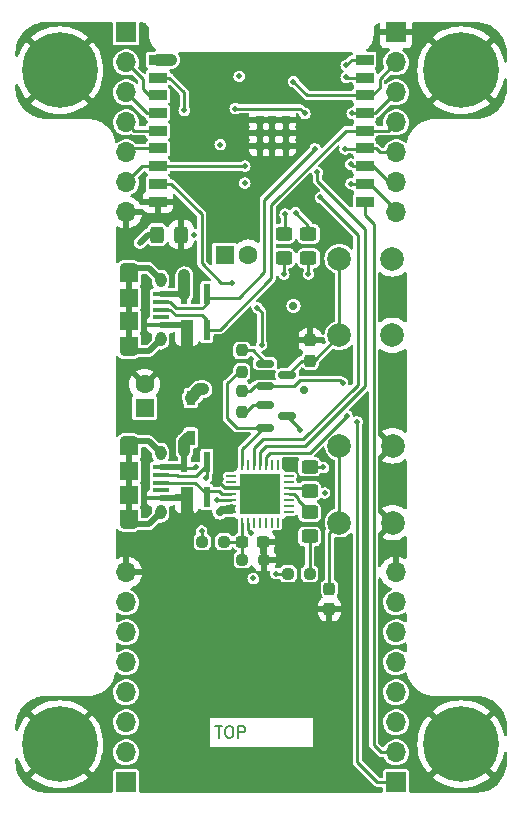
<source format=gtl>
%TF.GenerationSoftware,KiCad,Pcbnew,(6.0.8)*%
%TF.CreationDate,2023-01-13T13:27:25+01:00*%
%TF.ProjectId,NB-IoT_PCB_rev_1_1,4e422d49-6f54-45f5-9043-425f7265765f,rev?*%
%TF.SameCoordinates,Original*%
%TF.FileFunction,Copper,L1,Top*%
%TF.FilePolarity,Positive*%
%FSLAX46Y46*%
G04 Gerber Fmt 4.6, Leading zero omitted, Abs format (unit mm)*
G04 Created by KiCad (PCBNEW (6.0.8)) date 2023-01-13 13:27:25*
%MOMM*%
%LPD*%
G01*
G04 APERTURE LIST*
G04 Aperture macros list*
%AMRoundRect*
0 Rectangle with rounded corners*
0 $1 Rounding radius*
0 $2 $3 $4 $5 $6 $7 $8 $9 X,Y pos of 4 corners*
0 Add a 4 corners polygon primitive as box body*
4,1,4,$2,$3,$4,$5,$6,$7,$8,$9,$2,$3,0*
0 Add four circle primitives for the rounded corners*
1,1,$1+$1,$2,$3*
1,1,$1+$1,$4,$5*
1,1,$1+$1,$6,$7*
1,1,$1+$1,$8,$9*
0 Add four rect primitives between the rounded corners*
20,1,$1+$1,$2,$3,$4,$5,0*
20,1,$1+$1,$4,$5,$6,$7,0*
20,1,$1+$1,$6,$7,$8,$9,0*
20,1,$1+$1,$8,$9,$2,$3,0*%
G04 Aperture macros list end*
%ADD10C,0.150000*%
%TA.AperFunction,NonConductor*%
%ADD11C,0.150000*%
%TD*%
%TA.AperFunction,ComponentPad*%
%ADD12C,0.800000*%
%TD*%
%TA.AperFunction,ComponentPad*%
%ADD13C,6.400000*%
%TD*%
%TA.AperFunction,ComponentPad*%
%ADD14R,1.700000X1.700000*%
%TD*%
%TA.AperFunction,ComponentPad*%
%ADD15O,1.700000X1.700000*%
%TD*%
%TA.AperFunction,ComponentPad*%
%ADD16O,0.950000X1.250000*%
%TD*%
%TA.AperFunction,SMDPad,CuDef*%
%ADD17R,1.550000X1.200000*%
%TD*%
%TA.AperFunction,SMDPad,CuDef*%
%ADD18R,1.550000X1.500000*%
%TD*%
%TA.AperFunction,ComponentPad*%
%ADD19O,1.550000X0.890000*%
%TD*%
%TA.AperFunction,SMDPad,CuDef*%
%ADD20R,1.350000X0.400000*%
%TD*%
%TA.AperFunction,ComponentPad*%
%ADD21R,1.600000X1.600000*%
%TD*%
%TA.AperFunction,ComponentPad*%
%ADD22C,1.600000*%
%TD*%
%TA.AperFunction,SMDPad,CuDef*%
%ADD23RoundRect,0.250000X-0.450000X0.325000X-0.450000X-0.325000X0.450000X-0.325000X0.450000X0.325000X0*%
%TD*%
%TA.AperFunction,SMDPad,CuDef*%
%ADD24RoundRect,0.250000X0.325000X0.450000X-0.325000X0.450000X-0.325000X-0.450000X0.325000X-0.450000X0*%
%TD*%
%TA.AperFunction,SMDPad,CuDef*%
%ADD25RoundRect,0.150000X-0.587500X-0.150000X0.587500X-0.150000X0.587500X0.150000X-0.587500X0.150000X0*%
%TD*%
%TA.AperFunction,SMDPad,CuDef*%
%ADD26RoundRect,0.237500X-0.237500X0.250000X-0.237500X-0.250000X0.237500X-0.250000X0.237500X0.250000X0*%
%TD*%
%TA.AperFunction,SMDPad,CuDef*%
%ADD27RoundRect,0.237500X-0.237500X0.300000X-0.237500X-0.300000X0.237500X-0.300000X0.237500X0.300000X0*%
%TD*%
%TA.AperFunction,SMDPad,CuDef*%
%ADD28RoundRect,0.237500X-0.250000X-0.237500X0.250000X-0.237500X0.250000X0.237500X-0.250000X0.237500X0*%
%TD*%
%TA.AperFunction,SMDPad,CuDef*%
%ADD29R,3.350000X3.350000*%
%TD*%
%TA.AperFunction,SMDPad,CuDef*%
%ADD30RoundRect,0.062500X-0.062500X-0.337500X0.062500X-0.337500X0.062500X0.337500X-0.062500X0.337500X0*%
%TD*%
%TA.AperFunction,SMDPad,CuDef*%
%ADD31RoundRect,0.062500X-0.337500X-0.062500X0.337500X-0.062500X0.337500X0.062500X-0.337500X0.062500X0*%
%TD*%
%TA.AperFunction,SMDPad,CuDef*%
%ADD32RoundRect,0.237500X0.250000X0.237500X-0.250000X0.237500X-0.250000X-0.237500X0.250000X-0.237500X0*%
%TD*%
%TA.AperFunction,SMDPad,CuDef*%
%ADD33RoundRect,0.237500X0.237500X-0.300000X0.237500X0.300000X-0.237500X0.300000X-0.237500X-0.300000X0*%
%TD*%
%TA.AperFunction,SMDPad,CuDef*%
%ADD34RoundRect,0.250000X0.450000X-0.325000X0.450000X0.325000X-0.450000X0.325000X-0.450000X-0.325000X0*%
%TD*%
%TA.AperFunction,SMDPad,CuDef*%
%ADD35R,0.730000X1.210000*%
%TD*%
%TA.AperFunction,ComponentPad*%
%ADD36C,2.000000*%
%TD*%
%TA.AperFunction,SMDPad,CuDef*%
%ADD37R,1.500000X0.900000*%
%TD*%
%TA.AperFunction,SMDPad,CuDef*%
%ADD38R,0.700000X0.700000*%
%TD*%
%TA.AperFunction,SMDPad,CuDef*%
%ADD39RoundRect,0.237500X0.300000X0.237500X-0.300000X0.237500X-0.300000X-0.237500X0.300000X-0.237500X0*%
%TD*%
%TA.AperFunction,SMDPad,CuDef*%
%ADD40R,1.000000X1.700000*%
%TD*%
%TA.AperFunction,SMDPad,CuDef*%
%ADD41R,0.600000X1.700000*%
%TD*%
%TA.AperFunction,SMDPad,CuDef*%
%ADD42RoundRect,0.237500X0.237500X-0.250000X0.237500X0.250000X-0.237500X0.250000X-0.237500X-0.250000X0*%
%TD*%
%TA.AperFunction,ViaPad*%
%ADD43C,0.460000*%
%TD*%
%TA.AperFunction,ViaPad*%
%ADD44C,0.600000*%
%TD*%
%TA.AperFunction,ViaPad*%
%ADD45C,0.700000*%
%TD*%
%TA.AperFunction,Conductor*%
%ADD46C,0.250000*%
%TD*%
%TA.AperFunction,Conductor*%
%ADD47C,0.700000*%
%TD*%
%TA.AperFunction,Conductor*%
%ADD48C,1.000000*%
%TD*%
%TA.AperFunction,Conductor*%
%ADD49C,0.500000*%
%TD*%
%TA.AperFunction,Conductor*%
%ADD50C,0.350000*%
%TD*%
%TA.AperFunction,Conductor*%
%ADD51C,0.600000*%
%TD*%
G04 APERTURE END LIST*
D10*
D11*
X107783476Y-169073580D02*
X108354904Y-169073580D01*
X108069190Y-170073580D02*
X108069190Y-169073580D01*
X108878714Y-169073580D02*
X109069190Y-169073580D01*
X109164428Y-169121200D01*
X109259666Y-169216438D01*
X109307285Y-169406914D01*
X109307285Y-169740247D01*
X109259666Y-169930723D01*
X109164428Y-170025961D01*
X109069190Y-170073580D01*
X108878714Y-170073580D01*
X108783476Y-170025961D01*
X108688238Y-169930723D01*
X108640619Y-169740247D01*
X108640619Y-169406914D01*
X108688238Y-169216438D01*
X108783476Y-169121200D01*
X108878714Y-169073580D01*
X109735857Y-170073580D02*
X109735857Y-169073580D01*
X110116809Y-169073580D01*
X110212047Y-169121200D01*
X110259666Y-169168819D01*
X110307285Y-169264057D01*
X110307285Y-169406914D01*
X110259666Y-169502152D01*
X110212047Y-169549771D01*
X110116809Y-169597390D01*
X109735857Y-169597390D01*
D12*
%TO.P,H4,1,1*%
%TO.N,GND*%
X128600000Y-111150000D03*
X130297056Y-115247056D03*
X130297056Y-111852944D03*
X131000000Y-113550000D03*
D13*
X128600000Y-113550000D03*
D12*
X128600000Y-115950000D03*
X126902944Y-111852944D03*
X126902944Y-115247056D03*
X126200000Y-113550000D03*
%TD*%
%TO.P,H3,1,1*%
%TO.N,GND*%
X92200000Y-113550000D03*
X92902944Y-115247056D03*
X92902944Y-111852944D03*
X94600000Y-115950000D03*
D13*
X94600000Y-113550000D03*
D12*
X97000000Y-113550000D03*
X96297056Y-111852944D03*
X96297056Y-115247056D03*
X94600000Y-111150000D03*
%TD*%
%TO.P,H2,1,1*%
%TO.N,GND*%
X94600000Y-168200000D03*
X96297056Y-172297056D03*
X96297056Y-168902944D03*
X97000000Y-170600000D03*
D13*
X94600000Y-170600000D03*
D12*
X94600000Y-173000000D03*
X92902944Y-168902944D03*
X92902944Y-172297056D03*
X92200000Y-170600000D03*
%TD*%
%TO.P,H1,1,1*%
%TO.N,GND*%
X126200000Y-170600000D03*
X126902944Y-172297056D03*
X126902944Y-168902944D03*
X128600000Y-173000000D03*
D13*
X128600000Y-170600000D03*
D12*
X131000000Y-170600000D03*
X130297056Y-168902944D03*
X130297056Y-172297056D03*
X128600000Y-168200000D03*
%TD*%
D14*
%TO.P,J8,1,Pin_1*%
%TO.N,+3.3V*%
X100240000Y-110334000D03*
D15*
%TO.P,J8,2,Pin_2*%
%TO.N,/GPIO4*%
X100240000Y-112874000D03*
%TO.P,J8,3,Pin_3*%
%TO.N,/GPIO5*%
X100240000Y-115414000D03*
%TO.P,J8,4,Pin_4*%
%TO.N,/GPIO6*%
X100240000Y-117954000D03*
%TO.P,J8,5,Pin_5*%
%TO.N,/GPIO7*%
X100240000Y-120494000D03*
%TO.P,J8,6,Pin_6*%
%TO.N,/GPIO8*%
X100240000Y-123034000D03*
%TO.P,J8,7,Pin_7*%
%TO.N,GND*%
X100240000Y-125574000D03*
%TD*%
D14*
%TO.P,J7,1,Pin_1*%
%TO.N,GND*%
X123100000Y-110334000D03*
D15*
%TO.P,J7,2,Pin_2*%
%TO.N,/GPIO2*%
X123100000Y-112874000D03*
%TO.P,J7,3,Pin_3*%
%TO.N,/GPIO3*%
X123100000Y-115414000D03*
%TO.P,J7,4,Pin_4*%
%TO.N,/USB_D+*%
X123100000Y-117954000D03*
%TO.P,J7,5,Pin_5*%
%TO.N,/USB_D-*%
X123100000Y-120494000D03*
%TO.P,J7,6,Pin_6*%
%TO.N,/U0TXD*%
X123100000Y-123034000D03*
%TO.P,J7,7,Pin_7*%
%TO.N,/U0RXD*%
X123100000Y-125574000D03*
%TD*%
D16*
%TO.P,J2,6,Shield*%
%TO.N,unconnected-(J2-Pad6)*%
X103152400Y-150963000D03*
D17*
X100452400Y-151363000D03*
D18*
X100452400Y-149463000D03*
D19*
X100452400Y-144963000D03*
D17*
X100452400Y-145563000D03*
D19*
X100452400Y-151963000D03*
D16*
X103152400Y-145963000D03*
D18*
X100452400Y-147463000D03*
D20*
%TO.P,J2,5,GND*%
%TO.N,GND*%
X103152400Y-149763000D03*
%TO.P,J2,4,ID*%
%TO.N,unconnected-(J2-Pad4)*%
X103152400Y-149113000D03*
%TO.P,J2,3,D+*%
%TO.N,/USBDP*%
X103152400Y-148463000D03*
%TO.P,J2,2,D-*%
%TO.N,/USBDM*%
X103152400Y-147813000D03*
%TO.P,J2,1,VBUS*%
%TO.N,VBUS*%
X103152400Y-147163000D03*
%TD*%
D21*
%TO.P,C5,1*%
%TO.N,+5V*%
X108569688Y-129184400D03*
D22*
%TO.P,C5,2*%
%TO.N,GND*%
X110569688Y-129184400D03*
%TD*%
D23*
%TO.P,LED1,1,K*%
%TO.N,Net-(LED1-Pad1)*%
X113588800Y-127397400D03*
%TO.P,LED1,2,A*%
%TO.N,+3.3V*%
X113588800Y-129447400D03*
%TD*%
D24*
%TO.P,D8,1,K*%
%TO.N,GND*%
X104911000Y-127457200D03*
%TO.P,D8,2,A*%
%TO.N,Net-(D8-Pad2)*%
X102861000Y-127457200D03*
%TD*%
D25*
%TO.P,Q1,1,B*%
%TO.N,Net-(Q1-Pad1)*%
X111990900Y-138394400D03*
%TO.P,Q1,2,E*%
%TO.N,/RTS*%
X111990900Y-140294400D03*
%TO.P,Q1,3,C*%
%TO.N,/EN*%
X113865900Y-139344400D03*
%TD*%
D26*
%TO.P,R11,1*%
%TO.N,/RTS*%
X110032800Y-140667100D03*
%TO.P,R11,2*%
%TO.N,Net-(Q2-Pad1)*%
X110032800Y-142492100D03*
%TD*%
D14*
%TO.P,J3,1,Pin_1*%
%TO.N,Net-(J3-Pad1)*%
X123100000Y-173834000D03*
D15*
%TO.P,J3,2,Pin_2*%
%TO.N,/GPIO10*%
X123100000Y-171294000D03*
%TO.P,J3,3,Pin_3*%
%TO.N,/BG96_RTS*%
X123100000Y-168754000D03*
%TO.P,J3,4,Pin_4*%
%TO.N,unconnected-(J3-Pad4)*%
X123100000Y-166214000D03*
%TO.P,J3,5,Pin_5*%
%TO.N,unconnected-(J3-Pad5)*%
X123100000Y-163674000D03*
%TO.P,J3,6,Pin_6*%
%TO.N,unconnected-(J3-Pad6)*%
X123100000Y-161134000D03*
%TO.P,J3,7,Pin_7*%
%TO.N,+3.3V*%
X123100000Y-158594000D03*
%TO.P,J3,8,Pin_8*%
%TO.N,GND*%
X123100000Y-156054000D03*
%TD*%
D23*
%TO.P,D7,1,K*%
%TO.N,Net-(D7-Pad1)*%
X115773200Y-150968600D03*
%TO.P,D7,2,A*%
%TO.N,Net-(D7-Pad2)*%
X115773200Y-153018600D03*
%TD*%
D27*
%TO.P,C13,1*%
%TO.N,GND*%
X115824000Y-136399100D03*
%TO.P,C13,2*%
%TO.N,/EN*%
X115824000Y-138124100D03*
%TD*%
D28*
%TO.P,R8,1*%
%TO.N,+3.3V*%
X113946300Y-156159200D03*
%TO.P,R8,2*%
%TO.N,Net-(D7-Pad2)*%
X115771300Y-156159200D03*
%TD*%
D29*
%TO.P,U1,29,GND*%
%TO.N,GND*%
X111559200Y-149402800D03*
D30*
%TO.P,U1,28,~{DTR}*%
%TO.N,/DTR*%
X110059200Y-146952800D03*
%TO.P,U1,27,~{DSR}*%
%TO.N,unconnected-(U1-Pad27)*%
X110559200Y-146952800D03*
%TO.P,U1,26,TXD*%
%TO.N,Net-(R4-Pad2)*%
X111059200Y-146952800D03*
%TO.P,U1,25,RXD*%
%TO.N,Net-(R5-Pad2)*%
X111559200Y-146952800D03*
%TO.P,U1,24,~{RTS}*%
%TO.N,/RTS*%
X112059200Y-146952800D03*
%TO.P,U1,23,~{CTS}*%
%TO.N,unconnected-(U1-Pad23)*%
X112559200Y-146952800D03*
%TO.P,U1,22,GPIO.4*%
%TO.N,unconnected-(U1-Pad22)*%
X113059200Y-146952800D03*
D31*
%TO.P,U1,21,GPIO.5*%
%TO.N,unconnected-(U1-Pad21)*%
X114009200Y-147902800D03*
%TO.P,U1,20,GPIO.6*%
%TO.N,unconnected-(U1-Pad20)*%
X114009200Y-148402800D03*
%TO.P,U1,19,~{TXT}/GPIO.0*%
%TO.N,Net-(D6-Pad1)*%
X114009200Y-148902800D03*
%TO.P,U1,18,~{RXT}/GPIO.1*%
%TO.N,Net-(D7-Pad1)*%
X114009200Y-149402800D03*
%TO.P,U1,17,RS485/GPIO.2*%
%TO.N,unconnected-(U1-Pad17)*%
X114009200Y-149902800D03*
%TO.P,U1,16,~{WAKEUP}/GPIO.3*%
%TO.N,unconnected-(U1-Pad16)*%
X114009200Y-150402800D03*
%TO.P,U1,15,CHR0*%
%TO.N,unconnected-(U1-Pad15)*%
X114009200Y-150902800D03*
D30*
%TO.P,U1,14,CHR1*%
%TO.N,unconnected-(U1-Pad14)*%
X113059200Y-151852800D03*
%TO.P,U1,13,CHREN*%
%TO.N,unconnected-(U1-Pad13)*%
X112559200Y-151852800D03*
%TO.P,U1,12,SUSPEND*%
%TO.N,unconnected-(U1-Pad12)*%
X112059200Y-151852800D03*
%TO.P,U1,11,~{SUSPEND}*%
%TO.N,unconnected-(U1-Pad11)*%
X111559200Y-151852800D03*
%TO.P,U1,10,NC*%
%TO.N,unconnected-(U1-Pad10)*%
X111059200Y-151852800D03*
%TO.P,U1,9,~{RST}*%
%TO.N,Net-(R3-Pad1)*%
X110559200Y-151852800D03*
%TO.P,U1,8,VBUS*%
%TO.N,Net-(C4-Pad2)*%
X110059200Y-151852800D03*
D31*
%TO.P,U1,7,VREGIN*%
%TO.N,+3.3V*%
X109109200Y-150902800D03*
%TO.P,U1,6,VDD*%
X109109200Y-150402800D03*
%TO.P,U1,5,D-*%
%TO.N,/USBDM*%
X109109200Y-149902800D03*
%TO.P,U1,4,D+*%
%TO.N,/USBDP*%
X109109200Y-149402800D03*
%TO.P,U1,3,GND*%
%TO.N,GND*%
X109109200Y-148902800D03*
%TO.P,U1,2,~{RI}/CLK*%
%TO.N,unconnected-(U1-Pad2)*%
X109109200Y-148402800D03*
%TO.P,U1,1,~{DCD}*%
%TO.N,unconnected-(U1-Pad1)*%
X109109200Y-147902800D03*
%TD*%
D23*
%TO.P,LED2,1,K*%
%TO.N,Net-(R13-Pad2)*%
X115671600Y-127397400D03*
%TO.P,LED2,2,A*%
%TO.N,+3.3V*%
X115671600Y-129447400D03*
%TD*%
D25*
%TO.P,Q2,1,B*%
%TO.N,Net-(Q2-Pad1)*%
X111990900Y-141899600D03*
%TO.P,Q2,2,E*%
%TO.N,/DTR*%
X111990900Y-143799600D03*
%TO.P,Q2,3,C*%
%TO.N,/GPIO9*%
X113865900Y-142849600D03*
%TD*%
D32*
%TO.P,R1,1*%
%TO.N,Net-(C4-Pad2)*%
X108506900Y-153466800D03*
%TO.P,R1,2*%
%TO.N,VBUS*%
X106681900Y-153466800D03*
%TD*%
D33*
%TO.P,C14,1*%
%TO.N,GND*%
X117449600Y-159155300D03*
%TO.P,C14,2*%
%TO.N,/GPIO9*%
X117449600Y-157430300D03*
%TD*%
D34*
%TO.P,D6,1,K*%
%TO.N,Net-(D6-Pad1)*%
X115773200Y-149157800D03*
%TO.P,D6,2,A*%
%TO.N,Net-(D6-Pad2)*%
X115773200Y-147107800D03*
%TD*%
D35*
%TO.P,D1,1,A*%
%TO.N,VBUS*%
X105714800Y-144646400D03*
%TO.P,D1,2,K*%
%TO.N,+5V_BG96*%
X105714800Y-141286400D03*
%TD*%
D21*
%TO.P,C3,1*%
%TO.N,+5V_BG96*%
X101803200Y-142128313D03*
D22*
%TO.P,C3,2*%
%TO.N,GND*%
X101803200Y-140128313D03*
%TD*%
D36*
%TO.P,RST1,1,1*%
%TO.N,GND*%
X122777600Y-135994000D03*
X122777600Y-129494000D03*
%TO.P,RST1,2,2*%
%TO.N,/EN*%
X118277600Y-129494000D03*
X118277600Y-135994000D03*
%TD*%
D37*
%TO.P,U3,1,3V3*%
%TO.N,+3.3V*%
X102920000Y-112661000D03*
%TO.P,U3,2,EN/CHIP_PU*%
%TO.N,/EN*%
X102920000Y-114161000D03*
%TO.P,U3,3,GPIO4/ADC1_CH4*%
%TO.N,/GPIO4*%
X102920000Y-115661000D03*
%TO.P,U3,4,GPIO5/ADC2_CH0*%
%TO.N,/GPIO5*%
X102920000Y-117161000D03*
%TO.P,U3,5,GPIO6*%
%TO.N,/GPIO6*%
X102920000Y-118661000D03*
%TO.P,U3,6,GPIO7*%
%TO.N,/GPIO7*%
X102920000Y-120161000D03*
%TO.P,U3,7,GPIO8*%
%TO.N,/GPIO8*%
X102920000Y-121661000D03*
%TO.P,U3,8,GPIO9*%
%TO.N,/GPIO9*%
X102920000Y-123161000D03*
%TO.P,U3,9,GND*%
%TO.N,GND*%
X102920000Y-124661000D03*
%TO.P,U3,10,GPIO10*%
%TO.N,/GPIO10*%
X120420000Y-124661000D03*
%TO.P,U3,11,GPIO20/U0RXD*%
%TO.N,/U0RXD*%
X120420000Y-123161000D03*
%TO.P,U3,12,GPIO21/U0TXD*%
%TO.N,/U0TXD*%
X120420000Y-121661000D03*
%TO.P,U3,13,GPIO18/USB_D-*%
%TO.N,/USB_D-*%
X120420000Y-120161000D03*
%TO.P,U3,14,GPIO19/USB_D+*%
%TO.N,/USB_D+*%
X120420000Y-118661000D03*
%TO.P,U3,15,GPIO3/ADC1_CH3*%
%TO.N,/GPIO3*%
X120420000Y-117161000D03*
%TO.P,U3,16,GPIO2/ADC1_CH2*%
%TO.N,/GPIO2*%
X120420000Y-115661000D03*
%TO.P,U3,17,GPIO1/ADC1_CH1/XTAL_32K_N*%
%TO.N,/GPIO1*%
X120420000Y-114161000D03*
%TO.P,U3,18,GPIO0/ADC1_CH0/XTAL_32K_P*%
%TO.N,/GPIO0*%
X120420000Y-112661000D03*
D38*
%TO.P,U3,19,GND*%
%TO.N,GND*%
X111530000Y-119961000D03*
X113730000Y-119961000D03*
X113730000Y-118861000D03*
X111530000Y-118861000D03*
X113730000Y-117761000D03*
X112580000Y-119961000D03*
X112580000Y-117761000D03*
X111530000Y-117761000D03*
X112580000Y-118861000D03*
%TD*%
D36*
%TO.P,BOOT1,1,1*%
%TO.N,GND*%
X122798400Y-145340000D03*
X122798400Y-151840000D03*
%TO.P,BOOT1,2,2*%
%TO.N,/GPIO9*%
X118298400Y-151840000D03*
X118298400Y-145340000D03*
%TD*%
D14*
%TO.P,J6,1,Pin_1*%
%TO.N,/BG96_RI*%
X100240000Y-173834000D03*
D15*
%TO.P,J6,2,Pin_2*%
%TO.N,/BG96_CTS*%
X100240000Y-171294000D03*
%TO.P,J6,3,Pin_3*%
%TO.N,/GPIO1*%
X100240000Y-168754000D03*
%TO.P,J6,4,Pin_4*%
%TO.N,/GPIO0*%
X100240000Y-166214000D03*
%TO.P,J6,5,Pin_5*%
%TO.N,unconnected-(J6-Pad5)*%
X100240000Y-163674000D03*
%TO.P,J6,6,Pin_6*%
%TO.N,unconnected-(J6-Pad6)*%
X100240000Y-161134000D03*
%TO.P,J6,7,Pin_7*%
%TO.N,+5V_BG96*%
X100240000Y-158594000D03*
%TO.P,J6,8,Pin_8*%
%TO.N,GND*%
X100240000Y-156054000D03*
%TD*%
D39*
%TO.P,C4,1*%
%TO.N,GND*%
X111809700Y-153466800D03*
%TO.P,C4,2*%
%TO.N,Net-(C4-Pad2)*%
X110084700Y-153466800D03*
%TD*%
D40*
%TO.P,D4,1,GND*%
%TO.N,GND*%
X105371200Y-135510400D03*
D41*
%TO.P,D4,2,I/O1*%
%TO.N,/USB_D+*%
X107071200Y-135510400D03*
%TO.P,D4,3,I/O2*%
%TO.N,/USB_D-*%
X107071200Y-132510400D03*
%TO.P,D4,4,VCC*%
%TO.N,VBUS2*%
X105171200Y-132510400D03*
%TD*%
D40*
%TO.P,D5,1,GND*%
%TO.N,GND*%
X105371200Y-149683600D03*
D41*
%TO.P,D5,2,I/O1*%
%TO.N,/USBDP*%
X107071200Y-149683600D03*
%TO.P,D5,3,I/O2*%
%TO.N,/USBDM*%
X107071200Y-146683600D03*
%TO.P,D5,4,VCC*%
%TO.N,VBUS*%
X105171200Y-146683600D03*
%TD*%
D16*
%TO.P,J1,6,Shield*%
%TO.N,unconnected-(J1-Pad6)*%
X103152400Y-131307200D03*
D17*
X100452400Y-130907200D03*
D18*
X100452400Y-134807200D03*
D16*
X103152400Y-136307200D03*
D19*
X100452400Y-137307200D03*
D18*
X100452400Y-132807200D03*
D19*
X100452400Y-130307200D03*
D17*
X100452400Y-136707200D03*
D20*
%TO.P,J1,5,GND*%
%TO.N,GND*%
X103152400Y-135107200D03*
%TO.P,J1,4,ID*%
%TO.N,unconnected-(J1-Pad4)*%
X103152400Y-134457200D03*
%TO.P,J1,3,D+*%
%TO.N,/USB_D+*%
X103152400Y-133807200D03*
%TO.P,J1,2,D-*%
%TO.N,/USB_D-*%
X103152400Y-133157200D03*
%TO.P,J1,1,VBUS*%
%TO.N,VBUS2*%
X103152400Y-132507200D03*
%TD*%
D32*
%TO.P,R2,1*%
%TO.N,GND*%
X111910500Y-154990800D03*
%TO.P,R2,2*%
%TO.N,Net-(C4-Pad2)*%
X110085500Y-154990800D03*
%TD*%
D42*
%TO.P,R10,1*%
%TO.N,/DTR*%
X110032800Y-139088500D03*
%TO.P,R10,2*%
%TO.N,Net-(Q1-Pad1)*%
X110032800Y-137263500D03*
%TD*%
D43*
%TO.N,+3.3V*%
X109800000Y-114050000D03*
%TO.N,/GPIO8*%
X110286800Y-121666000D03*
%TO.N,+3.3V*%
X110286800Y-123088400D03*
X115671600Y-130810000D03*
X113588800Y-130810000D03*
%TO.N,GND*%
X122834400Y-148539200D03*
D44*
X105841800Y-151511000D03*
D43*
X117297200Y-138531600D03*
X122783600Y-132740400D03*
X122783600Y-140462000D03*
X120904000Y-171856400D03*
X107721400Y-122809000D03*
X117348000Y-127711200D03*
X116230400Y-133553200D03*
X105054400Y-167436800D03*
X108000800Y-148336000D03*
D45*
X108407200Y-137617200D03*
D43*
X118973600Y-124256800D03*
D45*
X105765600Y-137668000D03*
D43*
%TO.N,+3.3V*%
X105968800Y-127457200D03*
D45*
X104038400Y-112674400D03*
D43*
X112926500Y-156161100D03*
X110998000Y-156565600D03*
X117043200Y-149352000D03*
D44*
X108153200Y-150977600D03*
D45*
X115265200Y-140614400D03*
D43*
X108204000Y-119837200D03*
D45*
X114401600Y-133502400D03*
D43*
%TO.N,/EN*%
X105156000Y-116941600D03*
%TO.N,/GPIO9*%
X109220000Y-131521200D03*
X111353600Y-133654800D03*
X114960400Y-143967200D03*
X111709200Y-136804400D03*
%TO.N,/USBDM*%
X107950000Y-149910800D03*
X107035600Y-148031200D03*
%TO.N,VBUS*%
X106113458Y-147159858D03*
X106629200Y-152552400D03*
%TO.N,/USB_D-*%
X118770400Y-120192800D03*
X116230400Y-120192800D03*
%TO.N,Net-(D8-Pad2)*%
X101380000Y-128140000D03*
%TO.N,/GPIO3*%
X119380000Y-117195600D03*
%TO.N,/GPIO2*%
X114400000Y-114500000D03*
%TO.N,/GPIO1*%
X118872000Y-114147600D03*
%TO.N,/GPIO0*%
X118872000Y-113131600D03*
%TO.N,/RTS*%
X118567200Y-140004800D03*
X118922800Y-142798800D03*
%TO.N,Net-(R3-Pad1)*%
X110840246Y-152742096D03*
%TO.N,/U0RXD*%
X119278400Y-123139200D03*
%TO.N,/U0TXD*%
X119253000Y-121488200D03*
%TO.N,Net-(R4-Pad2)*%
X116687600Y-124307600D03*
%TO.N,Net-(R5-Pad2)*%
X116433600Y-122174000D03*
%TO.N,Net-(D6-Pad2)*%
X116941600Y-147167600D03*
D45*
%TO.N,+5V_BG96*%
X106781600Y-140563600D03*
%TO.N,VBUS2*%
X105156000Y-130911600D03*
D43*
%TO.N,Net-(R13-Pad2)*%
X114579400Y-125603000D03*
%TO.N,Net-(LED1-Pad1)*%
X113690400Y-125730000D03*
%TO.N,Net-(J3-Pad1)*%
X115366800Y-117195600D03*
X119786400Y-143306800D03*
X109474000Y-116789200D03*
%TD*%
D46*
%TO.N,/GPIO2*%
X115561000Y-115661000D02*
X120420000Y-115661000D01*
X114400000Y-114500000D02*
X115561000Y-115661000D01*
D47*
%TO.N,+3.3V*%
X108153200Y-150977600D02*
X108343800Y-150787000D01*
X108343800Y-150787000D02*
X109118400Y-150787000D01*
D48*
%TO.N,GND*%
X105841800Y-151511000D02*
X105371200Y-151040400D01*
X105371200Y-151040400D02*
X105371200Y-149683600D01*
D46*
%TO.N,/U0TXD*%
X119425800Y-121661000D02*
X120420000Y-121661000D01*
X119253000Y-121488200D02*
X119425800Y-121661000D01*
%TO.N,Net-(R13-Pad2)*%
X115671600Y-126695200D02*
X115671600Y-127397400D01*
X114579400Y-125603000D02*
X115671600Y-126695200D01*
%TO.N,/GPIO8*%
X110286800Y-121666000D02*
X110281800Y-121661000D01*
X110281800Y-121661000D02*
X102920000Y-121661000D01*
%TO.N,Net-(J3-Pad1)*%
X114960400Y-116789200D02*
X115366800Y-117195600D01*
X109474000Y-116789200D02*
X114960400Y-116789200D01*
%TO.N,+3.3V*%
X115671600Y-129447400D02*
X115671600Y-130810000D01*
X113588800Y-129447400D02*
X113588800Y-130810000D01*
%TO.N,/GPIO8*%
X101619000Y-121661000D02*
X100240000Y-123040000D01*
X102920000Y-121661000D02*
X101619000Y-121661000D01*
%TO.N,/GPIO7*%
X102920000Y-120161000D02*
X100579000Y-120161000D01*
X100579000Y-120161000D02*
X100240000Y-120500000D01*
%TO.N,/GPIO6*%
X100941000Y-118661000D02*
X100240000Y-117960000D01*
X102920000Y-118661000D02*
X100941000Y-118661000D01*
%TO.N,/GPIO5*%
X101981000Y-117161000D02*
X100240000Y-115420000D01*
X102920000Y-117161000D02*
X101981000Y-117161000D01*
%TO.N,/GPIO4*%
X101630000Y-115120000D02*
X101630000Y-114270000D01*
X102171000Y-115661000D02*
X101630000Y-115120000D01*
X102920000Y-115661000D02*
X102171000Y-115661000D01*
X101630000Y-114270000D02*
X100240000Y-112880000D01*
%TO.N,/GPIO2*%
X121700000Y-114264000D02*
X123100000Y-112864000D01*
X121700000Y-115040000D02*
X121700000Y-114264000D01*
X121079000Y-115661000D02*
X121700000Y-115040000D01*
X120420000Y-115661000D02*
X121079000Y-115661000D01*
%TO.N,/GPIO3*%
X121343000Y-117161000D02*
X123100000Y-115404000D01*
X120420000Y-117161000D02*
X121343000Y-117161000D01*
%TO.N,/USB_D-*%
X121694000Y-120484000D02*
X123100000Y-120484000D01*
X121371000Y-120161000D02*
X121694000Y-120484000D01*
X120420000Y-120161000D02*
X121371000Y-120161000D01*
%TO.N,/USB_D+*%
X122383000Y-118661000D02*
X123100000Y-117944000D01*
X120420000Y-118661000D02*
X122383000Y-118661000D01*
%TO.N,/U0RXD*%
X123100000Y-125410000D02*
X123100000Y-125564000D01*
X120420000Y-123161000D02*
X120851000Y-123161000D01*
X120851000Y-123161000D02*
X123100000Y-125410000D01*
%TO.N,/U0TXD*%
X122484000Y-123024000D02*
X123100000Y-123024000D01*
X120420000Y-121661000D02*
X121121000Y-121661000D01*
X121121000Y-121661000D02*
X122484000Y-123024000D01*
D49*
%TO.N,Net-(D8-Pad2)*%
X102062800Y-127457200D02*
X101380000Y-128140000D01*
X102861000Y-127457200D02*
X102062800Y-127457200D01*
D50*
%TO.N,GND*%
X108000800Y-148336000D02*
X108567600Y-148902800D01*
X109109200Y-148902800D02*
X111059200Y-148902800D01*
D48*
X105371200Y-135510400D02*
X105371200Y-137273600D01*
D50*
X108567600Y-148902800D02*
X109109200Y-148902800D01*
D46*
X111059200Y-148902800D02*
X111559200Y-149402800D01*
D49*
X103152400Y-149763000D02*
X105291800Y-149763000D01*
X103152400Y-135107200D02*
X104968000Y-135107200D01*
D48*
X105371200Y-137273600D02*
X105765600Y-137668000D01*
D49*
X104968000Y-135107200D02*
X105422000Y-135561200D01*
D48*
%TO.N,+3.3V*%
X104038400Y-112674400D02*
X102933400Y-112674400D01*
D46*
X112928400Y-156159200D02*
X113993300Y-156159200D01*
D51*
X109118400Y-150558600D02*
X109118400Y-150787000D01*
D46*
X102933400Y-112674400D02*
X102920000Y-112661000D01*
%TO.N,/EN*%
X113865900Y-139344400D02*
X115086200Y-138124100D01*
X115086200Y-138124100D02*
X116147500Y-138124100D01*
X105156000Y-116941600D02*
X105156000Y-115417600D01*
X105156000Y-115417600D02*
X103899400Y-114161000D01*
X116147500Y-138124100D02*
X118277600Y-135994000D01*
X103899400Y-114161000D02*
X102920000Y-114161000D01*
X118277600Y-135994000D02*
X118277600Y-129494000D01*
%TO.N,/GPIO9*%
X106629200Y-125730000D02*
X104060200Y-123161000D01*
X106629200Y-129895600D02*
X106629200Y-125730000D01*
X118298400Y-151840000D02*
X118298400Y-145340000D01*
X104060200Y-123161000D02*
X102920000Y-123161000D01*
X114960400Y-143967200D02*
X114960400Y-143944100D01*
X111709200Y-136804400D02*
X111709200Y-134010400D01*
X117449600Y-157430300D02*
X117449600Y-152688800D01*
X109220000Y-131521200D02*
X108254800Y-131521200D01*
X111709200Y-134010400D02*
X111353600Y-133654800D01*
X108254800Y-131521200D02*
X106629200Y-129895600D01*
X117449600Y-152688800D02*
X118298400Y-151840000D01*
X114960400Y-143944100D02*
X113865900Y-142849600D01*
%TO.N,/USBDP*%
X106095800Y-148463000D02*
X106832400Y-149199600D01*
X108328489Y-149402800D02*
X109109200Y-149402800D01*
X108125289Y-149199600D02*
X108328489Y-149402800D01*
X103152400Y-148463000D02*
X106095800Y-148463000D01*
X106832400Y-149199600D02*
X108125289Y-149199600D01*
%TO.N,/USBDM*%
X107958000Y-149902800D02*
X109109200Y-149902800D01*
X107071200Y-146986298D02*
X107071200Y-146683600D01*
X103152400Y-147813000D02*
X104546200Y-147813000D01*
X104546200Y-147813000D02*
X104662800Y-147929600D01*
X107950000Y-149910800D02*
X107958000Y-149902800D01*
X107035600Y-148031200D02*
X107071200Y-147995600D01*
X107071200Y-147995600D02*
X107071200Y-146683600D01*
X106127898Y-147929600D02*
X107071200Y-146986298D01*
X104662800Y-147929600D02*
X106127898Y-147929600D01*
D49*
%TO.N,VBUS*%
X105150600Y-147163000D02*
X105171200Y-147183600D01*
D46*
X106113458Y-147159858D02*
X106089716Y-147183600D01*
D48*
X105171200Y-144986800D02*
X105171200Y-145780800D01*
D49*
X103152400Y-147163000D02*
X105150600Y-147163000D01*
D48*
X105171200Y-144986800D02*
X105511600Y-144646400D01*
D46*
X106629200Y-152552400D02*
X106629200Y-153414100D01*
D49*
X106629200Y-153414100D02*
X106681900Y-153466800D01*
D46*
X106089716Y-147183600D02*
X105171200Y-147183600D01*
%TO.N,/USB_D-*%
X120388200Y-120192800D02*
X120420000Y-120161000D01*
X106680000Y-133705600D02*
X107071200Y-133314400D01*
X103083600Y-133157200D02*
X103947200Y-133157200D01*
X107071200Y-133314400D02*
X107071200Y-132510400D01*
X118770400Y-120192800D02*
X120388200Y-120192800D01*
X104495600Y-133705600D02*
X106680000Y-133705600D01*
X111912400Y-124510800D02*
X116230400Y-120192800D01*
X111912400Y-130657600D02*
X111912400Y-124510800D01*
X109766400Y-132803600D02*
X111912400Y-130657600D01*
X103947200Y-133157200D02*
X104495600Y-133705600D01*
X107041200Y-132803600D02*
X109766400Y-132803600D01*
%TO.N,/GPIO3*%
X119380000Y-117195600D02*
X120385400Y-117195600D01*
X120385400Y-117195600D02*
X120420000Y-117161000D01*
%TO.N,/GPIO10*%
X123100000Y-171294000D02*
X121814800Y-171294000D01*
X120420000Y-125804800D02*
X120420000Y-124661000D01*
X121208800Y-126593600D02*
X120420000Y-125804800D01*
X121208800Y-170688000D02*
X121208800Y-126593600D01*
X121814800Y-171294000D02*
X121208800Y-170688000D01*
%TO.N,/GPIO1*%
X118885400Y-114161000D02*
X120420000Y-114161000D01*
X118872000Y-114147600D02*
X118885400Y-114161000D01*
%TO.N,/GPIO0*%
X118872000Y-113131600D02*
X119342600Y-112661000D01*
X119342600Y-112661000D02*
X120420000Y-112661000D01*
%TO.N,Net-(Q2-Pad1)*%
X110390300Y-142492100D02*
X110982800Y-141899600D01*
X110032800Y-142492100D02*
X110390300Y-142492100D01*
X110982800Y-141899600D02*
X111990900Y-141899600D01*
%TO.N,/RTS*%
X112059200Y-146309600D02*
X112059200Y-146952800D01*
X111114800Y-140294400D02*
X111990900Y-140294400D01*
X110032800Y-140667100D02*
X110742100Y-140667100D01*
X114960400Y-139801600D02*
X114467600Y-140294400D01*
X114467600Y-140294400D02*
X111990900Y-140294400D01*
X115773200Y-145948400D02*
X112420400Y-145948400D01*
X110742100Y-140667100D02*
X111114800Y-140294400D01*
X118922800Y-142798800D02*
X115773200Y-145948400D01*
X118364000Y-139801600D02*
X114960400Y-139801600D01*
X118567200Y-140004800D02*
X118364000Y-139801600D01*
X112420400Y-145948400D02*
X112059200Y-146309600D01*
%TO.N,/DTR*%
X110059200Y-145629700D02*
X111889300Y-143799600D01*
X109611200Y-143799600D02*
X108813600Y-143002000D01*
X108813600Y-140055600D02*
X109780700Y-139088500D01*
X109780700Y-139088500D02*
X110032800Y-139088500D01*
X111990900Y-143799600D02*
X109611200Y-143799600D01*
X111889300Y-143799600D02*
X111990900Y-143799600D01*
X108813600Y-143002000D02*
X108813600Y-140055600D01*
X110059200Y-146952800D02*
X110059200Y-145629700D01*
%TO.N,Net-(R3-Pad1)*%
X110559200Y-152461050D02*
X110559200Y-151852800D01*
X110840246Y-152742096D02*
X110559200Y-152461050D01*
%TO.N,/U0RXD*%
X120420000Y-123161000D02*
X119300200Y-123161000D01*
X119300200Y-123161000D02*
X119278400Y-123139200D01*
%TO.N,Net-(Q1-Pad1)*%
X111990900Y-138305300D02*
X111990900Y-138394400D01*
X110032800Y-137263500D02*
X110949100Y-137263500D01*
X110949100Y-137263500D02*
X111990900Y-138305300D01*
%TO.N,Net-(R4-Pad2)*%
X119837200Y-127457200D02*
X119837200Y-140157200D01*
X111810800Y-144780000D02*
X111059200Y-145531600D01*
X116687600Y-124307600D02*
X119837200Y-127457200D01*
X111059200Y-145531600D02*
X111059200Y-146952800D01*
X119837200Y-140157200D02*
X115214400Y-144780000D01*
X115214400Y-144780000D02*
X111810800Y-144780000D01*
%TO.N,Net-(R5-Pad2)*%
X120497600Y-126949200D02*
X120497600Y-140309600D01*
X112064800Y-145389600D02*
X111559200Y-145895200D01*
X116433600Y-122885200D02*
X120497600Y-126949200D01*
X111559200Y-145895200D02*
X111559200Y-146952800D01*
X115417600Y-145389600D02*
X112064800Y-145389600D01*
X120497600Y-140309600D02*
X115417600Y-145389600D01*
X116433600Y-122174000D02*
X116433600Y-122885200D01*
%TO.N,Net-(C4-Pad2)*%
X110059200Y-151852800D02*
X110059200Y-153441300D01*
X108456100Y-153466800D02*
X110084700Y-153466800D01*
X110085500Y-154990800D02*
X110085500Y-153467600D01*
X110085500Y-153467600D02*
X110084700Y-153466800D01*
%TO.N,Net-(D6-Pad2)*%
X116941600Y-147167600D02*
X115833000Y-147167600D01*
%TO.N,Net-(D6-Pad1)*%
X115518200Y-148902800D02*
X115773200Y-149157800D01*
X115459400Y-148894800D02*
X115722400Y-149157800D01*
X114009200Y-148902800D02*
X115518200Y-148902800D01*
D48*
%TO.N,+5V_BG96*%
X106437600Y-140563600D02*
X105714800Y-141286400D01*
X106781600Y-140563600D02*
X106437600Y-140563600D01*
D46*
%TO.N,VBUS2*%
X105168000Y-132507200D02*
X105171200Y-132510400D01*
D49*
X103152400Y-132507200D02*
X105168000Y-132507200D01*
D48*
X105156000Y-130911600D02*
X105156000Y-132495200D01*
D46*
%TO.N,Net-(D7-Pad1)*%
X114457208Y-149402800D02*
X114808000Y-149753592D01*
X114808000Y-149952600D02*
X115773200Y-150917800D01*
X114009200Y-149402800D02*
X114457208Y-149402800D01*
X114808000Y-149753592D02*
X114808000Y-149952600D01*
%TO.N,Net-(D7-Pad2)*%
X115771300Y-156159200D02*
X115771300Y-153020500D01*
X115771300Y-153020500D02*
X115773200Y-153018600D01*
%TO.N,/USB_D+*%
X104418004Y-134264400D02*
X106680000Y-134264400D01*
X103960804Y-133807200D02*
X104418004Y-134264400D01*
X112522000Y-131165600D02*
X112522000Y-124968000D01*
X106680000Y-134264400D02*
X107071200Y-134655600D01*
X108177200Y-135510400D02*
X112522000Y-131165600D01*
X103152400Y-133807200D02*
X103960804Y-133807200D01*
X118829000Y-118661000D02*
X120420000Y-118661000D01*
X112522000Y-124968000D02*
X118829000Y-118661000D01*
X107071200Y-135510400D02*
X108177200Y-135510400D01*
X107071200Y-134655600D02*
X107071200Y-135510400D01*
%TO.N,Net-(LED1-Pad1)*%
X113690400Y-125730000D02*
X113690400Y-127397400D01*
%TO.N,Net-(J3-Pad1)*%
X121510000Y-173834000D02*
X123100000Y-173834000D01*
X119786400Y-172110400D02*
X121510000Y-173834000D01*
X119786400Y-143306800D02*
X119786400Y-172110400D01*
D49*
%TO.N,unconnected-(J1-Pad6)*%
X100452400Y-132807200D02*
X100452400Y-130907200D01*
X102152400Y-137307200D02*
X103152400Y-136307200D01*
X102152400Y-130307200D02*
X103152400Y-131307200D01*
X100452400Y-130307200D02*
X102152400Y-130307200D01*
X100452400Y-134807200D02*
X100452400Y-132807200D01*
X100452400Y-137307200D02*
X102152400Y-137307200D01*
X100452400Y-137307200D02*
X100452400Y-134807200D01*
%TO.N,unconnected-(J2-Pad6)*%
X100452400Y-149463000D02*
X100452400Y-151363000D01*
X102152400Y-144963000D02*
X103152400Y-145963000D01*
X100452400Y-144963000D02*
X102152400Y-144963000D01*
X100452400Y-147463000D02*
X100452400Y-149463000D01*
X100452400Y-145563000D02*
X100452400Y-147463000D01*
X102152400Y-151963000D02*
X103152400Y-150963000D01*
X100452400Y-151963000D02*
X102152400Y-151963000D01*
%TD*%
%TA.AperFunction,Conductor*%
%TO.N,GND*%
G36*
X116971449Y-145391011D02*
G01*
X117028285Y-145433558D01*
X117052937Y-145498085D01*
X117057758Y-145553186D01*
X117057760Y-145553196D01*
X117058239Y-145558674D01*
X117115053Y-145770703D01*
X117142001Y-145828494D01*
X117205495Y-145964659D01*
X117205498Y-145964664D01*
X117207821Y-145969646D01*
X117210977Y-145974153D01*
X117210978Y-145974155D01*
X117318966Y-146128377D01*
X117333726Y-146149457D01*
X117488943Y-146304674D01*
X117493451Y-146307831D01*
X117493454Y-146307833D01*
X117650075Y-146417500D01*
X117668754Y-146430579D01*
X117673736Y-146432902D01*
X117673741Y-146432905D01*
X117846150Y-146513300D01*
X117899435Y-146560217D01*
X117918900Y-146627495D01*
X117918900Y-150552505D01*
X117898898Y-150620626D01*
X117846150Y-150666700D01*
X117673741Y-150747095D01*
X117673736Y-150747098D01*
X117668754Y-150749421D01*
X117664247Y-150752577D01*
X117664245Y-150752578D01*
X117493454Y-150872167D01*
X117493451Y-150872169D01*
X117488943Y-150875326D01*
X117333726Y-151030543D01*
X117330569Y-151035051D01*
X117330567Y-151035054D01*
X117269214Y-151122675D01*
X117207821Y-151210354D01*
X117205498Y-151215336D01*
X117205495Y-151215341D01*
X117171144Y-151289009D01*
X117115053Y-151409297D01*
X117058239Y-151621326D01*
X117039108Y-151840000D01*
X117058239Y-152058674D01*
X117115053Y-152270703D01*
X117145812Y-152336666D01*
X117149485Y-152344543D01*
X117160146Y-152414735D01*
X117134241Y-152475797D01*
X117118894Y-152495265D01*
X117112444Y-152503447D01*
X117109412Y-152512081D01*
X117104086Y-152519534D01*
X117101101Y-152529515D01*
X117089399Y-152568644D01*
X117087564Y-152574292D01*
X117073210Y-152615167D01*
X117070582Y-152622651D01*
X117070100Y-152628216D01*
X117070100Y-152630924D01*
X117069986Y-152633558D01*
X117069957Y-152633656D01*
X117069793Y-152633649D01*
X117069749Y-152634353D01*
X117067887Y-152640578D01*
X117068748Y-152662500D01*
X117070003Y-152694435D01*
X117070100Y-152699382D01*
X117070100Y-156570728D01*
X117050098Y-156638849D01*
X116996442Y-156685342D01*
X116988332Y-156688709D01*
X116981808Y-156691155D01*
X116981806Y-156691156D01*
X116973401Y-156694307D01*
X116860626Y-156778826D01*
X116776107Y-156891601D01*
X116772957Y-156900002D01*
X116772956Y-156900005D01*
X116755375Y-156946903D01*
X116726636Y-157023564D01*
X116720100Y-157083730D01*
X116720100Y-157776870D01*
X116726636Y-157837036D01*
X116776107Y-157968999D01*
X116781489Y-157976181D01*
X116781490Y-157976182D01*
X116836539Y-158049635D01*
X116861386Y-158116142D01*
X116846332Y-158185524D01*
X116802014Y-158232344D01*
X116752108Y-158263227D01*
X116740710Y-158272260D01*
X116628237Y-158384929D01*
X116619225Y-158396340D01*
X116535688Y-158531863D01*
X116529544Y-158545041D01*
X116479285Y-158696566D01*
X116476419Y-158709932D01*
X116466928Y-158802570D01*
X116466600Y-158808985D01*
X116466600Y-158883185D01*
X116471075Y-158898424D01*
X116472465Y-158899629D01*
X116480148Y-158901300D01*
X118414485Y-158901300D01*
X118429724Y-158896825D01*
X118430929Y-158895435D01*
X118432600Y-158887752D01*
X118432600Y-158809034D01*
X118432263Y-158802518D01*
X118422525Y-158708668D01*
X118419632Y-158695272D01*
X118369112Y-158543847D01*
X118362947Y-158530685D01*
X118279174Y-158395308D01*
X118270140Y-158383910D01*
X118157471Y-158271437D01*
X118146057Y-158262423D01*
X118097396Y-158232428D01*
X118049902Y-158179656D01*
X118038478Y-158109585D01*
X118062684Y-158049604D01*
X118117710Y-157976182D01*
X118117711Y-157976181D01*
X118123093Y-157968999D01*
X118172564Y-157837036D01*
X118179100Y-157776870D01*
X118179100Y-157083730D01*
X118172564Y-157023564D01*
X118143825Y-156946903D01*
X118126244Y-156900005D01*
X118126243Y-156900002D01*
X118123093Y-156891601D01*
X118038574Y-156778826D01*
X117925799Y-156694307D01*
X117917394Y-156691156D01*
X117917392Y-156691155D01*
X117910868Y-156688709D01*
X117854104Y-156646066D01*
X117829406Y-156579504D01*
X117829100Y-156570728D01*
X117829100Y-153177212D01*
X117849102Y-153109091D01*
X117902758Y-153062598D01*
X117973032Y-153052494D01*
X117987712Y-153055506D01*
X118074406Y-153078736D01*
X118074412Y-153078737D01*
X118079726Y-153080161D01*
X118298400Y-153099292D01*
X118517074Y-153080161D01*
X118729103Y-153023347D01*
X118843016Y-152970229D01*
X118923059Y-152932905D01*
X118923064Y-152932902D01*
X118928046Y-152930579D01*
X118932555Y-152927422D01*
X119103346Y-152807833D01*
X119103349Y-152807831D01*
X119107857Y-152804674D01*
X119191805Y-152720726D01*
X119254117Y-152686700D01*
X119324932Y-152691765D01*
X119381768Y-152734312D01*
X119406579Y-152800832D01*
X119406900Y-152809821D01*
X119406900Y-172056480D01*
X119404351Y-172080428D01*
X119404272Y-172082093D01*
X119402080Y-172092276D01*
X119403304Y-172102617D01*
X119406027Y-172125623D01*
X119406377Y-172131554D01*
X119406472Y-172131546D01*
X119406900Y-172136724D01*
X119406900Y-172141924D01*
X119407754Y-172147053D01*
X119407754Y-172147056D01*
X119410069Y-172160965D01*
X119410906Y-172166843D01*
X119416930Y-172217741D01*
X119420893Y-172225993D01*
X119422396Y-172235026D01*
X119427343Y-172244195D01*
X119427344Y-172244197D01*
X119446734Y-172280132D01*
X119449431Y-172285425D01*
X119468185Y-172324482D01*
X119468188Y-172324486D01*
X119471619Y-172331632D01*
X119475214Y-172335908D01*
X119477137Y-172337831D01*
X119478909Y-172339763D01*
X119478952Y-172339842D01*
X119478828Y-172339955D01*
X119479304Y-172340495D01*
X119482390Y-172346214D01*
X119490035Y-172353281D01*
X119521986Y-172382816D01*
X119525552Y-172386246D01*
X121203524Y-174064219D01*
X121218661Y-174082961D01*
X121219779Y-174084190D01*
X121225429Y-174092940D01*
X121233607Y-174099387D01*
X121251799Y-174113728D01*
X121256241Y-174117676D01*
X121256303Y-174117603D01*
X121260268Y-174120963D01*
X121263943Y-174124638D01*
X121268165Y-174127655D01*
X121268171Y-174127660D01*
X121279650Y-174135862D01*
X121284399Y-174139428D01*
X121324647Y-174171156D01*
X121333284Y-174174189D01*
X121340734Y-174179513D01*
X121350710Y-174182497D01*
X121350711Y-174182497D01*
X121366046Y-174187083D01*
X121389849Y-174194202D01*
X121395486Y-174196034D01*
X121436367Y-174210390D01*
X121443851Y-174213018D01*
X121449416Y-174213500D01*
X121452124Y-174213500D01*
X121454758Y-174213614D01*
X121454856Y-174213643D01*
X121454849Y-174213807D01*
X121455553Y-174213851D01*
X121461778Y-174215713D01*
X121515635Y-174213597D01*
X121520582Y-174213500D01*
X121869501Y-174213500D01*
X121937622Y-174233502D01*
X121984115Y-174287158D01*
X121995501Y-174339500D01*
X121995501Y-174578109D01*
X121975499Y-174646230D01*
X121921843Y-174692723D01*
X121869501Y-174704109D01*
X101470500Y-174704109D01*
X101402379Y-174684107D01*
X101355886Y-174630451D01*
X101344500Y-174578109D01*
X101344499Y-172965123D01*
X101344499Y-172958934D01*
X101329734Y-172884699D01*
X101273484Y-172800516D01*
X101189301Y-172744266D01*
X101115067Y-172729500D01*
X100240142Y-172729500D01*
X99364934Y-172729501D01*
X99329182Y-172736612D01*
X99302874Y-172741844D01*
X99302872Y-172741845D01*
X99290699Y-172744266D01*
X99280379Y-172751161D01*
X99280378Y-172751162D01*
X99229646Y-172785061D01*
X99206516Y-172800516D01*
X99150266Y-172884699D01*
X99135500Y-172958933D01*
X99135501Y-173817127D01*
X99135501Y-174578109D01*
X99115499Y-174646230D01*
X99061843Y-174692723D01*
X99009501Y-174704109D01*
X93499836Y-174704109D01*
X93480126Y-174702558D01*
X93476856Y-174702040D01*
X93458400Y-174699117D01*
X93448442Y-174700694D01*
X93421674Y-174702046D01*
X93285621Y-174694406D01*
X93174411Y-174688161D01*
X93160377Y-174686580D01*
X93023652Y-174663349D01*
X92886932Y-174640119D01*
X92873157Y-174636975D01*
X92606636Y-174560192D01*
X92593299Y-174555525D01*
X92436381Y-174490528D01*
X92337050Y-174449384D01*
X92324327Y-174443257D01*
X92136593Y-174339500D01*
X92081576Y-174309093D01*
X92069612Y-174301576D01*
X91843404Y-174141073D01*
X91832358Y-174132263D01*
X91625549Y-173947448D01*
X91615557Y-173937457D01*
X91430737Y-173730643D01*
X91421928Y-173719596D01*
X91261432Y-173493400D01*
X91253914Y-173481436D01*
X91207461Y-173397386D01*
X92167759Y-173397386D01*
X92175216Y-173407753D01*
X92414935Y-173601874D01*
X92420272Y-173605751D01*
X92740685Y-173813830D01*
X92746394Y-173817127D01*
X93086811Y-173990578D01*
X93092836Y-173993260D01*
X93449502Y-174130171D01*
X93455784Y-174132212D01*
X93824816Y-174231094D01*
X93831266Y-174232465D01*
X94208629Y-174292234D01*
X94215167Y-174292920D01*
X94596699Y-174312916D01*
X94603301Y-174312916D01*
X94984833Y-174292920D01*
X94991371Y-174292234D01*
X95368734Y-174232465D01*
X95375184Y-174231094D01*
X95744216Y-174132212D01*
X95750498Y-174130171D01*
X96107164Y-173993260D01*
X96113189Y-173990578D01*
X96453606Y-173817127D01*
X96459315Y-173813830D01*
X96779728Y-173605751D01*
X96785065Y-173601874D01*
X97023835Y-173408522D01*
X97032300Y-173396267D01*
X97025966Y-173385176D01*
X94612812Y-170972022D01*
X94598868Y-170964408D01*
X94597035Y-170964539D01*
X94590420Y-170968790D01*
X92174900Y-173384310D01*
X92167759Y-173397386D01*
X91207461Y-173397386D01*
X91119749Y-173238684D01*
X91113618Y-173225953D01*
X91007474Y-172969699D01*
X91002811Y-172956373D01*
X90926026Y-172689848D01*
X90922882Y-172676073D01*
X90876422Y-172402635D01*
X90874840Y-172388594D01*
X90874516Y-172382816D01*
X90860956Y-172141379D01*
X90862309Y-172114604D01*
X90862341Y-172114402D01*
X90862341Y-172114400D01*
X90863892Y-172104608D01*
X90860451Y-172082882D01*
X90858900Y-172063172D01*
X90858900Y-171880844D01*
X90878902Y-171812723D01*
X90932558Y-171766230D01*
X91002832Y-171756126D01*
X91067412Y-171785620D01*
X91102531Y-171835690D01*
X91206740Y-172107164D01*
X91209422Y-172113189D01*
X91382872Y-172453603D01*
X91386169Y-172459313D01*
X91594253Y-172779735D01*
X91598123Y-172785061D01*
X91791478Y-173023835D01*
X91803733Y-173032300D01*
X91814824Y-173025966D01*
X94227978Y-170612812D01*
X94234356Y-170601132D01*
X94964408Y-170601132D01*
X94964539Y-170602965D01*
X94968790Y-170609580D01*
X97384310Y-173025100D01*
X97397386Y-173032241D01*
X97407753Y-173024784D01*
X97601877Y-172785061D01*
X97605747Y-172779735D01*
X97813831Y-172459313D01*
X97817128Y-172453603D01*
X97990578Y-172113189D01*
X97993260Y-172107164D01*
X98130171Y-171750498D01*
X98132212Y-171744216D01*
X98231094Y-171375184D01*
X98232465Y-171368734D01*
X98248901Y-171264964D01*
X99131148Y-171264964D01*
X99144424Y-171467522D01*
X99145845Y-171473118D01*
X99145846Y-171473123D01*
X99192051Y-171655051D01*
X99194392Y-171664269D01*
X99196809Y-171669512D01*
X99232416Y-171746749D01*
X99279377Y-171848616D01*
X99396533Y-172014389D01*
X99541938Y-172156035D01*
X99710720Y-172268812D01*
X99716023Y-172271090D01*
X99716026Y-172271092D01*
X99876012Y-172339827D01*
X99897228Y-172348942D01*
X99970244Y-172365464D01*
X100089579Y-172392467D01*
X100089584Y-172392468D01*
X100095216Y-172393742D01*
X100100987Y-172393969D01*
X100100989Y-172393969D01*
X100160756Y-172396317D01*
X100298053Y-172401712D01*
X100416907Y-172384479D01*
X100493231Y-172373413D01*
X100493236Y-172373412D01*
X100498945Y-172372584D01*
X100504409Y-172370729D01*
X100504414Y-172370728D01*
X100685693Y-172309192D01*
X100685698Y-172309190D01*
X100691165Y-172307334D01*
X100868276Y-172208147D01*
X100917939Y-172166843D01*
X101019913Y-172082031D01*
X101024345Y-172078345D01*
X101154147Y-171922276D01*
X101247196Y-171756126D01*
X101250510Y-171750208D01*
X101250511Y-171750206D01*
X101253334Y-171745165D01*
X101255190Y-171739698D01*
X101255192Y-171739693D01*
X101316728Y-171558414D01*
X101316729Y-171558409D01*
X101318584Y-171552945D01*
X101319412Y-171547236D01*
X101319413Y-171547231D01*
X101347179Y-171355727D01*
X101347712Y-171352053D01*
X101349232Y-171294000D01*
X101330658Y-171091859D01*
X101329090Y-171086299D01*
X101277125Y-170902046D01*
X101277124Y-170902044D01*
X101275557Y-170896487D01*
X101268597Y-170882372D01*
X101235373Y-170815000D01*
X107315000Y-170815000D01*
X116078000Y-170815000D01*
X116078000Y-168402000D01*
X107315000Y-168402000D01*
X107315000Y-170815000D01*
X101235373Y-170815000D01*
X101188331Y-170719609D01*
X101185776Y-170714428D01*
X101064320Y-170551779D01*
X100915258Y-170413987D01*
X100910375Y-170410906D01*
X100910371Y-170410903D01*
X100748464Y-170308748D01*
X100743581Y-170305667D01*
X100555039Y-170230446D01*
X100549379Y-170229320D01*
X100549375Y-170229319D01*
X100361613Y-170191971D01*
X100361610Y-170191971D01*
X100355946Y-170190844D01*
X100350171Y-170190768D01*
X100350167Y-170190768D01*
X100248793Y-170189441D01*
X100152971Y-170188187D01*
X100147274Y-170189166D01*
X100147273Y-170189166D01*
X99958607Y-170221585D01*
X99952910Y-170222564D01*
X99762463Y-170292824D01*
X99588010Y-170396612D01*
X99583670Y-170400418D01*
X99583666Y-170400421D01*
X99563723Y-170417911D01*
X99435392Y-170530455D01*
X99309720Y-170689869D01*
X99307031Y-170694980D01*
X99307029Y-170694983D01*
X99282559Y-170741493D01*
X99215203Y-170869515D01*
X99155007Y-171063378D01*
X99131148Y-171264964D01*
X98248901Y-171264964D01*
X98292234Y-170991371D01*
X98292920Y-170984833D01*
X98312916Y-170603301D01*
X98312916Y-170596699D01*
X98292920Y-170215167D01*
X98292234Y-170208629D01*
X98232465Y-169831266D01*
X98231094Y-169824816D01*
X98132212Y-169455784D01*
X98130171Y-169449502D01*
X97993260Y-169092836D01*
X97990578Y-169086811D01*
X97817128Y-168746397D01*
X97813831Y-168740687D01*
X97803620Y-168724964D01*
X99131148Y-168724964D01*
X99144424Y-168927522D01*
X99145845Y-168933118D01*
X99145846Y-168933123D01*
X99166119Y-169012945D01*
X99194392Y-169124269D01*
X99196809Y-169129512D01*
X99234010Y-169210208D01*
X99279377Y-169308616D01*
X99396533Y-169474389D01*
X99541938Y-169616035D01*
X99710720Y-169728812D01*
X99716023Y-169731090D01*
X99716026Y-169731092D01*
X99804707Y-169769192D01*
X99897228Y-169808942D01*
X99967381Y-169824816D01*
X100089579Y-169852467D01*
X100089584Y-169852468D01*
X100095216Y-169853742D01*
X100100987Y-169853969D01*
X100100989Y-169853969D01*
X100160756Y-169856317D01*
X100298053Y-169861712D01*
X100398499Y-169847148D01*
X100493231Y-169833413D01*
X100493236Y-169833412D01*
X100498945Y-169832584D01*
X100504409Y-169830729D01*
X100504414Y-169830728D01*
X100685693Y-169769192D01*
X100685698Y-169769190D01*
X100691165Y-169767334D01*
X100868276Y-169668147D01*
X100930934Y-169616035D01*
X101019913Y-169542031D01*
X101024345Y-169538345D01*
X101093011Y-169455784D01*
X101150453Y-169386718D01*
X101150455Y-169386715D01*
X101154147Y-169382276D01*
X101253334Y-169205165D01*
X101255190Y-169199698D01*
X101255192Y-169199693D01*
X101316728Y-169018414D01*
X101316729Y-169018409D01*
X101318584Y-169012945D01*
X101319412Y-169007236D01*
X101319413Y-169007231D01*
X101336991Y-168885996D01*
X101347712Y-168812053D01*
X101349232Y-168754000D01*
X101330658Y-168551859D01*
X101325379Y-168533141D01*
X101277125Y-168362046D01*
X101277124Y-168362044D01*
X101275557Y-168356487D01*
X101264978Y-168335033D01*
X101188331Y-168179609D01*
X101185776Y-168174428D01*
X101064320Y-168011779D01*
X100915258Y-167873987D01*
X100910375Y-167870906D01*
X100910371Y-167870903D01*
X100748464Y-167768748D01*
X100743581Y-167765667D01*
X100555039Y-167690446D01*
X100549379Y-167689320D01*
X100549375Y-167689319D01*
X100361613Y-167651971D01*
X100361610Y-167651971D01*
X100355946Y-167650844D01*
X100350171Y-167650768D01*
X100350167Y-167650768D01*
X100248793Y-167649441D01*
X100152971Y-167648187D01*
X100147274Y-167649166D01*
X100147273Y-167649166D01*
X99958607Y-167681585D01*
X99952910Y-167682564D01*
X99762463Y-167752824D01*
X99588010Y-167856612D01*
X99583670Y-167860418D01*
X99583666Y-167860421D01*
X99443595Y-167983261D01*
X99435392Y-167990455D01*
X99309720Y-168149869D01*
X99307031Y-168154980D01*
X99307029Y-168154983D01*
X99296550Y-168174900D01*
X99215203Y-168329515D01*
X99155007Y-168523378D01*
X99131148Y-168724964D01*
X97803620Y-168724964D01*
X97605747Y-168420265D01*
X97601877Y-168414939D01*
X97408522Y-168176165D01*
X97396267Y-168167700D01*
X97385176Y-168174034D01*
X94972022Y-170587188D01*
X94964408Y-170601132D01*
X94234356Y-170601132D01*
X94235592Y-170598868D01*
X94235461Y-170597035D01*
X94231210Y-170590420D01*
X91815690Y-168174900D01*
X91802614Y-168167759D01*
X91792247Y-168175216D01*
X91598123Y-168414939D01*
X91594253Y-168420265D01*
X91386169Y-168740687D01*
X91382872Y-168746397D01*
X91209422Y-169086811D01*
X91206740Y-169092836D01*
X91102531Y-169364310D01*
X91059445Y-169420738D01*
X90992692Y-169444915D01*
X90923465Y-169429164D01*
X90873743Y-169378486D01*
X90858900Y-169319156D01*
X90858900Y-169146044D01*
X90860451Y-169126334D01*
X90862341Y-169114401D01*
X90863892Y-169104608D01*
X90862315Y-169094650D01*
X90860963Y-169067882D01*
X90874847Y-168820621D01*
X90876429Y-168806580D01*
X90884733Y-168757704D01*
X90922889Y-168533134D01*
X90926031Y-168519365D01*
X90926465Y-168517861D01*
X90971354Y-168362046D01*
X91002815Y-168252843D01*
X91007482Y-168239506D01*
X91085001Y-168052356D01*
X91113623Y-167983257D01*
X91119752Y-167970531D01*
X91211938Y-167803733D01*
X92167700Y-167803733D01*
X92174034Y-167814824D01*
X94587188Y-170227978D01*
X94601132Y-170235592D01*
X94602965Y-170235461D01*
X94609580Y-170231210D01*
X97025100Y-167815690D01*
X97032241Y-167802614D01*
X97024784Y-167792247D01*
X96785065Y-167598126D01*
X96779728Y-167594249D01*
X96459315Y-167386170D01*
X96453606Y-167382873D01*
X96113189Y-167209422D01*
X96107164Y-167206740D01*
X95750498Y-167069829D01*
X95744216Y-167067788D01*
X95375184Y-166968906D01*
X95368734Y-166967535D01*
X94991371Y-166907766D01*
X94984833Y-166907080D01*
X94603301Y-166887084D01*
X94596699Y-166887084D01*
X94215167Y-166907080D01*
X94208629Y-166907766D01*
X93831266Y-166967535D01*
X93824816Y-166968906D01*
X93455784Y-167067788D01*
X93449502Y-167069829D01*
X93092836Y-167206740D01*
X93086811Y-167209422D01*
X92746397Y-167382872D01*
X92740687Y-167386169D01*
X92420265Y-167594253D01*
X92414939Y-167598123D01*
X92176165Y-167791478D01*
X92167700Y-167803733D01*
X91211938Y-167803733D01*
X91253916Y-167727779D01*
X91261433Y-167715815D01*
X91279434Y-167690446D01*
X91421930Y-167489614D01*
X91430739Y-167478568D01*
X91615558Y-167271755D01*
X91625549Y-167261764D01*
X91667236Y-167224510D01*
X91832366Y-167076941D01*
X91843400Y-167068141D01*
X92069620Y-166907629D01*
X92081568Y-166900122D01*
X92324328Y-166765953D01*
X92337050Y-166759826D01*
X92593307Y-166653681D01*
X92606628Y-166649020D01*
X92866756Y-166574078D01*
X92873157Y-166572234D01*
X92886932Y-166569090D01*
X93023652Y-166545860D01*
X93160377Y-166522629D01*
X93174409Y-166521048D01*
X93397536Y-166508518D01*
X93421629Y-166507165D01*
X93448404Y-166508518D01*
X93448606Y-166508550D01*
X93448608Y-166508550D01*
X93458400Y-166510101D01*
X93480126Y-166506660D01*
X93499836Y-166505109D01*
X96916964Y-166505109D01*
X96936674Y-166506660D01*
X96948605Y-166508550D01*
X96948607Y-166508550D01*
X96958400Y-166510101D01*
X96964662Y-166509109D01*
X96972532Y-166508633D01*
X97244480Y-166492184D01*
X97244486Y-166492183D01*
X97248276Y-166491954D01*
X97533926Y-166439607D01*
X97811183Y-166353210D01*
X97814653Y-166351648D01*
X97814659Y-166351646D01*
X97999748Y-166268344D01*
X98076004Y-166234024D01*
X98157159Y-166184964D01*
X99131148Y-166184964D01*
X99144424Y-166387522D01*
X99145845Y-166393118D01*
X99145846Y-166393123D01*
X99178439Y-166521454D01*
X99194392Y-166584269D01*
X99196809Y-166589512D01*
X99234010Y-166670208D01*
X99279377Y-166768616D01*
X99282710Y-166773332D01*
X99377625Y-166907634D01*
X99396533Y-166934389D01*
X99541938Y-167076035D01*
X99710720Y-167188812D01*
X99716023Y-167191090D01*
X99716026Y-167191092D01*
X99891495Y-167266479D01*
X99897228Y-167268942D01*
X99970244Y-167285464D01*
X100089579Y-167312467D01*
X100089584Y-167312468D01*
X100095216Y-167313742D01*
X100100987Y-167313969D01*
X100100989Y-167313969D01*
X100160756Y-167316317D01*
X100298053Y-167321712D01*
X100398499Y-167307148D01*
X100493231Y-167293413D01*
X100493236Y-167293412D01*
X100498945Y-167292584D01*
X100504409Y-167290729D01*
X100504414Y-167290728D01*
X100685693Y-167229192D01*
X100685698Y-167229190D01*
X100691165Y-167227334D01*
X100868276Y-167128147D01*
X100930934Y-167076035D01*
X101019913Y-167002031D01*
X101024345Y-166998345D01*
X101103186Y-166903550D01*
X101150453Y-166846718D01*
X101150455Y-166846715D01*
X101154147Y-166842276D01*
X101253334Y-166665165D01*
X101255190Y-166659698D01*
X101255192Y-166659693D01*
X101316728Y-166478414D01*
X101316729Y-166478409D01*
X101318584Y-166472945D01*
X101319412Y-166467236D01*
X101319413Y-166467231D01*
X101347179Y-166275727D01*
X101347712Y-166272053D01*
X101349232Y-166214000D01*
X101330658Y-166011859D01*
X101325572Y-165993826D01*
X101277125Y-165822046D01*
X101277124Y-165822044D01*
X101275557Y-165816487D01*
X101264978Y-165795033D01*
X101188331Y-165639609D01*
X101185776Y-165634428D01*
X101064320Y-165471779D01*
X100915258Y-165333987D01*
X100910375Y-165330906D01*
X100910371Y-165330903D01*
X100748464Y-165228748D01*
X100743581Y-165225667D01*
X100555039Y-165150446D01*
X100549379Y-165149320D01*
X100549375Y-165149319D01*
X100361613Y-165111971D01*
X100361610Y-165111971D01*
X100355946Y-165110844D01*
X100350171Y-165110768D01*
X100350167Y-165110768D01*
X100248793Y-165109441D01*
X100152971Y-165108187D01*
X100147274Y-165109166D01*
X100147273Y-165109166D01*
X99958607Y-165141585D01*
X99952910Y-165142564D01*
X99762463Y-165212824D01*
X99588010Y-165316612D01*
X99583670Y-165320418D01*
X99583666Y-165320421D01*
X99563723Y-165337911D01*
X99435392Y-165450455D01*
X99309720Y-165609869D01*
X99307031Y-165614980D01*
X99307029Y-165614983D01*
X99264222Y-165696345D01*
X99215203Y-165789515D01*
X99155007Y-165983378D01*
X99131148Y-166184964D01*
X98157159Y-166184964D01*
X98324529Y-166083786D01*
X98327519Y-166081444D01*
X98327527Y-166081438D01*
X98550125Y-165907044D01*
X98550127Y-165907042D01*
X98553132Y-165904688D01*
X98758481Y-165699340D01*
X98760823Y-165696350D01*
X98760828Y-165696345D01*
X98935237Y-165473729D01*
X98935239Y-165473726D01*
X98937580Y-165470738D01*
X99017877Y-165337911D01*
X99085848Y-165225475D01*
X99085850Y-165225471D01*
X99087819Y-165222214D01*
X99207006Y-164957393D01*
X99208136Y-164953768D01*
X99208139Y-164953759D01*
X99292273Y-164683765D01*
X99293404Y-164680136D01*
X99299145Y-164648812D01*
X99310865Y-164584857D01*
X99342819Y-164521458D01*
X99403976Y-164485399D01*
X99474920Y-164488128D01*
X99522720Y-164517314D01*
X99541938Y-164536035D01*
X99710720Y-164648812D01*
X99716023Y-164651090D01*
X99716026Y-164651092D01*
X99804707Y-164689192D01*
X99897228Y-164728942D01*
X99970244Y-164745464D01*
X100089579Y-164772467D01*
X100089584Y-164772468D01*
X100095216Y-164773742D01*
X100100987Y-164773969D01*
X100100989Y-164773969D01*
X100160756Y-164776317D01*
X100298053Y-164781712D01*
X100398499Y-164767148D01*
X100493231Y-164753413D01*
X100493236Y-164753412D01*
X100498945Y-164752584D01*
X100504409Y-164750729D01*
X100504414Y-164750728D01*
X100685693Y-164689192D01*
X100685698Y-164689190D01*
X100691165Y-164687334D01*
X100697519Y-164683776D01*
X100765683Y-164645602D01*
X100868276Y-164588147D01*
X100876936Y-164580945D01*
X101019913Y-164462031D01*
X101024345Y-164458345D01*
X101077455Y-164394488D01*
X101150453Y-164306718D01*
X101150455Y-164306715D01*
X101154147Y-164302276D01*
X101253334Y-164125165D01*
X101255190Y-164119698D01*
X101255192Y-164119693D01*
X101316728Y-163938414D01*
X101316729Y-163938409D01*
X101318584Y-163932945D01*
X101319412Y-163927236D01*
X101319413Y-163927231D01*
X101347179Y-163735727D01*
X101347712Y-163732053D01*
X101349232Y-163674000D01*
X101330658Y-163471859D01*
X101329090Y-163466299D01*
X101277125Y-163282046D01*
X101277124Y-163282044D01*
X101275557Y-163276487D01*
X101264978Y-163255033D01*
X101188331Y-163099609D01*
X101185776Y-163094428D01*
X101064320Y-162931779D01*
X100936260Y-162813401D01*
X100919503Y-162797911D01*
X100915258Y-162793987D01*
X100910375Y-162790906D01*
X100910371Y-162790903D01*
X100748464Y-162688748D01*
X100743581Y-162685667D01*
X100555039Y-162610446D01*
X100549379Y-162609320D01*
X100549375Y-162609319D01*
X100361613Y-162571971D01*
X100361610Y-162571971D01*
X100355946Y-162570844D01*
X100350171Y-162570768D01*
X100350167Y-162570768D01*
X100248793Y-162569441D01*
X100152971Y-162568187D01*
X100147274Y-162569166D01*
X100147273Y-162569166D01*
X99958607Y-162601585D01*
X99952910Y-162602564D01*
X99762463Y-162672824D01*
X99588010Y-162776612D01*
X99568198Y-162793987D01*
X99567979Y-162794179D01*
X99503575Y-162824056D01*
X99433242Y-162814372D01*
X99379310Y-162768199D01*
X99358900Y-162699448D01*
X99358900Y-162109462D01*
X99378902Y-162041341D01*
X99432558Y-161994848D01*
X99502832Y-161984744D01*
X99554901Y-162004697D01*
X99710720Y-162108812D01*
X99716023Y-162111090D01*
X99716026Y-162111092D01*
X99804707Y-162149192D01*
X99897228Y-162188942D01*
X99970244Y-162205464D01*
X100089579Y-162232467D01*
X100089584Y-162232468D01*
X100095216Y-162233742D01*
X100100987Y-162233969D01*
X100100989Y-162233969D01*
X100160756Y-162236317D01*
X100298053Y-162241712D01*
X100398499Y-162227148D01*
X100493231Y-162213413D01*
X100493236Y-162213412D01*
X100498945Y-162212584D01*
X100504409Y-162210729D01*
X100504414Y-162210728D01*
X100685693Y-162149192D01*
X100685698Y-162149190D01*
X100691165Y-162147334D01*
X100868276Y-162048147D01*
X100876460Y-162041341D01*
X101019913Y-161922031D01*
X101024345Y-161918345D01*
X101121825Y-161801139D01*
X101150453Y-161766718D01*
X101150455Y-161766715D01*
X101154147Y-161762276D01*
X101253334Y-161585165D01*
X101255190Y-161579698D01*
X101255192Y-161579693D01*
X101316728Y-161398414D01*
X101316729Y-161398409D01*
X101318584Y-161392945D01*
X101319412Y-161387236D01*
X101319413Y-161387231D01*
X101347179Y-161195727D01*
X101347712Y-161192053D01*
X101349232Y-161134000D01*
X101330658Y-160931859D01*
X101329090Y-160926299D01*
X101277125Y-160742046D01*
X101277124Y-160742044D01*
X101275557Y-160736487D01*
X101264978Y-160715033D01*
X101188331Y-160559609D01*
X101185776Y-160554428D01*
X101064320Y-160391779D01*
X100936260Y-160273401D01*
X100919503Y-160257911D01*
X100915258Y-160253987D01*
X100910375Y-160250906D01*
X100910371Y-160250903D01*
X100748464Y-160148748D01*
X100743581Y-160145667D01*
X100555039Y-160070446D01*
X100549379Y-160069320D01*
X100549375Y-160069319D01*
X100361613Y-160031971D01*
X100361610Y-160031971D01*
X100355946Y-160030844D01*
X100350171Y-160030768D01*
X100350167Y-160030768D01*
X100248793Y-160029441D01*
X100152971Y-160028187D01*
X100147274Y-160029166D01*
X100147273Y-160029166D01*
X100041310Y-160047374D01*
X99952910Y-160062564D01*
X99762463Y-160132824D01*
X99588010Y-160236612D01*
X99568198Y-160253987D01*
X99567979Y-160254179D01*
X99503575Y-160284056D01*
X99433242Y-160274372D01*
X99379310Y-160228199D01*
X99358900Y-160159448D01*
X99358900Y-159569462D01*
X99378902Y-159501341D01*
X99432558Y-159454848D01*
X99502832Y-159444744D01*
X99554901Y-159464697D01*
X99710720Y-159568812D01*
X99716023Y-159571090D01*
X99716026Y-159571092D01*
X99804707Y-159609192D01*
X99897228Y-159648942D01*
X99970244Y-159665464D01*
X100089579Y-159692467D01*
X100089584Y-159692468D01*
X100095216Y-159693742D01*
X100100987Y-159693969D01*
X100100989Y-159693969D01*
X100160756Y-159696317D01*
X100298053Y-159701712D01*
X100398499Y-159687148D01*
X100493231Y-159673413D01*
X100493236Y-159673412D01*
X100498945Y-159672584D01*
X100504409Y-159670729D01*
X100504414Y-159670728D01*
X100685693Y-159609192D01*
X100685698Y-159609190D01*
X100691165Y-159607334D01*
X100868276Y-159508147D01*
X100876189Y-159501566D01*
X116466600Y-159501566D01*
X116466937Y-159508082D01*
X116476675Y-159601932D01*
X116479568Y-159615328D01*
X116530088Y-159766753D01*
X116536253Y-159779915D01*
X116620026Y-159915292D01*
X116629060Y-159926690D01*
X116741729Y-160039163D01*
X116753140Y-160048175D01*
X116888663Y-160131712D01*
X116901841Y-160137856D01*
X117053366Y-160188115D01*
X117066732Y-160190981D01*
X117159370Y-160200472D01*
X117165785Y-160200800D01*
X117177485Y-160200800D01*
X117192724Y-160196325D01*
X117193929Y-160194935D01*
X117195600Y-160187252D01*
X117195600Y-160182685D01*
X117703600Y-160182685D01*
X117708075Y-160197924D01*
X117709465Y-160199129D01*
X117717148Y-160200800D01*
X117733366Y-160200800D01*
X117739882Y-160200463D01*
X117833732Y-160190725D01*
X117847128Y-160187832D01*
X117998553Y-160137312D01*
X118011715Y-160131147D01*
X118147092Y-160047374D01*
X118158490Y-160038340D01*
X118270963Y-159925671D01*
X118279975Y-159914260D01*
X118363512Y-159778737D01*
X118369656Y-159765559D01*
X118419915Y-159614034D01*
X118422781Y-159600668D01*
X118432272Y-159508030D01*
X118432600Y-159501615D01*
X118432600Y-159427415D01*
X118428125Y-159412176D01*
X118426735Y-159410971D01*
X118419052Y-159409300D01*
X117721715Y-159409300D01*
X117706476Y-159413775D01*
X117705271Y-159415165D01*
X117703600Y-159422848D01*
X117703600Y-160182685D01*
X117195600Y-160182685D01*
X117195600Y-159427415D01*
X117191125Y-159412176D01*
X117189735Y-159410971D01*
X117182052Y-159409300D01*
X116484715Y-159409300D01*
X116469476Y-159413775D01*
X116468271Y-159415165D01*
X116466600Y-159422848D01*
X116466600Y-159501566D01*
X100876189Y-159501566D01*
X100876460Y-159501341D01*
X101019913Y-159382031D01*
X101024345Y-159378345D01*
X101121825Y-159261139D01*
X101150453Y-159226718D01*
X101150455Y-159226715D01*
X101154147Y-159222276D01*
X101253334Y-159045165D01*
X101255190Y-159039698D01*
X101255192Y-159039693D01*
X101316728Y-158858414D01*
X101316729Y-158858409D01*
X101318584Y-158852945D01*
X101319412Y-158847236D01*
X101319413Y-158847231D01*
X101341258Y-158696566D01*
X101347712Y-158652053D01*
X101349232Y-158594000D01*
X101330658Y-158391859D01*
X101328416Y-158383910D01*
X101277125Y-158202046D01*
X101277124Y-158202044D01*
X101275557Y-158196487D01*
X101264978Y-158175033D01*
X101188331Y-158019609D01*
X101185776Y-158014428D01*
X101064320Y-157851779D01*
X100936260Y-157733401D01*
X100919503Y-157717911D01*
X100915258Y-157713987D01*
X100910375Y-157710906D01*
X100910371Y-157710903D01*
X100748464Y-157608748D01*
X100743581Y-157605667D01*
X100671614Y-157576955D01*
X100615755Y-157533134D01*
X100592455Y-157466069D01*
X100609111Y-157397054D01*
X100660436Y-157348000D01*
X100682098Y-157339239D01*
X100732252Y-157324192D01*
X100741842Y-157320433D01*
X100933095Y-157226739D01*
X100941945Y-157221464D01*
X101115328Y-157097792D01*
X101123200Y-157091139D01*
X101274052Y-156940812D01*
X101280730Y-156932965D01*
X101405003Y-156760020D01*
X101410313Y-156751183D01*
X101504670Y-156560267D01*
X101504926Y-156559620D01*
X110508555Y-156559620D01*
X110509719Y-156568522D01*
X110509719Y-156568525D01*
X110515185Y-156610324D01*
X110526549Y-156697231D01*
X110582444Y-156824261D01*
X110628784Y-156879390D01*
X110665966Y-156923624D01*
X110665969Y-156923626D01*
X110671744Y-156930497D01*
X110787273Y-157007399D01*
X110919741Y-157048785D01*
X110928713Y-157048949D01*
X110928716Y-157048950D01*
X110990365Y-157050080D01*
X111058501Y-157051329D01*
X111192397Y-157014824D01*
X111310665Y-156942207D01*
X111403799Y-156839315D01*
X111447957Y-156748174D01*
X111460397Y-156722498D01*
X111460398Y-156722496D01*
X111464311Y-156714419D01*
X111487336Y-156577559D01*
X111487410Y-156571537D01*
X111487423Y-156570459D01*
X111487423Y-156570455D01*
X111487482Y-156565600D01*
X111467807Y-156428219D01*
X111463962Y-156419761D01*
X111421314Y-156325962D01*
X111410365Y-156301881D01*
X111319773Y-156196744D01*
X111203314Y-156121259D01*
X111070350Y-156081495D01*
X111061374Y-156081440D01*
X111061373Y-156081440D01*
X111003370Y-156081086D01*
X110931570Y-156080647D01*
X110922938Y-156083114D01*
X110806761Y-156116317D01*
X110806759Y-156116318D01*
X110798130Y-156118784D01*
X110790543Y-156123571D01*
X110790541Y-156123572D01*
X110697939Y-156182000D01*
X110680757Y-156192841D01*
X110588887Y-156296863D01*
X110576598Y-156323038D01*
X110533720Y-156414364D01*
X110533719Y-156414368D01*
X110529906Y-156422489D01*
X110528526Y-156431355D01*
X110528525Y-156431357D01*
X110509936Y-156550747D01*
X110509936Y-156550751D01*
X110508555Y-156559620D01*
X101504926Y-156559620D01*
X101508469Y-156550672D01*
X101570377Y-156346910D01*
X101572555Y-156336837D01*
X101573986Y-156325962D01*
X101571775Y-156311778D01*
X101558617Y-156308000D01*
X100112000Y-156308000D01*
X100043879Y-156287998D01*
X99997386Y-156234342D01*
X99986000Y-156182000D01*
X99986000Y-155781885D01*
X100494000Y-155781885D01*
X100498475Y-155797124D01*
X100499865Y-155798329D01*
X100507548Y-155800000D01*
X101558344Y-155800000D01*
X101571875Y-155796027D01*
X101573180Y-155786947D01*
X101531214Y-155619875D01*
X101527894Y-155610124D01*
X101442972Y-155414814D01*
X101438105Y-155405739D01*
X101322426Y-155226926D01*
X101316136Y-155218757D01*
X101172806Y-155061240D01*
X101165273Y-155054215D01*
X100998139Y-154922222D01*
X100989552Y-154916517D01*
X100803117Y-154813599D01*
X100793705Y-154809369D01*
X100592959Y-154738280D01*
X100582988Y-154735646D01*
X100511837Y-154722972D01*
X100498540Y-154724432D01*
X100494000Y-154738989D01*
X100494000Y-155781885D01*
X99986000Y-155781885D01*
X99986000Y-154737102D01*
X99982082Y-154723758D01*
X99967806Y-154721771D01*
X99929324Y-154727660D01*
X99919288Y-154730051D01*
X99716868Y-154796212D01*
X99707358Y-154800209D01*
X99543080Y-154885727D01*
X99473420Y-154899440D01*
X99407405Y-154873315D01*
X99365994Y-154815646D01*
X99358900Y-154773964D01*
X99358900Y-153750870D01*
X105939900Y-153750870D01*
X105946436Y-153811036D01*
X105995907Y-153942999D01*
X106080426Y-154055774D01*
X106193201Y-154140293D01*
X106201602Y-154143443D01*
X106201605Y-154143444D01*
X106257218Y-154164292D01*
X106325164Y-154189764D01*
X106385330Y-154196300D01*
X106978470Y-154196300D01*
X107038636Y-154189764D01*
X107106582Y-154164292D01*
X107162195Y-154143444D01*
X107162198Y-154143443D01*
X107170599Y-154140293D01*
X107283374Y-154055774D01*
X107367893Y-153942999D01*
X107417364Y-153811036D01*
X107423900Y-153750870D01*
X107423900Y-153182730D01*
X107417364Y-153122564D01*
X107394884Y-153062598D01*
X107371044Y-152999005D01*
X107371043Y-152999002D01*
X107367893Y-152990601D01*
X107283374Y-152877826D01*
X107192634Y-152809821D01*
X107177781Y-152798689D01*
X107177778Y-152798688D01*
X107170599Y-152793307D01*
X107164988Y-152791203D01*
X107115902Y-152742006D01*
X107100889Y-152672615D01*
X107102304Y-152660842D01*
X107109988Y-152615167D01*
X107118536Y-152564359D01*
X107118682Y-152552400D01*
X107106210Y-152465317D01*
X107100280Y-152423906D01*
X107100280Y-152423904D01*
X107099007Y-152415019D01*
X107041565Y-152288681D01*
X106950973Y-152183544D01*
X106834514Y-152108059D01*
X106701550Y-152068295D01*
X106692574Y-152068240D01*
X106692573Y-152068240D01*
X106634570Y-152067886D01*
X106562770Y-152067447D01*
X106554138Y-152069914D01*
X106437961Y-152103117D01*
X106437959Y-152103118D01*
X106429330Y-152105584D01*
X106421743Y-152110371D01*
X106421741Y-152110372D01*
X106319550Y-152174850D01*
X106311957Y-152179641D01*
X106220087Y-152283663D01*
X106216272Y-152291789D01*
X106164920Y-152401164D01*
X106164919Y-152401168D01*
X106161106Y-152409289D01*
X106159726Y-152418155D01*
X106159725Y-152418157D01*
X106141136Y-152537547D01*
X106141136Y-152537551D01*
X106139755Y-152546420D01*
X106140919Y-152555322D01*
X106140919Y-152555325D01*
X106144558Y-152583152D01*
X106157749Y-152684031D01*
X106161365Y-152692248D01*
X106162407Y-152694616D01*
X106162737Y-152697162D01*
X106163779Y-152700894D01*
X106163240Y-152701044D01*
X106171533Y-152765023D01*
X106141146Y-152829188D01*
X106122641Y-152846188D01*
X106080426Y-152877826D01*
X105995907Y-152990601D01*
X105992757Y-152999002D01*
X105992756Y-152999005D01*
X105968916Y-153062598D01*
X105946436Y-153122564D01*
X105939900Y-153182730D01*
X105939900Y-153750870D01*
X99358900Y-153750870D01*
X99358900Y-152488023D01*
X99378902Y-152419902D01*
X99432558Y-152373409D01*
X99502832Y-152363305D01*
X99567412Y-152392799D01*
X99579846Y-152405191D01*
X99650905Y-152486648D01*
X99709578Y-152527884D01*
X99783206Y-152579631D01*
X99783208Y-152579632D01*
X99789423Y-152584000D01*
X99805164Y-152590137D01*
X99940084Y-152642741D01*
X99940087Y-152642742D01*
X99947164Y-152645501D01*
X99954697Y-152646493D01*
X99954698Y-152646493D01*
X100072202Y-152661962D01*
X100076289Y-152662500D01*
X100824858Y-152662500D01*
X100950480Y-152647298D01*
X101108856Y-152587453D01*
X101248385Y-152491557D01*
X101249866Y-152493713D01*
X101302912Y-152468940D01*
X101321904Y-152467500D01*
X102081776Y-152467500D01*
X102093781Y-152468841D01*
X102093821Y-152468345D01*
X102102768Y-152469065D01*
X102111524Y-152471046D01*
X102164782Y-152467742D01*
X102172584Y-152467500D01*
X102188626Y-152467500D01*
X102193057Y-152466865D01*
X102193062Y-152466865D01*
X102197087Y-152466288D01*
X102198857Y-152466035D01*
X102208914Y-152465004D01*
X102231376Y-152463611D01*
X102246800Y-152462654D01*
X102246802Y-152462654D01*
X102255759Y-152462098D01*
X102264199Y-152459051D01*
X102267489Y-152458370D01*
X102283338Y-152454418D01*
X102286568Y-152453473D01*
X102295452Y-152452201D01*
X102316252Y-152442744D01*
X102338163Y-152432782D01*
X102347528Y-152428970D01*
X102383237Y-152416078D01*
X102383240Y-152416076D01*
X102391684Y-152413028D01*
X102398933Y-152407732D01*
X102401890Y-152406160D01*
X102416014Y-152397907D01*
X102418837Y-152396102D01*
X102427005Y-152392388D01*
X102433802Y-152386531D01*
X102433804Y-152386530D01*
X102462553Y-152361757D01*
X102470464Y-152355475D01*
X102481344Y-152347527D01*
X102492205Y-152336666D01*
X102499052Y-152330308D01*
X102529682Y-152303916D01*
X102529684Y-152303913D01*
X102536482Y-152298056D01*
X102541365Y-152290523D01*
X102547099Y-152283949D01*
X102556325Y-152272547D01*
X102954545Y-151874327D01*
X103016857Y-151840301D01*
X103051442Y-151837664D01*
X103112824Y-151841472D01*
X103192119Y-151846391D01*
X103199335Y-151845151D01*
X103199337Y-151845151D01*
X103352554Y-151818823D01*
X103359770Y-151817583D01*
X103516298Y-151750980D01*
X103522186Y-151746647D01*
X103522191Y-151746644D01*
X103647406Y-151654496D01*
X103647410Y-151654492D01*
X103653305Y-151650154D01*
X103763442Y-151520514D01*
X103808645Y-151431989D01*
X103837475Y-151375530D01*
X103837476Y-151375528D01*
X103840802Y-151369014D01*
X103849680Y-151332735D01*
X103870953Y-151245796D01*
X103881234Y-151203781D01*
X103881900Y-151193046D01*
X103881900Y-150770405D01*
X103869809Y-150666700D01*
X103868015Y-150651308D01*
X103868015Y-150651307D01*
X103867167Y-150644036D01*
X103860582Y-150625894D01*
X103856141Y-150555038D01*
X103890713Y-150493028D01*
X103938491Y-150466610D01*
X103937607Y-150464252D01*
X104065454Y-150416324D01*
X104081048Y-150407786D01*
X104161636Y-150347389D01*
X104228142Y-150322541D01*
X104297525Y-150337594D01*
X104347755Y-150387768D01*
X104363201Y-150448215D01*
X104363201Y-150578269D01*
X104363571Y-150585090D01*
X104369095Y-150635952D01*
X104372721Y-150651204D01*
X104417876Y-150771654D01*
X104426414Y-150787249D01*
X104502915Y-150889324D01*
X104515476Y-150901885D01*
X104617551Y-150978386D01*
X104633146Y-150986924D01*
X104753594Y-151032078D01*
X104768849Y-151035705D01*
X104819714Y-151041231D01*
X104826528Y-151041600D01*
X105099085Y-151041600D01*
X105114324Y-151037125D01*
X105115529Y-151035735D01*
X105117200Y-151028052D01*
X105117200Y-149955715D01*
X105112725Y-149940476D01*
X105111335Y-149939271D01*
X105103652Y-149937600D01*
X104393515Y-149937600D01*
X104349635Y-149950484D01*
X104338105Y-149957895D01*
X104302602Y-149963000D01*
X101987516Y-149963000D01*
X101972277Y-149967475D01*
X101971072Y-149968865D01*
X101969401Y-149976548D01*
X101969401Y-150007669D01*
X101969771Y-150014490D01*
X101975295Y-150065352D01*
X101978921Y-150080604D01*
X102024076Y-150201054D01*
X102032614Y-150216649D01*
X102109115Y-150318724D01*
X102121676Y-150331285D01*
X102223751Y-150407786D01*
X102239346Y-150416324D01*
X102367193Y-150464252D01*
X102366453Y-150466225D01*
X102418615Y-150496026D01*
X102451434Y-150558983D01*
X102450209Y-150613337D01*
X102423566Y-150722219D01*
X102422900Y-150732954D01*
X102422900Y-150926839D01*
X102402898Y-150994960D01*
X102385995Y-151015934D01*
X101980334Y-151421595D01*
X101918022Y-151455621D01*
X101891239Y-151458500D01*
X101607900Y-151458500D01*
X101539779Y-151438498D01*
X101493286Y-151384842D01*
X101481900Y-151332500D01*
X101481899Y-150744123D01*
X101481899Y-150737934D01*
X101472633Y-150691345D01*
X101469556Y-150675874D01*
X101469555Y-150675872D01*
X101467134Y-150663699D01*
X101459852Y-150652800D01*
X101417777Y-150589832D01*
X101410884Y-150579516D01*
X101403764Y-150574759D01*
X101371014Y-150514783D01*
X101376079Y-150443968D01*
X101403369Y-150401506D01*
X101410884Y-150396484D01*
X101467134Y-150312301D01*
X101481900Y-150238067D01*
X101481899Y-148687934D01*
X101467134Y-148613699D01*
X101413212Y-148533000D01*
X101391998Y-148465250D01*
X101413212Y-148393000D01*
X101467134Y-148312301D01*
X101481900Y-148238067D01*
X101481899Y-146687934D01*
X101472095Y-146638642D01*
X101469556Y-146625874D01*
X101469555Y-146625872D01*
X101467134Y-146613699D01*
X101458396Y-146600621D01*
X101417777Y-146539832D01*
X101410884Y-146529516D01*
X101403764Y-146524759D01*
X101371014Y-146464783D01*
X101376079Y-146393968D01*
X101403369Y-146351506D01*
X101410884Y-146346484D01*
X101457437Y-146276814D01*
X101460239Y-146272620D01*
X101467134Y-146262301D01*
X101481900Y-146188067D01*
X101481899Y-145593499D01*
X101501901Y-145525379D01*
X101555557Y-145478886D01*
X101607899Y-145467500D01*
X101891238Y-145467500D01*
X101959359Y-145487502D01*
X101980333Y-145504404D01*
X102385995Y-145910065D01*
X102420020Y-145972378D01*
X102422900Y-145999161D01*
X102422900Y-146155595D01*
X102432077Y-146234312D01*
X102436544Y-146272620D01*
X102437633Y-146281964D01*
X102440129Y-146288841D01*
X102440130Y-146288844D01*
X102481470Y-146402734D01*
X102495674Y-146441864D01*
X102543341Y-146514568D01*
X102543503Y-146514815D01*
X102564126Y-146582750D01*
X102544746Y-146651051D01*
X102491517Y-146698031D01*
X102453368Y-146708501D01*
X102452334Y-146708501D01*
X102429996Y-146712944D01*
X102390274Y-146720844D01*
X102390272Y-146720845D01*
X102378099Y-146723266D01*
X102367779Y-146730161D01*
X102367778Y-146730162D01*
X102365556Y-146731647D01*
X102293916Y-146779516D01*
X102287023Y-146789832D01*
X102257225Y-146834428D01*
X102237666Y-146863699D01*
X102222900Y-146937933D01*
X102222901Y-147388066D01*
X102231885Y-147433234D01*
X102237666Y-147462301D01*
X102233466Y-147463136D01*
X102238557Y-147510324D01*
X102237572Y-147513680D01*
X102237666Y-147513699D01*
X102222900Y-147587933D01*
X102222901Y-148038066D01*
X102226737Y-148057351D01*
X102237666Y-148112301D01*
X102233466Y-148113136D01*
X102238557Y-148160324D01*
X102237572Y-148163680D01*
X102237666Y-148163699D01*
X102222900Y-148237933D01*
X102222901Y-148688066D01*
X102237666Y-148762301D01*
X102233466Y-148763136D01*
X102238557Y-148810324D01*
X102237572Y-148813680D01*
X102237666Y-148813699D01*
X102222900Y-148887933D01*
X102222900Y-149055825D01*
X102202899Y-149123944D01*
X102172466Y-149156651D01*
X102121673Y-149194718D01*
X102109115Y-149207276D01*
X102032614Y-149309351D01*
X102024076Y-149324946D01*
X101978922Y-149445394D01*
X101975295Y-149460649D01*
X101969769Y-149511514D01*
X101969400Y-149518328D01*
X101969400Y-149544885D01*
X101973875Y-149560124D01*
X101975265Y-149561329D01*
X101982948Y-149563000D01*
X102417300Y-149563000D01*
X102441881Y-149565421D01*
X102452333Y-149567500D01*
X103152286Y-149567500D01*
X103852466Y-149567499D01*
X103862913Y-149565421D01*
X103887493Y-149563000D01*
X104305085Y-149563000D01*
X104320324Y-149558525D01*
X104321529Y-149557135D01*
X104326079Y-149536217D01*
X104328722Y-149536792D01*
X104343202Y-149487479D01*
X104396858Y-149440986D01*
X104449200Y-149429600D01*
X105499200Y-149429600D01*
X105567321Y-149449602D01*
X105613814Y-149503258D01*
X105625200Y-149555600D01*
X105625200Y-151023484D01*
X105629675Y-151038723D01*
X105631065Y-151039928D01*
X105638748Y-151041599D01*
X105915869Y-151041599D01*
X105922690Y-151041229D01*
X105973552Y-151035705D01*
X105988804Y-151032079D01*
X106109254Y-150986924D01*
X106124849Y-150978386D01*
X106226924Y-150901885D01*
X106239485Y-150889324D01*
X106315986Y-150787249D01*
X106324524Y-150771654D01*
X106345976Y-150714431D01*
X106388618Y-150657667D01*
X106455179Y-150632967D01*
X106524528Y-150648174D01*
X106568722Y-150688658D01*
X106587716Y-150717084D01*
X106671899Y-150773334D01*
X106746133Y-150788100D01*
X107071147Y-150788100D01*
X107396266Y-150788099D01*
X107402338Y-150786891D01*
X107408494Y-150786285D01*
X107408659Y-150787955D01*
X107471324Y-150793564D01*
X107527390Y-150837119D01*
X107551008Y-150904072D01*
X107550111Y-150927259D01*
X107545090Y-150965403D01*
X107543484Y-150977600D01*
X107545761Y-150994897D01*
X107552833Y-151048611D01*
X107564259Y-151135406D01*
X107625171Y-151282458D01*
X107722066Y-151408734D01*
X107728612Y-151413757D01*
X107753770Y-151433061D01*
X107848342Y-151505629D01*
X107995394Y-151566541D01*
X108003578Y-151567618D01*
X108003580Y-151567619D01*
X108145012Y-151586238D01*
X108153200Y-151587316D01*
X108161388Y-151586238D01*
X108302820Y-151567619D01*
X108302822Y-151567618D01*
X108311006Y-151566541D01*
X108458058Y-151505629D01*
X108552631Y-151433061D01*
X108557287Y-151428405D01*
X108557929Y-151428055D01*
X108558642Y-151427429D01*
X108558782Y-151427589D01*
X108619599Y-151394379D01*
X108646382Y-151391500D01*
X109158019Y-151391500D01*
X109172001Y-151389659D01*
X109268022Y-151377018D01*
X109268026Y-151377017D01*
X109276206Y-151375940D01*
X109335822Y-151351247D01*
X109406409Y-151343658D01*
X109469896Y-151375437D01*
X109484864Y-151392092D01*
X109515916Y-151433525D01*
X109528476Y-151446085D01*
X109629265Y-151521622D01*
X109671780Y-151578481D01*
X109679700Y-151622448D01*
X109679700Y-152655858D01*
X109659698Y-152723979D01*
X109606042Y-152770472D01*
X109597929Y-152773840D01*
X109554407Y-152790155D01*
X109554403Y-152790157D01*
X109546001Y-152793307D01*
X109433226Y-152877826D01*
X109427845Y-152885006D01*
X109427844Y-152885007D01*
X109371626Y-152960019D01*
X109314767Y-153002534D01*
X109243949Y-153007560D01*
X109181655Y-152973500D01*
X109169974Y-152960019D01*
X109113756Y-152885007D01*
X109113755Y-152885006D01*
X109108374Y-152877826D01*
X108995599Y-152793307D01*
X108987198Y-152790157D01*
X108987195Y-152790156D01*
X108890895Y-152754055D01*
X108863636Y-152743836D01*
X108803470Y-152737300D01*
X108210330Y-152737300D01*
X108150164Y-152743836D01*
X108122905Y-152754055D01*
X108026605Y-152790156D01*
X108026602Y-152790157D01*
X108018201Y-152793307D01*
X107905426Y-152877826D01*
X107820907Y-152990601D01*
X107817757Y-152999002D01*
X107817756Y-152999005D01*
X107793916Y-153062598D01*
X107771436Y-153122564D01*
X107764900Y-153182730D01*
X107764900Y-153750870D01*
X107771436Y-153811036D01*
X107820907Y-153942999D01*
X107905426Y-154055774D01*
X108018201Y-154140293D01*
X108026602Y-154143443D01*
X108026605Y-154143444D01*
X108082218Y-154164292D01*
X108150164Y-154189764D01*
X108210330Y-154196300D01*
X108803470Y-154196300D01*
X108863636Y-154189764D01*
X108931582Y-154164292D01*
X108987195Y-154143444D01*
X108987198Y-154143443D01*
X108995599Y-154140293D01*
X109108374Y-154055774D01*
X109113756Y-154048593D01*
X109169974Y-153973581D01*
X109226833Y-153931066D01*
X109297651Y-153926040D01*
X109359945Y-153960100D01*
X109371626Y-153973581D01*
X109427844Y-154048593D01*
X109433226Y-154055774D01*
X109543286Y-154138258D01*
X109546001Y-154140293D01*
X109545707Y-154140685D01*
X109591447Y-154186525D01*
X109606463Y-154255916D01*
X109581580Y-154322409D01*
X109556358Y-154347617D01*
X109484026Y-154401826D01*
X109399507Y-154514601D01*
X109396357Y-154523002D01*
X109396356Y-154523005D01*
X109370014Y-154593272D01*
X109350036Y-154646564D01*
X109343500Y-154706730D01*
X109343500Y-155274870D01*
X109350036Y-155335036D01*
X109364519Y-155373668D01*
X109392472Y-155448233D01*
X109399507Y-155466999D01*
X109484026Y-155579774D01*
X109596801Y-155664293D01*
X109605202Y-155667443D01*
X109605205Y-155667444D01*
X109646704Y-155683001D01*
X109728764Y-155713764D01*
X109788930Y-155720300D01*
X110382070Y-155720300D01*
X110442236Y-155713764D01*
X110524296Y-155683001D01*
X110565795Y-155667444D01*
X110565798Y-155667443D01*
X110574199Y-155664293D01*
X110686974Y-155579774D01*
X110698163Y-155564845D01*
X110753695Y-155490748D01*
X110810554Y-155448233D01*
X110881372Y-155443207D01*
X110943666Y-155477267D01*
X110974044Y-155526436D01*
X110978485Y-155539748D01*
X110984653Y-155552915D01*
X111068426Y-155688292D01*
X111077460Y-155699690D01*
X111190129Y-155812163D01*
X111201540Y-155821175D01*
X111337063Y-155904712D01*
X111350241Y-155910856D01*
X111501766Y-155961115D01*
X111515132Y-155963981D01*
X111607770Y-155973472D01*
X111614185Y-155973800D01*
X111638385Y-155973800D01*
X111653624Y-155969325D01*
X111654829Y-155967935D01*
X111656500Y-155960252D01*
X111656500Y-155955685D01*
X112164500Y-155955685D01*
X112168975Y-155970924D01*
X112170365Y-155972129D01*
X112178048Y-155973800D01*
X112206766Y-155973800D01*
X112213282Y-155973463D01*
X112306815Y-155963758D01*
X112376637Y-155976623D01*
X112428419Y-156025194D01*
X112445721Y-156094050D01*
X112444320Y-156108456D01*
X112437055Y-156155120D01*
X112438219Y-156164022D01*
X112438219Y-156164025D01*
X112443387Y-156203544D01*
X112455049Y-156292731D01*
X112510944Y-156419761D01*
X112533561Y-156446667D01*
X112594466Y-156519124D01*
X112594469Y-156519126D01*
X112600244Y-156525997D01*
X112715773Y-156602899D01*
X112848241Y-156644285D01*
X112857213Y-156644449D01*
X112857216Y-156644450D01*
X112918865Y-156645580D01*
X112987001Y-156646829D01*
X113120897Y-156610324D01*
X113123124Y-156608957D01*
X113190409Y-156600651D01*
X113254387Y-156631428D01*
X113270815Y-156649420D01*
X113344826Y-156748174D01*
X113457601Y-156832693D01*
X113466002Y-156835843D01*
X113466005Y-156835844D01*
X113515472Y-156854388D01*
X113589564Y-156882164D01*
X113649730Y-156888700D01*
X114242870Y-156888700D01*
X114303036Y-156882164D01*
X114377128Y-156854388D01*
X114426595Y-156835844D01*
X114426598Y-156835843D01*
X114434999Y-156832693D01*
X114547774Y-156748174D01*
X114632293Y-156635399D01*
X114641694Y-156610324D01*
X114675883Y-156519124D01*
X114681764Y-156503436D01*
X114688300Y-156443270D01*
X114688300Y-155875130D01*
X114681764Y-155814964D01*
X114646138Y-155719931D01*
X114635444Y-155691405D01*
X114635443Y-155691402D01*
X114632293Y-155683001D01*
X114547774Y-155570226D01*
X114434999Y-155485707D01*
X114426598Y-155482557D01*
X114426595Y-155482556D01*
X114321631Y-155443207D01*
X114303036Y-155436236D01*
X114242870Y-155429700D01*
X113649730Y-155429700D01*
X113589564Y-155436236D01*
X113570969Y-155443207D01*
X113466005Y-155482556D01*
X113466002Y-155482557D01*
X113457601Y-155485707D01*
X113344826Y-155570226D01*
X113280237Y-155656408D01*
X113268820Y-155671642D01*
X113211961Y-155714158D01*
X113141142Y-155719184D01*
X113132012Y-155716097D01*
X113131814Y-155716759D01*
X112998850Y-155676995D01*
X112989875Y-155676940D01*
X112989874Y-155676940D01*
X112984207Y-155676906D01*
X112970969Y-155676825D01*
X112902972Y-155656408D01*
X112856807Y-155602470D01*
X112847132Y-155532135D01*
X112852145Y-155511160D01*
X112893315Y-155387035D01*
X112896181Y-155373668D01*
X112905672Y-155281030D01*
X112906000Y-155274615D01*
X112906000Y-155262915D01*
X112901525Y-155247676D01*
X112900135Y-155246471D01*
X112892452Y-155244800D01*
X112182615Y-155244800D01*
X112167376Y-155249275D01*
X112166171Y-155250665D01*
X112164500Y-155258348D01*
X112164500Y-155955685D01*
X111656500Y-155955685D01*
X111656500Y-154507915D01*
X111652025Y-154492676D01*
X111646245Y-154487667D01*
X111592606Y-154458379D01*
X111558580Y-154396067D01*
X111555700Y-154369282D01*
X111555700Y-153949685D01*
X112063700Y-153949685D01*
X112068175Y-153964924D01*
X112073955Y-153969933D01*
X112127594Y-153999221D01*
X112161620Y-154061533D01*
X112164500Y-154088318D01*
X112164500Y-154718685D01*
X112168975Y-154733924D01*
X112170365Y-154735129D01*
X112178048Y-154736800D01*
X112887885Y-154736800D01*
X112903124Y-154732325D01*
X112904329Y-154730935D01*
X112906000Y-154723252D01*
X112906000Y-154707034D01*
X112905663Y-154700518D01*
X112895925Y-154606668D01*
X112893032Y-154593272D01*
X112842512Y-154441847D01*
X112836347Y-154428685D01*
X112752574Y-154293308D01*
X112743539Y-154281909D01*
X112743453Y-154281823D01*
X112743413Y-154281749D01*
X112738993Y-154276173D01*
X112739948Y-154275416D01*
X112709374Y-154219539D01*
X112714379Y-154148719D01*
X112725212Y-154126535D01*
X112786112Y-154027737D01*
X112792256Y-154014559D01*
X112842515Y-153863034D01*
X112845381Y-153849668D01*
X112854872Y-153757030D01*
X112855200Y-153750615D01*
X112855200Y-153738915D01*
X112850725Y-153723676D01*
X112849335Y-153722471D01*
X112841652Y-153720800D01*
X112081815Y-153720800D01*
X112066576Y-153725275D01*
X112065371Y-153726665D01*
X112063700Y-153734348D01*
X112063700Y-153949685D01*
X111555700Y-153949685D01*
X111555700Y-153391356D01*
X114818700Y-153391356D01*
X114825402Y-153453048D01*
X114876129Y-153588364D01*
X114881509Y-153595543D01*
X114881511Y-153595546D01*
X114947487Y-153683577D01*
X114962796Y-153704004D01*
X114969976Y-153709385D01*
X115071254Y-153785289D01*
X115071257Y-153785291D01*
X115078436Y-153790671D01*
X115168154Y-153824304D01*
X115206357Y-153838626D01*
X115206359Y-153838626D01*
X115213752Y-153841398D01*
X115221602Y-153842251D01*
X115221603Y-153842251D01*
X115229914Y-153843154D01*
X115275444Y-153848100D01*
X115275375Y-153848735D01*
X115339561Y-153871425D01*
X115383080Y-153927520D01*
X115391800Y-153973578D01*
X115391800Y-155357442D01*
X115371798Y-155425563D01*
X115318142Y-155472056D01*
X115310031Y-155475424D01*
X115291003Y-155482557D01*
X115291002Y-155482558D01*
X115282601Y-155485707D01*
X115169826Y-155570226D01*
X115085307Y-155683001D01*
X115082157Y-155691402D01*
X115082156Y-155691405D01*
X115071462Y-155719931D01*
X115035836Y-155814964D01*
X115029300Y-155875130D01*
X115029300Y-156443270D01*
X115035836Y-156503436D01*
X115041717Y-156519124D01*
X115075907Y-156610324D01*
X115085307Y-156635399D01*
X115169826Y-156748174D01*
X115282601Y-156832693D01*
X115291002Y-156835843D01*
X115291005Y-156835844D01*
X115340472Y-156854388D01*
X115414564Y-156882164D01*
X115474730Y-156888700D01*
X116067870Y-156888700D01*
X116128036Y-156882164D01*
X116202128Y-156854388D01*
X116251595Y-156835844D01*
X116251598Y-156835843D01*
X116259999Y-156832693D01*
X116372774Y-156748174D01*
X116457293Y-156635399D01*
X116466694Y-156610324D01*
X116500883Y-156519124D01*
X116506764Y-156503436D01*
X116513300Y-156443270D01*
X116513300Y-155875130D01*
X116506764Y-155814964D01*
X116471138Y-155719931D01*
X116460444Y-155691405D01*
X116460443Y-155691402D01*
X116457293Y-155683001D01*
X116372774Y-155570226D01*
X116259999Y-155485707D01*
X116251598Y-155482558D01*
X116251597Y-155482557D01*
X116232569Y-155475424D01*
X116175805Y-155432781D01*
X116151106Y-155366220D01*
X116150800Y-155357442D01*
X116150800Y-153973783D01*
X116170802Y-153905662D01*
X116224458Y-153859169D01*
X116269453Y-153848100D01*
X116270956Y-153848100D01*
X116315029Y-153843312D01*
X116324797Y-153842251D01*
X116324798Y-153842251D01*
X116332648Y-153841398D01*
X116340041Y-153838626D01*
X116340043Y-153838626D01*
X116378246Y-153824304D01*
X116467964Y-153790671D01*
X116475143Y-153785291D01*
X116475146Y-153785289D01*
X116576424Y-153709385D01*
X116583604Y-153704004D01*
X116598913Y-153683577D01*
X116664889Y-153595546D01*
X116664891Y-153595543D01*
X116670271Y-153588364D01*
X116720998Y-153453048D01*
X116727700Y-153391356D01*
X116727700Y-152645844D01*
X116720998Y-152584152D01*
X116715185Y-152568644D01*
X116688382Y-152497148D01*
X116670271Y-152448836D01*
X116664891Y-152441657D01*
X116664889Y-152441654D01*
X116588985Y-152340376D01*
X116583604Y-152333196D01*
X116515225Y-152281949D01*
X116475146Y-152251911D01*
X116475143Y-152251909D01*
X116467964Y-152246529D01*
X116378246Y-152212896D01*
X116340043Y-152198574D01*
X116340041Y-152198574D01*
X116332648Y-152195802D01*
X116324798Y-152194949D01*
X116324797Y-152194949D01*
X116274353Y-152189469D01*
X116274352Y-152189469D01*
X116270956Y-152189100D01*
X115275444Y-152189100D01*
X115272048Y-152189469D01*
X115272047Y-152189469D01*
X115221603Y-152194949D01*
X115221602Y-152194949D01*
X115213752Y-152195802D01*
X115206359Y-152198574D01*
X115206357Y-152198574D01*
X115168154Y-152212896D01*
X115078436Y-152246529D01*
X115071257Y-152251909D01*
X115071254Y-152251911D01*
X115031175Y-152281949D01*
X114962796Y-152333196D01*
X114957415Y-152340376D01*
X114881511Y-152441654D01*
X114881509Y-152441657D01*
X114876129Y-152448836D01*
X114858018Y-152497148D01*
X114831216Y-152568644D01*
X114825402Y-152584152D01*
X114818700Y-152645844D01*
X114818700Y-153391356D01*
X111555700Y-153391356D01*
X111555700Y-153338800D01*
X111575702Y-153270679D01*
X111629358Y-153224186D01*
X111681700Y-153212800D01*
X112837085Y-153212800D01*
X112852324Y-153208325D01*
X112853529Y-153206935D01*
X112855200Y-153199252D01*
X112855200Y-153183034D01*
X112854863Y-153176518D01*
X112845125Y-153082668D01*
X112842232Y-153069272D01*
X112791712Y-152917847D01*
X112785547Y-152904685D01*
X112701774Y-152769308D01*
X112692740Y-152757910D01*
X112646088Y-152711339D01*
X112612009Y-152649056D01*
X112617012Y-152578236D01*
X112659509Y-152521363D01*
X112697942Y-152502153D01*
X112705011Y-152501222D01*
X112713743Y-152497150D01*
X112713747Y-152497149D01*
X112755951Y-152477469D01*
X112826142Y-152466808D01*
X112862449Y-152477469D01*
X112904649Y-152497147D01*
X112904652Y-152497148D01*
X112913389Y-152501222D01*
X112922946Y-152502480D01*
X112922949Y-152502481D01*
X112955469Y-152506762D01*
X112959556Y-152507300D01*
X113158844Y-152507300D01*
X113162931Y-152506762D01*
X113195451Y-152502481D01*
X113195454Y-152502480D01*
X113205011Y-152501222D01*
X113213746Y-152497149D01*
X113213749Y-152497148D01*
X113296336Y-152458637D01*
X113296337Y-152458636D01*
X113306329Y-152453977D01*
X113385377Y-152374929D01*
X113390037Y-152364936D01*
X113428548Y-152282349D01*
X113428549Y-152282346D01*
X113432622Y-152273611D01*
X113436188Y-152246529D01*
X113438162Y-152231531D01*
X113438162Y-152231530D01*
X113438700Y-152227444D01*
X113438700Y-151622448D01*
X113458702Y-151554327D01*
X113489135Y-151521622D01*
X113589924Y-151446085D01*
X113602485Y-151433524D01*
X113678022Y-151332735D01*
X113734881Y-151290220D01*
X113778848Y-151282300D01*
X114383844Y-151282300D01*
X114387931Y-151281762D01*
X114420451Y-151277481D01*
X114420454Y-151277480D01*
X114430011Y-151276222D01*
X114438746Y-151272149D01*
X114438749Y-151272148D01*
X114521336Y-151233637D01*
X114521337Y-151233636D01*
X114531329Y-151228977D01*
X114603605Y-151156701D01*
X114665917Y-151122675D01*
X114736732Y-151127740D01*
X114793568Y-151170287D01*
X114818379Y-151236807D01*
X114818700Y-151245796D01*
X114818700Y-151341356D01*
X114819069Y-151344752D01*
X114819069Y-151344753D01*
X114822413Y-151375530D01*
X114825402Y-151403048D01*
X114828174Y-151410441D01*
X114828174Y-151410443D01*
X114834908Y-151428405D01*
X114876129Y-151538364D01*
X114881509Y-151545543D01*
X114881511Y-151545546D01*
X114897246Y-151566541D01*
X114962796Y-151654004D01*
X114969976Y-151659385D01*
X115071254Y-151735289D01*
X115071257Y-151735291D01*
X115078436Y-151740671D01*
X115168154Y-151774304D01*
X115206357Y-151788626D01*
X115206359Y-151788626D01*
X115213752Y-151791398D01*
X115221602Y-151792251D01*
X115221603Y-151792251D01*
X115272047Y-151797731D01*
X115275444Y-151798100D01*
X116270956Y-151798100D01*
X116274353Y-151797731D01*
X116324797Y-151792251D01*
X116324798Y-151792251D01*
X116332648Y-151791398D01*
X116340041Y-151788626D01*
X116340043Y-151788626D01*
X116378246Y-151774304D01*
X116467964Y-151740671D01*
X116475143Y-151735291D01*
X116475146Y-151735289D01*
X116576424Y-151659385D01*
X116583604Y-151654004D01*
X116649154Y-151566541D01*
X116664889Y-151545546D01*
X116664891Y-151545543D01*
X116670271Y-151538364D01*
X116711492Y-151428405D01*
X116718226Y-151410443D01*
X116718226Y-151410441D01*
X116720998Y-151403048D01*
X116723988Y-151375530D01*
X116727331Y-151344753D01*
X116727331Y-151344752D01*
X116727700Y-151341356D01*
X116727700Y-150595844D01*
X116720998Y-150534152D01*
X116670271Y-150398836D01*
X116664891Y-150391657D01*
X116664889Y-150391654D01*
X116588985Y-150290376D01*
X116583604Y-150283196D01*
X116531485Y-150244135D01*
X116475146Y-150201911D01*
X116475143Y-150201909D01*
X116467964Y-150196529D01*
X116427025Y-150181182D01*
X116370260Y-150138541D01*
X116345560Y-150071980D01*
X116360767Y-150002631D01*
X116411052Y-149952512D01*
X116427025Y-149945218D01*
X116439675Y-149940476D01*
X116467964Y-149929871D01*
X116475143Y-149924491D01*
X116475146Y-149924489D01*
X116576424Y-149848585D01*
X116583604Y-149843204D01*
X116619682Y-149795065D01*
X116676542Y-149752551D01*
X116747361Y-149747526D01*
X116790323Y-149765742D01*
X116832473Y-149793799D01*
X116964941Y-149835185D01*
X116973913Y-149835349D01*
X116973916Y-149835350D01*
X117035565Y-149836480D01*
X117103701Y-149837729D01*
X117237597Y-149801224D01*
X117355865Y-149728607D01*
X117448999Y-149625715D01*
X117480778Y-149560124D01*
X117505597Y-149508898D01*
X117505598Y-149508896D01*
X117509511Y-149500819D01*
X117532536Y-149363959D01*
X117532682Y-149352000D01*
X117513007Y-149214619D01*
X117455565Y-149088281D01*
X117364973Y-148983144D01*
X117248514Y-148907659D01*
X117115550Y-148867895D01*
X117106574Y-148867840D01*
X117106573Y-148867840D01*
X117048570Y-148867486D01*
X116976770Y-148867047D01*
X116887581Y-148892537D01*
X116816588Y-148892025D01*
X116757140Y-148853211D01*
X116727695Y-148784997D01*
X116721851Y-148731202D01*
X116721851Y-148731200D01*
X116720998Y-148723352D01*
X116716199Y-148710549D01*
X116695626Y-148655671D01*
X116670271Y-148588036D01*
X116664891Y-148580857D01*
X116664889Y-148580854D01*
X116593746Y-148485928D01*
X116583604Y-148472396D01*
X116540330Y-148439964D01*
X116475146Y-148391111D01*
X116475143Y-148391109D01*
X116467964Y-148385729D01*
X116378246Y-148352096D01*
X116340043Y-148337774D01*
X116340041Y-148337774D01*
X116332648Y-148335002D01*
X116324798Y-148334149D01*
X116324797Y-148334149D01*
X116274353Y-148328669D01*
X116274352Y-148328669D01*
X116270956Y-148328300D01*
X115275444Y-148328300D01*
X115272048Y-148328669D01*
X115272047Y-148328669D01*
X115221603Y-148334149D01*
X115221602Y-148334149D01*
X115213752Y-148335002D01*
X115206359Y-148337774D01*
X115206357Y-148337774D01*
X115168154Y-148352096D01*
X115078436Y-148385729D01*
X115071257Y-148391109D01*
X115071254Y-148391111D01*
X114969979Y-148467012D01*
X114969976Y-148467015D01*
X114962796Y-148472396D01*
X114957415Y-148479576D01*
X114951063Y-148485928D01*
X114948449Y-148483314D01*
X114905665Y-148515350D01*
X114861618Y-148523300D01*
X114789700Y-148523300D01*
X114721579Y-148503298D01*
X114675086Y-148449642D01*
X114663700Y-148397300D01*
X114663700Y-148303156D01*
X114657622Y-148256989D01*
X114653547Y-148248249D01*
X114633869Y-148206049D01*
X114623208Y-148135858D01*
X114633869Y-148099551D01*
X114653547Y-148057351D01*
X114653548Y-148057348D01*
X114657622Y-148048611D01*
X114659011Y-148038066D01*
X114663162Y-148006531D01*
X114663162Y-148006530D01*
X114663700Y-148002444D01*
X114663700Y-147803156D01*
X114661175Y-147783978D01*
X114672114Y-147713831D01*
X114689812Y-147693891D01*
X114646099Y-147685261D01*
X114611311Y-147654737D01*
X114610377Y-147655671D01*
X114531329Y-147576623D01*
X114521336Y-147571963D01*
X114438749Y-147533452D01*
X114438746Y-147533451D01*
X114430011Y-147529378D01*
X114420454Y-147528120D01*
X114420451Y-147528119D01*
X114387931Y-147523838D01*
X114387930Y-147523838D01*
X114383844Y-147523300D01*
X113778848Y-147523300D01*
X113710727Y-147503298D01*
X113678022Y-147472865D01*
X113602485Y-147372076D01*
X113589924Y-147359515D01*
X113489135Y-147283978D01*
X113446620Y-147227119D01*
X113438700Y-147183152D01*
X113438700Y-146578156D01*
X113436338Y-146560217D01*
X113433881Y-146541549D01*
X113433880Y-146541546D01*
X113432622Y-146531989D01*
X113428300Y-146522719D01*
X113421040Y-146507151D01*
X113410378Y-146436960D01*
X113439357Y-146372147D01*
X113498776Y-146333290D01*
X113535234Y-146327900D01*
X114781727Y-146327900D01*
X114849848Y-146347902D01*
X114896341Y-146401558D01*
X114906445Y-146471832D01*
X114885349Y-146522719D01*
X114885823Y-146522979D01*
X114883426Y-146527357D01*
X114882552Y-146529466D01*
X114876129Y-146538036D01*
X114825402Y-146673352D01*
X114824549Y-146681202D01*
X114824549Y-146681203D01*
X114819882Y-146724165D01*
X114818700Y-146735044D01*
X114818700Y-147480556D01*
X114819069Y-147483952D01*
X114819069Y-147483953D01*
X114823344Y-147523300D01*
X114825402Y-147542248D01*
X114826836Y-147546072D01*
X114823224Y-147615279D01*
X114801318Y-147645749D01*
X114855473Y-147662352D01*
X114886923Y-147691967D01*
X114910965Y-147724046D01*
X114962796Y-147793204D01*
X114969976Y-147798585D01*
X115071254Y-147874489D01*
X115071257Y-147874491D01*
X115078436Y-147879871D01*
X115168154Y-147913504D01*
X115206357Y-147927826D01*
X115206359Y-147927826D01*
X115213752Y-147930598D01*
X115221602Y-147931451D01*
X115221603Y-147931451D01*
X115272047Y-147936931D01*
X115275444Y-147937300D01*
X116270956Y-147937300D01*
X116274353Y-147936931D01*
X116324797Y-147931451D01*
X116324798Y-147931451D01*
X116332648Y-147930598D01*
X116340041Y-147927826D01*
X116340043Y-147927826D01*
X116378246Y-147913504D01*
X116467964Y-147879871D01*
X116475143Y-147874491D01*
X116475146Y-147874489D01*
X116576424Y-147798585D01*
X116583604Y-147793204D01*
X116669759Y-147678247D01*
X116726618Y-147635732D01*
X116797436Y-147630706D01*
X116808159Y-147633545D01*
X116847222Y-147645749D01*
X116863341Y-147650785D01*
X116872313Y-147650949D01*
X116872316Y-147650950D01*
X116933965Y-147652080D01*
X117002101Y-147653329D01*
X117135997Y-147616824D01*
X117254265Y-147544207D01*
X117347399Y-147441315D01*
X117387031Y-147359515D01*
X117403997Y-147324498D01*
X117403998Y-147324496D01*
X117407911Y-147316419D01*
X117430936Y-147179559D01*
X117431082Y-147167600D01*
X117411407Y-147030219D01*
X117353965Y-146903881D01*
X117263373Y-146798744D01*
X117146914Y-146723259D01*
X117013950Y-146683495D01*
X117004974Y-146683440D01*
X117004973Y-146683440D01*
X116946970Y-146683086D01*
X116875170Y-146682647D01*
X116850856Y-146689596D01*
X116779862Y-146689082D01*
X116720415Y-146650267D01*
X116698252Y-146612676D01*
X116693733Y-146600621D01*
X116670271Y-146538036D01*
X116664891Y-146530857D01*
X116664889Y-146530854D01*
X116588985Y-146429576D01*
X116583604Y-146422396D01*
X116555800Y-146401558D01*
X116475146Y-146341111D01*
X116475143Y-146341109D01*
X116467964Y-146335729D01*
X116342897Y-146288844D01*
X116340043Y-146287774D01*
X116340041Y-146287774D01*
X116332648Y-146285002D01*
X116324798Y-146284149D01*
X116324797Y-146284149D01*
X116270956Y-146278300D01*
X116271117Y-146276814D01*
X116209790Y-146255167D01*
X116166245Y-146199092D01*
X116159929Y-146128377D01*
X116194409Y-146063885D01*
X116838322Y-145419972D01*
X116900634Y-145385946D01*
X116971449Y-145391011D01*
G37*
%TD.AperFunction*%
%TA.AperFunction,Conductor*%
G36*
X120747332Y-140700728D02*
G01*
X120804168Y-140743275D01*
X120828979Y-140809795D01*
X120829300Y-140818784D01*
X120829300Y-170634080D01*
X120826751Y-170658028D01*
X120826672Y-170659693D01*
X120824480Y-170669876D01*
X120825704Y-170680217D01*
X120828427Y-170703223D01*
X120828777Y-170709154D01*
X120828872Y-170709146D01*
X120829300Y-170714324D01*
X120829300Y-170719524D01*
X120830154Y-170724653D01*
X120830154Y-170724656D01*
X120832469Y-170738565D01*
X120833306Y-170744443D01*
X120839330Y-170795341D01*
X120843293Y-170803593D01*
X120844796Y-170812626D01*
X120849743Y-170821795D01*
X120849744Y-170821797D01*
X120869134Y-170857732D01*
X120871831Y-170863025D01*
X120890585Y-170902082D01*
X120890588Y-170902086D01*
X120894019Y-170909232D01*
X120897614Y-170913508D01*
X120899537Y-170915431D01*
X120901309Y-170917363D01*
X120901352Y-170917442D01*
X120901228Y-170917555D01*
X120901704Y-170918095D01*
X120904790Y-170923814D01*
X120912435Y-170930881D01*
X120944386Y-170960416D01*
X120947952Y-170963846D01*
X121508322Y-171524216D01*
X121523464Y-171542964D01*
X121524579Y-171544189D01*
X121530229Y-171552940D01*
X121538407Y-171559387D01*
X121538409Y-171559389D01*
X121556600Y-171573729D01*
X121561044Y-171577678D01*
X121561106Y-171577604D01*
X121565063Y-171580957D01*
X121568744Y-171584638D01*
X121584454Y-171595865D01*
X121589180Y-171599413D01*
X121629447Y-171631156D01*
X121638084Y-171634189D01*
X121645534Y-171639513D01*
X121655510Y-171642497D01*
X121655511Y-171642497D01*
X121670846Y-171647083D01*
X121694649Y-171654202D01*
X121700286Y-171656034D01*
X121738667Y-171669512D01*
X121748651Y-171673018D01*
X121754216Y-171673500D01*
X121756924Y-171673500D01*
X121759558Y-171673614D01*
X121759656Y-171673643D01*
X121759649Y-171673807D01*
X121760353Y-171673851D01*
X121766578Y-171675713D01*
X121820435Y-171673597D01*
X121825382Y-171673500D01*
X121977990Y-171673500D01*
X122046111Y-171693502D01*
X122092416Y-171746749D01*
X122139377Y-171848616D01*
X122256533Y-172014389D01*
X122401938Y-172156035D01*
X122570720Y-172268812D01*
X122576023Y-172271090D01*
X122576026Y-172271092D01*
X122736012Y-172339827D01*
X122757228Y-172348942D01*
X122830244Y-172365464D01*
X122949579Y-172392467D01*
X122949584Y-172392468D01*
X122955216Y-172393742D01*
X122960987Y-172393969D01*
X122960989Y-172393969D01*
X123020756Y-172396317D01*
X123158053Y-172401712D01*
X123276907Y-172384479D01*
X123353231Y-172373413D01*
X123353236Y-172373412D01*
X123358945Y-172372584D01*
X123364409Y-172370729D01*
X123364414Y-172370728D01*
X123545693Y-172309192D01*
X123545698Y-172309190D01*
X123551165Y-172307334D01*
X123728276Y-172208147D01*
X123777939Y-172166843D01*
X123879913Y-172082031D01*
X123884345Y-172078345D01*
X124014147Y-171922276D01*
X124107196Y-171756126D01*
X124110510Y-171750208D01*
X124110511Y-171750206D01*
X124113334Y-171745165D01*
X124115190Y-171739698D01*
X124115192Y-171739693D01*
X124176728Y-171558414D01*
X124176729Y-171558409D01*
X124178584Y-171552945D01*
X124179412Y-171547236D01*
X124179413Y-171547231D01*
X124207179Y-171355727D01*
X124207712Y-171352053D01*
X124209232Y-171294000D01*
X124190658Y-171091859D01*
X124189090Y-171086299D01*
X124137125Y-170902046D01*
X124137124Y-170902044D01*
X124135557Y-170896487D01*
X124128597Y-170882372D01*
X124048331Y-170719609D01*
X124045776Y-170714428D01*
X123962793Y-170603301D01*
X124887084Y-170603301D01*
X124907080Y-170984833D01*
X124907766Y-170991371D01*
X124967535Y-171368734D01*
X124968906Y-171375184D01*
X125067788Y-171744216D01*
X125069829Y-171750498D01*
X125206740Y-172107164D01*
X125209422Y-172113189D01*
X125382872Y-172453603D01*
X125386169Y-172459313D01*
X125594253Y-172779735D01*
X125598123Y-172785061D01*
X125791478Y-173023835D01*
X125803733Y-173032300D01*
X125814824Y-173025966D01*
X128227978Y-170612812D01*
X128235592Y-170598868D01*
X128235461Y-170597035D01*
X128231210Y-170590420D01*
X125815690Y-168174900D01*
X125802614Y-168167759D01*
X125792247Y-168175216D01*
X125598123Y-168414939D01*
X125594253Y-168420265D01*
X125386169Y-168740687D01*
X125382872Y-168746397D01*
X125209422Y-169086811D01*
X125206740Y-169092836D01*
X125069829Y-169449502D01*
X125067788Y-169455784D01*
X124968906Y-169824816D01*
X124967535Y-169831266D01*
X124907766Y-170208629D01*
X124907080Y-170215167D01*
X124887084Y-170596699D01*
X124887084Y-170603301D01*
X123962793Y-170603301D01*
X123924320Y-170551779D01*
X123775258Y-170413987D01*
X123770375Y-170410906D01*
X123770371Y-170410903D01*
X123608464Y-170308748D01*
X123603581Y-170305667D01*
X123415039Y-170230446D01*
X123409379Y-170229320D01*
X123409375Y-170229319D01*
X123221613Y-170191971D01*
X123221610Y-170191971D01*
X123215946Y-170190844D01*
X123210171Y-170190768D01*
X123210167Y-170190768D01*
X123108793Y-170189441D01*
X123012971Y-170188187D01*
X123007274Y-170189166D01*
X123007273Y-170189166D01*
X122818607Y-170221585D01*
X122812910Y-170222564D01*
X122622463Y-170292824D01*
X122448010Y-170396612D01*
X122443670Y-170400418D01*
X122443666Y-170400421D01*
X122423723Y-170417911D01*
X122295392Y-170530455D01*
X122169720Y-170689869D01*
X122103759Y-170815239D01*
X122054342Y-170866209D01*
X121985210Y-170882372D01*
X121918314Y-170858593D01*
X121903158Y-170845664D01*
X121625205Y-170567711D01*
X121591179Y-170505399D01*
X121588300Y-170478616D01*
X121588300Y-168724964D01*
X121991148Y-168724964D01*
X122004424Y-168927522D01*
X122005845Y-168933118D01*
X122005846Y-168933123D01*
X122026119Y-169012945D01*
X122054392Y-169124269D01*
X122056809Y-169129512D01*
X122094010Y-169210208D01*
X122139377Y-169308616D01*
X122256533Y-169474389D01*
X122401938Y-169616035D01*
X122570720Y-169728812D01*
X122576023Y-169731090D01*
X122576026Y-169731092D01*
X122664707Y-169769192D01*
X122757228Y-169808942D01*
X122827381Y-169824816D01*
X122949579Y-169852467D01*
X122949584Y-169852468D01*
X122955216Y-169853742D01*
X122960987Y-169853969D01*
X122960989Y-169853969D01*
X123020756Y-169856317D01*
X123158053Y-169861712D01*
X123258499Y-169847148D01*
X123353231Y-169833413D01*
X123353236Y-169833412D01*
X123358945Y-169832584D01*
X123364409Y-169830729D01*
X123364414Y-169830728D01*
X123545693Y-169769192D01*
X123545698Y-169769190D01*
X123551165Y-169767334D01*
X123728276Y-169668147D01*
X123790934Y-169616035D01*
X123879913Y-169542031D01*
X123884345Y-169538345D01*
X123953011Y-169455784D01*
X124010453Y-169386718D01*
X124010455Y-169386715D01*
X124014147Y-169382276D01*
X124113334Y-169205165D01*
X124115190Y-169199698D01*
X124115192Y-169199693D01*
X124176728Y-169018414D01*
X124176729Y-169018409D01*
X124178584Y-169012945D01*
X124179412Y-169007236D01*
X124179413Y-169007231D01*
X124196991Y-168885996D01*
X124207712Y-168812053D01*
X124209232Y-168754000D01*
X124190658Y-168551859D01*
X124185379Y-168533141D01*
X124137125Y-168362046D01*
X124137124Y-168362044D01*
X124135557Y-168356487D01*
X124124978Y-168335033D01*
X124048331Y-168179609D01*
X124045776Y-168174428D01*
X123924320Y-168011779D01*
X123775258Y-167873987D01*
X123770375Y-167870906D01*
X123770371Y-167870903D01*
X123663912Y-167803733D01*
X126167700Y-167803733D01*
X126174034Y-167814824D01*
X128587188Y-170227978D01*
X128601132Y-170235592D01*
X128602965Y-170235461D01*
X128609580Y-170231210D01*
X131025100Y-167815690D01*
X131032241Y-167802614D01*
X131024784Y-167792247D01*
X130785065Y-167598126D01*
X130779728Y-167594249D01*
X130459315Y-167386170D01*
X130453606Y-167382873D01*
X130113189Y-167209422D01*
X130107164Y-167206740D01*
X129750498Y-167069829D01*
X129744216Y-167067788D01*
X129375184Y-166968906D01*
X129368734Y-166967535D01*
X128991371Y-166907766D01*
X128984833Y-166907080D01*
X128603301Y-166887084D01*
X128596699Y-166887084D01*
X128215167Y-166907080D01*
X128208629Y-166907766D01*
X127831266Y-166967535D01*
X127824816Y-166968906D01*
X127455784Y-167067788D01*
X127449502Y-167069829D01*
X127092836Y-167206740D01*
X127086811Y-167209422D01*
X126746397Y-167382872D01*
X126740687Y-167386169D01*
X126420265Y-167594253D01*
X126414939Y-167598123D01*
X126176165Y-167791478D01*
X126167700Y-167803733D01*
X123663912Y-167803733D01*
X123608464Y-167768748D01*
X123603581Y-167765667D01*
X123415039Y-167690446D01*
X123409379Y-167689320D01*
X123409375Y-167689319D01*
X123221613Y-167651971D01*
X123221610Y-167651971D01*
X123215946Y-167650844D01*
X123210171Y-167650768D01*
X123210167Y-167650768D01*
X123108793Y-167649441D01*
X123012971Y-167648187D01*
X123007274Y-167649166D01*
X123007273Y-167649166D01*
X122818607Y-167681585D01*
X122812910Y-167682564D01*
X122622463Y-167752824D01*
X122448010Y-167856612D01*
X122443670Y-167860418D01*
X122443666Y-167860421D01*
X122303595Y-167983261D01*
X122295392Y-167990455D01*
X122169720Y-168149869D01*
X122167031Y-168154980D01*
X122167029Y-168154983D01*
X122156550Y-168174900D01*
X122075203Y-168329515D01*
X122015007Y-168523378D01*
X121991148Y-168724964D01*
X121588300Y-168724964D01*
X121588300Y-166184964D01*
X121991148Y-166184964D01*
X122004424Y-166387522D01*
X122005845Y-166393118D01*
X122005846Y-166393123D01*
X122038439Y-166521454D01*
X122054392Y-166584269D01*
X122056809Y-166589512D01*
X122094010Y-166670208D01*
X122139377Y-166768616D01*
X122142710Y-166773332D01*
X122237625Y-166907634D01*
X122256533Y-166934389D01*
X122401938Y-167076035D01*
X122570720Y-167188812D01*
X122576023Y-167191090D01*
X122576026Y-167191092D01*
X122751495Y-167266479D01*
X122757228Y-167268942D01*
X122830244Y-167285464D01*
X122949579Y-167312467D01*
X122949584Y-167312468D01*
X122955216Y-167313742D01*
X122960987Y-167313969D01*
X122960989Y-167313969D01*
X123020756Y-167316317D01*
X123158053Y-167321712D01*
X123258499Y-167307148D01*
X123353231Y-167293413D01*
X123353236Y-167293412D01*
X123358945Y-167292584D01*
X123364409Y-167290729D01*
X123364414Y-167290728D01*
X123545693Y-167229192D01*
X123545698Y-167229190D01*
X123551165Y-167227334D01*
X123728276Y-167128147D01*
X123790934Y-167076035D01*
X123879913Y-167002031D01*
X123884345Y-166998345D01*
X123963186Y-166903550D01*
X124010453Y-166846718D01*
X124010455Y-166846715D01*
X124014147Y-166842276D01*
X124113334Y-166665165D01*
X124115190Y-166659698D01*
X124115192Y-166659693D01*
X124176728Y-166478414D01*
X124176729Y-166478409D01*
X124178584Y-166472945D01*
X124179412Y-166467236D01*
X124179413Y-166467231D01*
X124207179Y-166275727D01*
X124207712Y-166272053D01*
X124209232Y-166214000D01*
X124190658Y-166011859D01*
X124185572Y-165993826D01*
X124137125Y-165822046D01*
X124137124Y-165822044D01*
X124135557Y-165816487D01*
X124124978Y-165795033D01*
X124048331Y-165639609D01*
X124045776Y-165634428D01*
X123924320Y-165471779D01*
X123775258Y-165333987D01*
X123770375Y-165330906D01*
X123770371Y-165330903D01*
X123608464Y-165228748D01*
X123603581Y-165225667D01*
X123415039Y-165150446D01*
X123409379Y-165149320D01*
X123409375Y-165149319D01*
X123221613Y-165111971D01*
X123221610Y-165111971D01*
X123215946Y-165110844D01*
X123210171Y-165110768D01*
X123210167Y-165110768D01*
X123108793Y-165109441D01*
X123012971Y-165108187D01*
X123007274Y-165109166D01*
X123007273Y-165109166D01*
X122818607Y-165141585D01*
X122812910Y-165142564D01*
X122622463Y-165212824D01*
X122448010Y-165316612D01*
X122443670Y-165320418D01*
X122443666Y-165320421D01*
X122423723Y-165337911D01*
X122295392Y-165450455D01*
X122169720Y-165609869D01*
X122167031Y-165614980D01*
X122167029Y-165614983D01*
X122124222Y-165696345D01*
X122075203Y-165789515D01*
X122015007Y-165983378D01*
X121991148Y-166184964D01*
X121588300Y-166184964D01*
X121588300Y-156586080D01*
X121608302Y-156517959D01*
X121661958Y-156471466D01*
X121732232Y-156461362D01*
X121796812Y-156490856D01*
X121831043Y-156538676D01*
X121881770Y-156663603D01*
X121886413Y-156672794D01*
X121997694Y-156854388D01*
X122003777Y-156862699D01*
X122143213Y-157023667D01*
X122150580Y-157030883D01*
X122314434Y-157166916D01*
X122322881Y-157172831D01*
X122506756Y-157280279D01*
X122516042Y-157284729D01*
X122665124Y-157341657D01*
X122721627Y-157384644D01*
X122745920Y-157451355D01*
X122730290Y-157520610D01*
X122679699Y-157570421D01*
X122663785Y-157577579D01*
X122622463Y-157592824D01*
X122448010Y-157696612D01*
X122443670Y-157700418D01*
X122443666Y-157700421D01*
X122352620Y-157780267D01*
X122295392Y-157830455D01*
X122169720Y-157989869D01*
X122167031Y-157994980D01*
X122167029Y-157994983D01*
X122154073Y-158019609D01*
X122075203Y-158169515D01*
X122015007Y-158363378D01*
X121991148Y-158564964D01*
X122004424Y-158767522D01*
X122005845Y-158773118D01*
X122005846Y-158773123D01*
X122026119Y-158852945D01*
X122054392Y-158964269D01*
X122056809Y-158969512D01*
X122094010Y-159050208D01*
X122139377Y-159148616D01*
X122256533Y-159314389D01*
X122401938Y-159456035D01*
X122406742Y-159459245D01*
X122419617Y-159467848D01*
X122570720Y-159568812D01*
X122576023Y-159571090D01*
X122576026Y-159571092D01*
X122664707Y-159609192D01*
X122757228Y-159648942D01*
X122830244Y-159665464D01*
X122949579Y-159692467D01*
X122949584Y-159692468D01*
X122955216Y-159693742D01*
X122960987Y-159693969D01*
X122960989Y-159693969D01*
X123020756Y-159696317D01*
X123158053Y-159701712D01*
X123258499Y-159687148D01*
X123353231Y-159673413D01*
X123353236Y-159673412D01*
X123358945Y-159672584D01*
X123364409Y-159670729D01*
X123364414Y-159670728D01*
X123545693Y-159609192D01*
X123545698Y-159609190D01*
X123551165Y-159607334D01*
X123728276Y-159508147D01*
X123736460Y-159501341D01*
X123776730Y-159467848D01*
X123841895Y-159439667D01*
X123911950Y-159451190D01*
X123964654Y-159498759D01*
X123983300Y-159564722D01*
X123983300Y-160158787D01*
X123963298Y-160226908D01*
X123909642Y-160273401D01*
X123839368Y-160283505D01*
X123780595Y-160258749D01*
X123779503Y-160257911D01*
X123775258Y-160253987D01*
X123603581Y-160145667D01*
X123415039Y-160070446D01*
X123409379Y-160069320D01*
X123409375Y-160069319D01*
X123221613Y-160031971D01*
X123221610Y-160031971D01*
X123215946Y-160030844D01*
X123210171Y-160030768D01*
X123210167Y-160030768D01*
X123108793Y-160029441D01*
X123012971Y-160028187D01*
X123007274Y-160029166D01*
X123007273Y-160029166D01*
X122901310Y-160047374D01*
X122812910Y-160062564D01*
X122622463Y-160132824D01*
X122448010Y-160236612D01*
X122443670Y-160240418D01*
X122443666Y-160240421D01*
X122299733Y-160366648D01*
X122295392Y-160370455D01*
X122169720Y-160529869D01*
X122167031Y-160534980D01*
X122167029Y-160534983D01*
X122154073Y-160559609D01*
X122075203Y-160709515D01*
X122015007Y-160903378D01*
X121991148Y-161104964D01*
X122004424Y-161307522D01*
X122005845Y-161313118D01*
X122005846Y-161313123D01*
X122026119Y-161392945D01*
X122054392Y-161504269D01*
X122056809Y-161509512D01*
X122094010Y-161590208D01*
X122139377Y-161688616D01*
X122256533Y-161854389D01*
X122401938Y-161996035D01*
X122406742Y-161999245D01*
X122419617Y-162007848D01*
X122570720Y-162108812D01*
X122576023Y-162111090D01*
X122576026Y-162111092D01*
X122664707Y-162149192D01*
X122757228Y-162188942D01*
X122830244Y-162205464D01*
X122949579Y-162232467D01*
X122949584Y-162232468D01*
X122955216Y-162233742D01*
X122960987Y-162233969D01*
X122960989Y-162233969D01*
X123020756Y-162236317D01*
X123158053Y-162241712D01*
X123258499Y-162227148D01*
X123353231Y-162213413D01*
X123353236Y-162213412D01*
X123358945Y-162212584D01*
X123364409Y-162210729D01*
X123364414Y-162210728D01*
X123545693Y-162149192D01*
X123545698Y-162149190D01*
X123551165Y-162147334D01*
X123728276Y-162048147D01*
X123736460Y-162041341D01*
X123776730Y-162007848D01*
X123841895Y-161979667D01*
X123911950Y-161991190D01*
X123964654Y-162038759D01*
X123983300Y-162104722D01*
X123983300Y-162698787D01*
X123963298Y-162766908D01*
X123909642Y-162813401D01*
X123839368Y-162823505D01*
X123780595Y-162798749D01*
X123779503Y-162797911D01*
X123775258Y-162793987D01*
X123603581Y-162685667D01*
X123415039Y-162610446D01*
X123409379Y-162609320D01*
X123409375Y-162609319D01*
X123221613Y-162571971D01*
X123221610Y-162571971D01*
X123215946Y-162570844D01*
X123210171Y-162570768D01*
X123210167Y-162570768D01*
X123108793Y-162569441D01*
X123012971Y-162568187D01*
X123007274Y-162569166D01*
X123007273Y-162569166D01*
X122818607Y-162601585D01*
X122812910Y-162602564D01*
X122622463Y-162672824D01*
X122448010Y-162776612D01*
X122443670Y-162780418D01*
X122443666Y-162780421D01*
X122299733Y-162906648D01*
X122295392Y-162910455D01*
X122169720Y-163069869D01*
X122167031Y-163074980D01*
X122167029Y-163074983D01*
X122154073Y-163099609D01*
X122075203Y-163249515D01*
X122015007Y-163443378D01*
X121991148Y-163644964D01*
X122004424Y-163847522D01*
X122005845Y-163853118D01*
X122005846Y-163853123D01*
X122026119Y-163932945D01*
X122054392Y-164044269D01*
X122056809Y-164049512D01*
X122092218Y-164126321D01*
X122139377Y-164228616D01*
X122256533Y-164394389D01*
X122401938Y-164536035D01*
X122570720Y-164648812D01*
X122576023Y-164651090D01*
X122576026Y-164651092D01*
X122664707Y-164689192D01*
X122757228Y-164728942D01*
X122830244Y-164745464D01*
X122949579Y-164772467D01*
X122949584Y-164772468D01*
X122955216Y-164773742D01*
X122960987Y-164773969D01*
X122960989Y-164773969D01*
X123020756Y-164776317D01*
X123158053Y-164781712D01*
X123258499Y-164767148D01*
X123353231Y-164753413D01*
X123353236Y-164753412D01*
X123358945Y-164752584D01*
X123364409Y-164750729D01*
X123364414Y-164750728D01*
X123545693Y-164689192D01*
X123545698Y-164689190D01*
X123551165Y-164687334D01*
X123557519Y-164683776D01*
X123625683Y-164645602D01*
X123728276Y-164588147D01*
X123736936Y-164580945D01*
X123787074Y-164539245D01*
X123826105Y-164506783D01*
X123891267Y-164478603D01*
X123961322Y-164490126D01*
X124014027Y-164537695D01*
X124030609Y-164580945D01*
X124048787Y-164680138D01*
X124135185Y-164957396D01*
X124254373Y-165222218D01*
X124256342Y-165225475D01*
X124256344Y-165225479D01*
X124321940Y-165333987D01*
X124404612Y-165470743D01*
X124406953Y-165473731D01*
X124406955Y-165473734D01*
X124574682Y-165687819D01*
X124583713Y-165699346D01*
X124789062Y-165904695D01*
X125017666Y-166083794D01*
X125266192Y-166234032D01*
X125269672Y-166235598D01*
X125527538Y-166351655D01*
X125527544Y-166351657D01*
X125531014Y-166353219D01*
X125534650Y-166354352D01*
X125804614Y-166438475D01*
X125808272Y-166439615D01*
X126093923Y-166491963D01*
X126097717Y-166492192D01*
X126097721Y-166492193D01*
X126369577Y-166508637D01*
X126377630Y-166509124D01*
X126383800Y-166510101D01*
X126405526Y-166506660D01*
X126425236Y-166505109D01*
X129842364Y-166505109D01*
X129862074Y-166506660D01*
X129883800Y-166510101D01*
X129893758Y-166508524D01*
X129920526Y-166507172D01*
X130056315Y-166514797D01*
X130167788Y-166521057D01*
X130181822Y-166522638D01*
X130318546Y-166545869D01*
X130455266Y-166569099D01*
X130469041Y-166572243D01*
X130475411Y-166574078D01*
X130735570Y-166649028D01*
X130748884Y-166653687D01*
X131005153Y-166759838D01*
X131017869Y-166765962D01*
X131146820Y-166837231D01*
X131260623Y-166900128D01*
X131272586Y-166907645D01*
X131498785Y-167068141D01*
X131509828Y-167076947D01*
X131637556Y-167191092D01*
X131716644Y-167261770D01*
X131726634Y-167271760D01*
X131911450Y-167478568D01*
X131911454Y-167478573D01*
X131920264Y-167489621D01*
X132080762Y-167715824D01*
X132088279Y-167727788D01*
X132222438Y-167970531D01*
X132228569Y-167983261D01*
X132334709Y-168239509D01*
X132339376Y-168252845D01*
X132416163Y-168519379D01*
X132419302Y-168533136D01*
X132457458Y-168757704D01*
X132465762Y-168806580D01*
X132467343Y-168820615D01*
X132477823Y-169007231D01*
X132481231Y-169067920D01*
X132479878Y-169094696D01*
X132478308Y-169104608D01*
X132479859Y-169114401D01*
X132481749Y-169126334D01*
X132483300Y-169146044D01*
X132483300Y-169813989D01*
X132463298Y-169882110D01*
X132409642Y-169928603D01*
X132339368Y-169938707D01*
X132274788Y-169909213D01*
X132236404Y-169849487D01*
X132232851Y-169833700D01*
X132232465Y-169831266D01*
X132231094Y-169824816D01*
X132132212Y-169455784D01*
X132130171Y-169449502D01*
X131993260Y-169092836D01*
X131990578Y-169086811D01*
X131817128Y-168746397D01*
X131813831Y-168740687D01*
X131605747Y-168420265D01*
X131601877Y-168414939D01*
X131408522Y-168176165D01*
X131396267Y-168167700D01*
X131385176Y-168174034D01*
X128972022Y-170587188D01*
X128964408Y-170601132D01*
X128964539Y-170602965D01*
X128968790Y-170609580D01*
X131384310Y-173025100D01*
X131397386Y-173032241D01*
X131407753Y-173024784D01*
X131601877Y-172785061D01*
X131605747Y-172779735D01*
X131813831Y-172459313D01*
X131817128Y-172453603D01*
X131990578Y-172113189D01*
X131993260Y-172107164D01*
X132130171Y-171750498D01*
X132132212Y-171744216D01*
X132231094Y-171375184D01*
X132232465Y-171368734D01*
X132232851Y-171366300D01*
X132233090Y-171365796D01*
X132233151Y-171365509D01*
X132233219Y-171365523D01*
X132263264Y-171302147D01*
X132323532Y-171264620D01*
X132394521Y-171265634D01*
X132453693Y-171304867D01*
X132482261Y-171369862D01*
X132483300Y-171386011D01*
X132483300Y-172063172D01*
X132481749Y-172082882D01*
X132478308Y-172104608D01*
X132479859Y-172114401D01*
X132479859Y-172114403D01*
X132479884Y-172114561D01*
X132481237Y-172141334D01*
X132477692Y-172204453D01*
X132468204Y-172373413D01*
X132467351Y-172388594D01*
X132465769Y-172402635D01*
X132419308Y-172676080D01*
X132416167Y-172689843D01*
X132339378Y-172956380D01*
X132334717Y-172969699D01*
X132228574Y-173225949D01*
X132222445Y-173238676D01*
X132172801Y-173328500D01*
X132088278Y-173481432D01*
X132080760Y-173493396D01*
X131920266Y-173719590D01*
X131911460Y-173730633D01*
X131726636Y-173937451D01*
X131716646Y-173947441D01*
X131512171Y-174130171D01*
X131509833Y-174132260D01*
X131498787Y-174141069D01*
X131455530Y-174171761D01*
X131272586Y-174301566D01*
X131260623Y-174309083D01*
X131017869Y-174443249D01*
X131005141Y-174449378D01*
X130748897Y-174555516D01*
X130735561Y-174560183D01*
X130469041Y-174636966D01*
X130455266Y-174640110D01*
X130318546Y-174663340D01*
X130181822Y-174686571D01*
X130167790Y-174688152D01*
X130035658Y-174695572D01*
X129920484Y-174702040D01*
X129893713Y-174700687D01*
X129883800Y-174699117D01*
X129874007Y-174700668D01*
X129874006Y-174700668D01*
X129862074Y-174702558D01*
X129842364Y-174704109D01*
X124330500Y-174704109D01*
X124262379Y-174684107D01*
X124215886Y-174630451D01*
X124204500Y-174578109D01*
X124204499Y-173397386D01*
X126167759Y-173397386D01*
X126175216Y-173407753D01*
X126414935Y-173601874D01*
X126420272Y-173605751D01*
X126740685Y-173813830D01*
X126746394Y-173817127D01*
X127086811Y-173990578D01*
X127092836Y-173993260D01*
X127449502Y-174130171D01*
X127455784Y-174132212D01*
X127824816Y-174231094D01*
X127831266Y-174232465D01*
X128208629Y-174292234D01*
X128215167Y-174292920D01*
X128596699Y-174312916D01*
X128603301Y-174312916D01*
X128984833Y-174292920D01*
X128991371Y-174292234D01*
X129368734Y-174232465D01*
X129375184Y-174231094D01*
X129744216Y-174132212D01*
X129750498Y-174130171D01*
X130107164Y-173993260D01*
X130113189Y-173990578D01*
X130453606Y-173817127D01*
X130459315Y-173813830D01*
X130779728Y-173605751D01*
X130785065Y-173601874D01*
X131023835Y-173408522D01*
X131032300Y-173396267D01*
X131025966Y-173385176D01*
X128612812Y-170972022D01*
X128598868Y-170964408D01*
X128597035Y-170964539D01*
X128590420Y-170968790D01*
X126174900Y-173384310D01*
X126167759Y-173397386D01*
X124204499Y-173397386D01*
X124204499Y-172965123D01*
X124204499Y-172958934D01*
X124189734Y-172884699D01*
X124133484Y-172800516D01*
X124049301Y-172744266D01*
X123975067Y-172729500D01*
X123100142Y-172729500D01*
X122224934Y-172729501D01*
X122189182Y-172736612D01*
X122162874Y-172741844D01*
X122162872Y-172741845D01*
X122150699Y-172744266D01*
X122140379Y-172751161D01*
X122140378Y-172751162D01*
X122089646Y-172785061D01*
X122066516Y-172800516D01*
X122010266Y-172884699D01*
X121995500Y-172958933D01*
X121995500Y-173328500D01*
X121975498Y-173396621D01*
X121921842Y-173443114D01*
X121869500Y-173454500D01*
X121719384Y-173454500D01*
X121651263Y-173434498D01*
X121630289Y-173417595D01*
X120202805Y-171990111D01*
X120168779Y-171927799D01*
X120165900Y-171901016D01*
X120165900Y-143655750D01*
X120187220Y-143586015D01*
X120192199Y-143580515D01*
X120234291Y-143493638D01*
X120248797Y-143463698D01*
X120248798Y-143463696D01*
X120252711Y-143455619D01*
X120275736Y-143318759D01*
X120275810Y-143312737D01*
X120275823Y-143311659D01*
X120275823Y-143311655D01*
X120275882Y-143306800D01*
X120258125Y-143182812D01*
X120257480Y-143178306D01*
X120257480Y-143178304D01*
X120256207Y-143169419D01*
X120198765Y-143043081D01*
X120108173Y-142937944D01*
X119991714Y-142862459D01*
X119858750Y-142822695D01*
X119849774Y-142822640D01*
X119849773Y-142822640D01*
X119791770Y-142822286D01*
X119719970Y-142821847D01*
X119711338Y-142824314D01*
X119595161Y-142857517D01*
X119595159Y-142857518D01*
X119586530Y-142859984D01*
X119581926Y-142862889D01*
X119513336Y-142872206D01*
X119448987Y-142842210D01*
X119411070Y-142782187D01*
X119407512Y-142765495D01*
X119393880Y-142670306D01*
X119393880Y-142670304D01*
X119392607Y-142661419D01*
X119335165Y-142535081D01*
X119244573Y-142429944D01*
X119174654Y-142384625D01*
X119128373Y-142330792D01*
X119118542Y-142260479D01*
X119148286Y-142196013D01*
X119154094Y-142189800D01*
X120614205Y-140729689D01*
X120676517Y-140695663D01*
X120747332Y-140700728D01*
G37*
%TD.AperFunction*%
%TA.AperFunction,Conductor*%
G36*
X123910459Y-137106464D02*
G01*
X123963781Y-137153339D01*
X123983300Y-137220701D01*
X123983300Y-144095534D01*
X123963298Y-144163655D01*
X123909642Y-144210148D01*
X123839368Y-144220252D01*
X123775469Y-144191345D01*
X123691283Y-144119443D01*
X123683299Y-144113643D01*
X123489358Y-143994795D01*
X123480563Y-143990313D01*
X123270412Y-143903266D01*
X123261027Y-143900217D01*
X123039846Y-143847115D01*
X123030099Y-143845572D01*
X122803330Y-143827725D01*
X122793470Y-143827725D01*
X122566701Y-143845572D01*
X122556954Y-143847115D01*
X122335773Y-143900217D01*
X122326388Y-143903266D01*
X122116237Y-143990313D01*
X122107442Y-143994795D01*
X121939955Y-144097432D01*
X121930493Y-144107890D01*
X121934276Y-144116666D01*
X123068515Y-145250905D01*
X123102541Y-145313217D01*
X123097476Y-145384032D01*
X123068515Y-145429095D01*
X121937320Y-146560290D01*
X121930560Y-146572670D01*
X121936287Y-146580320D01*
X122107442Y-146685205D01*
X122116237Y-146689687D01*
X122326388Y-146776734D01*
X122335773Y-146779783D01*
X122556954Y-146832885D01*
X122566701Y-146834428D01*
X122793470Y-146852275D01*
X122803330Y-146852275D01*
X123030099Y-146834428D01*
X123039846Y-146832885D01*
X123261027Y-146779783D01*
X123270412Y-146776734D01*
X123480563Y-146689687D01*
X123489358Y-146685205D01*
X123683299Y-146566357D01*
X123691283Y-146560557D01*
X123775469Y-146488655D01*
X123840259Y-146459624D01*
X123910459Y-146470229D01*
X123963781Y-146517104D01*
X123983300Y-146584466D01*
X123983300Y-150595534D01*
X123963298Y-150663655D01*
X123909642Y-150710148D01*
X123839368Y-150720252D01*
X123775469Y-150691345D01*
X123691283Y-150619443D01*
X123683299Y-150613643D01*
X123489358Y-150494795D01*
X123480563Y-150490313D01*
X123270412Y-150403266D01*
X123261027Y-150400217D01*
X123039846Y-150347115D01*
X123030099Y-150345572D01*
X122803330Y-150327725D01*
X122793470Y-150327725D01*
X122566701Y-150345572D01*
X122556954Y-150347115D01*
X122335773Y-150400217D01*
X122326388Y-150403266D01*
X122116237Y-150490313D01*
X122107442Y-150494795D01*
X121939955Y-150597432D01*
X121930493Y-150607890D01*
X121934276Y-150616666D01*
X123068515Y-151750905D01*
X123102541Y-151813217D01*
X123097476Y-151884032D01*
X123068515Y-151929095D01*
X121937320Y-153060290D01*
X121930560Y-153072670D01*
X121936287Y-153080320D01*
X122107442Y-153185205D01*
X122116237Y-153189687D01*
X122326388Y-153276734D01*
X122335773Y-153279783D01*
X122556954Y-153332885D01*
X122566701Y-153334428D01*
X122793470Y-153352275D01*
X122803330Y-153352275D01*
X123030099Y-153334428D01*
X123039846Y-153332885D01*
X123261027Y-153279783D01*
X123270412Y-153276734D01*
X123480563Y-153189687D01*
X123489358Y-153185205D01*
X123683299Y-153066357D01*
X123691283Y-153060557D01*
X123775469Y-152988655D01*
X123840259Y-152959624D01*
X123910459Y-152970229D01*
X123963781Y-153017104D01*
X123983300Y-153084466D01*
X123983300Y-154776871D01*
X123963298Y-154844992D01*
X123909642Y-154891485D01*
X123839368Y-154901589D01*
X123796406Y-154887179D01*
X123663117Y-154813599D01*
X123653705Y-154809369D01*
X123452959Y-154738280D01*
X123442988Y-154735646D01*
X123371837Y-154722972D01*
X123358540Y-154724432D01*
X123354000Y-154738989D01*
X123354000Y-156182000D01*
X123333998Y-156250121D01*
X123280342Y-156296614D01*
X123228000Y-156308000D01*
X122972000Y-156308000D01*
X122903879Y-156287998D01*
X122857386Y-156234342D01*
X122846000Y-156182000D01*
X122846000Y-154737102D01*
X122842082Y-154723758D01*
X122827806Y-154721771D01*
X122789324Y-154727660D01*
X122779288Y-154730051D01*
X122576868Y-154796212D01*
X122567359Y-154800209D01*
X122378463Y-154898542D01*
X122369738Y-154904036D01*
X122199433Y-155031905D01*
X122191726Y-155038748D01*
X122044590Y-155192717D01*
X122038104Y-155200727D01*
X121918098Y-155376649D01*
X121913000Y-155385623D01*
X121828588Y-155567473D01*
X121781764Y-155620840D01*
X121713520Y-155640421D01*
X121645525Y-155619997D01*
X121599365Y-155566055D01*
X121588300Y-155514423D01*
X121588300Y-152743080D01*
X121608302Y-152674959D01*
X121625205Y-152653985D01*
X122426378Y-151852812D01*
X122433992Y-151838868D01*
X122433861Y-151837035D01*
X122429610Y-151830420D01*
X121625205Y-151026015D01*
X121591179Y-150963703D01*
X121588300Y-150936920D01*
X121588300Y-146243080D01*
X121608302Y-146174959D01*
X121625205Y-146153985D01*
X122426378Y-145352812D01*
X122433992Y-145338868D01*
X122433861Y-145337035D01*
X122429610Y-145330420D01*
X121625205Y-144526015D01*
X121591179Y-144463703D01*
X121588300Y-144436920D01*
X121588300Y-137234708D01*
X121608302Y-137166587D01*
X121661958Y-137120094D01*
X121732232Y-137109990D01*
X121796131Y-137138897D01*
X121884717Y-137214557D01*
X121892701Y-137220357D01*
X122086642Y-137339205D01*
X122095437Y-137343687D01*
X122305588Y-137430734D01*
X122314973Y-137433783D01*
X122536154Y-137486885D01*
X122545901Y-137488428D01*
X122772670Y-137506275D01*
X122782530Y-137506275D01*
X123009299Y-137488428D01*
X123019046Y-137486885D01*
X123240227Y-137433783D01*
X123249612Y-137430734D01*
X123459763Y-137343687D01*
X123468558Y-137339205D01*
X123662499Y-137220357D01*
X123670483Y-137214557D01*
X123775469Y-137124890D01*
X123840259Y-137095859D01*
X123910459Y-137106464D01*
G37*
%TD.AperFunction*%
%TA.AperFunction,Conductor*%
G36*
X110783274Y-133545186D02*
G01*
X110840110Y-133587733D01*
X110862953Y-133648977D01*
X110864155Y-133648820D01*
X110864574Y-133652022D01*
X110882149Y-133786431D01*
X110938044Y-133913461D01*
X110984069Y-133968215D01*
X111021566Y-134012824D01*
X111021569Y-134012826D01*
X111027344Y-134019697D01*
X111142873Y-134096599D01*
X111151440Y-134099276D01*
X111151441Y-134099276D01*
X111241275Y-134127342D01*
X111300331Y-134166748D01*
X111328708Y-134231827D01*
X111329700Y-134247609D01*
X111329700Y-136455218D01*
X111309012Y-136524395D01*
X111306032Y-136528932D01*
X111300087Y-136535663D01*
X111296270Y-136543793D01*
X111244920Y-136653164D01*
X111244919Y-136653168D01*
X111241106Y-136661289D01*
X111227001Y-136751882D01*
X111219755Y-136798419D01*
X111189511Y-136862651D01*
X111129341Y-136900336D01*
X111053507Y-136897917D01*
X111037107Y-136892158D01*
X111015249Y-136884482D01*
X111009684Y-136884000D01*
X111006976Y-136884000D01*
X111004342Y-136883886D01*
X111004244Y-136883857D01*
X111004251Y-136883693D01*
X111003547Y-136883649D01*
X110997322Y-136881787D01*
X110943465Y-136883903D01*
X110938518Y-136884000D01*
X110834558Y-136884000D01*
X110766437Y-136863998D01*
X110719944Y-136810342D01*
X110716576Y-136802231D01*
X110709443Y-136783203D01*
X110709442Y-136783202D01*
X110706293Y-136774801D01*
X110621774Y-136662026D01*
X110508999Y-136577507D01*
X110500598Y-136574357D01*
X110500595Y-136574356D01*
X110419310Y-136543884D01*
X110377036Y-136528036D01*
X110316870Y-136521500D01*
X109748730Y-136521500D01*
X109688564Y-136528036D01*
X109646290Y-136543884D01*
X109565005Y-136574356D01*
X109565002Y-136574357D01*
X109556601Y-136577507D01*
X109443826Y-136662026D01*
X109359307Y-136774801D01*
X109356157Y-136783202D01*
X109356156Y-136783205D01*
X109329297Y-136854852D01*
X109309836Y-136906764D01*
X109303300Y-136966930D01*
X109303300Y-137560070D01*
X109309836Y-137620236D01*
X109318091Y-137642256D01*
X109355524Y-137742107D01*
X109359307Y-137752199D01*
X109443826Y-137864974D01*
X109556601Y-137949493D01*
X109565002Y-137952643D01*
X109565005Y-137952644D01*
X109643413Y-137982037D01*
X109688564Y-137998964D01*
X109748730Y-138005500D01*
X110316870Y-138005500D01*
X110377036Y-137998964D01*
X110422187Y-137982037D01*
X110500595Y-137952644D01*
X110500598Y-137952643D01*
X110508999Y-137949493D01*
X110621774Y-137864974D01*
X110702592Y-137757137D01*
X110759450Y-137714622D01*
X110830268Y-137709596D01*
X110892513Y-137743607D01*
X111034517Y-137885611D01*
X111068543Y-137947923D01*
X111063478Y-138018738D01*
X111057689Y-138031908D01*
X111013902Y-138117845D01*
X110998900Y-138212566D01*
X110998900Y-138576234D01*
X111013902Y-138670955D01*
X111072074Y-138785123D01*
X111162677Y-138875726D01*
X111276845Y-138933898D01*
X111371566Y-138948900D01*
X112610234Y-138948900D01*
X112704955Y-138933898D01*
X112713789Y-138929397D01*
X112723222Y-138926332D01*
X112724142Y-138929163D01*
X112778249Y-138919002D01*
X112844034Y-138945702D01*
X112884940Y-139003730D01*
X112887680Y-139067651D01*
X112888902Y-139067845D01*
X112873900Y-139162566D01*
X112873900Y-139526234D01*
X112880641Y-139568795D01*
X112888902Y-139620955D01*
X112885965Y-139621420D01*
X112887533Y-139676469D01*
X112850865Y-139737264D01*
X112787150Y-139768583D01*
X112723606Y-139761287D01*
X112723222Y-139762468D01*
X112717388Y-139760573D01*
X112716617Y-139760484D01*
X112715463Y-139759947D01*
X112713789Y-139759403D01*
X112704955Y-139754902D01*
X112610234Y-139739900D01*
X111371566Y-139739900D01*
X111276845Y-139754902D01*
X111162677Y-139813074D01*
X111087538Y-139888213D01*
X111025226Y-139922239D01*
X111019617Y-139923179D01*
X111017799Y-139923707D01*
X111007459Y-139924931D01*
X110999210Y-139928892D01*
X110990174Y-139930396D01*
X110981005Y-139935343D01*
X110981003Y-139935344D01*
X110945040Y-139954748D01*
X110939751Y-139957443D01*
X110900715Y-139976188D01*
X110893568Y-139979620D01*
X110889292Y-139983214D01*
X110887352Y-139985154D01*
X110885441Y-139986907D01*
X110885351Y-139986956D01*
X110885239Y-139986833D01*
X110884704Y-139987305D01*
X110878986Y-139990390D01*
X110871919Y-139998035D01*
X110842384Y-140029986D01*
X110838954Y-140033552D01*
X110802523Y-140069983D01*
X110740211Y-140104009D01*
X110669396Y-140098944D01*
X110625698Y-140070862D01*
X110621774Y-140065626D01*
X110508999Y-139981107D01*
X110510427Y-139979201D01*
X110469379Y-139938064D01*
X110454364Y-139868674D01*
X110479247Y-139802181D01*
X110509866Y-139775650D01*
X110508999Y-139774493D01*
X110614594Y-139695355D01*
X110621774Y-139689974D01*
X110706293Y-139577199D01*
X110713534Y-139557886D01*
X110743930Y-139476802D01*
X110755764Y-139445236D01*
X110762300Y-139385070D01*
X110762300Y-138791930D01*
X110755764Y-138731764D01*
X110732968Y-138670955D01*
X110709444Y-138608205D01*
X110709443Y-138608202D01*
X110706293Y-138599801D01*
X110621774Y-138487026D01*
X110508999Y-138402507D01*
X110500598Y-138399357D01*
X110500595Y-138399356D01*
X110422187Y-138369963D01*
X110377036Y-138353036D01*
X110316870Y-138346500D01*
X109748730Y-138346500D01*
X109688564Y-138353036D01*
X109643413Y-138369963D01*
X109565005Y-138399356D01*
X109565002Y-138399357D01*
X109556601Y-138402507D01*
X109443826Y-138487026D01*
X109359307Y-138599801D01*
X109356157Y-138608202D01*
X109356156Y-138608205D01*
X109332632Y-138670955D01*
X109309836Y-138731764D01*
X109303300Y-138791930D01*
X109303300Y-138977016D01*
X109283298Y-139045137D01*
X109266395Y-139066111D01*
X108583384Y-139749122D01*
X108564636Y-139764264D01*
X108563411Y-139765379D01*
X108554660Y-139771029D01*
X108548213Y-139779207D01*
X108548211Y-139779209D01*
X108533871Y-139797400D01*
X108529925Y-139801841D01*
X108529998Y-139801903D01*
X108526639Y-139805867D01*
X108522962Y-139809544D01*
X108511708Y-139825292D01*
X108508202Y-139829962D01*
X108476444Y-139870247D01*
X108473412Y-139878881D01*
X108468086Y-139886334D01*
X108455050Y-139929925D01*
X108453399Y-139935444D01*
X108451564Y-139941092D01*
X108438181Y-139979201D01*
X108434582Y-139989451D01*
X108434100Y-139995016D01*
X108434100Y-139997724D01*
X108433986Y-140000358D01*
X108433957Y-140000456D01*
X108433793Y-140000449D01*
X108433749Y-140001153D01*
X108431887Y-140007378D01*
X108432296Y-140017783D01*
X108434003Y-140061235D01*
X108434100Y-140066182D01*
X108434100Y-142948080D01*
X108431551Y-142972028D01*
X108431472Y-142973693D01*
X108429280Y-142983876D01*
X108430504Y-142994217D01*
X108433227Y-143017223D01*
X108433577Y-143023154D01*
X108433672Y-143023146D01*
X108434100Y-143028324D01*
X108434100Y-143033524D01*
X108434954Y-143038653D01*
X108434954Y-143038656D01*
X108437269Y-143052565D01*
X108438106Y-143058443D01*
X108439772Y-143072515D01*
X108444130Y-143109341D01*
X108448093Y-143117593D01*
X108449596Y-143126626D01*
X108473253Y-143170469D01*
X108473934Y-143171732D01*
X108476631Y-143177025D01*
X108495385Y-143216082D01*
X108495388Y-143216086D01*
X108498819Y-143223232D01*
X108502414Y-143227508D01*
X108504337Y-143229431D01*
X108506109Y-143231363D01*
X108506152Y-143231442D01*
X108506028Y-143231555D01*
X108506504Y-143232095D01*
X108509590Y-143237814D01*
X108517235Y-143244881D01*
X108549186Y-143274416D01*
X108552752Y-143277846D01*
X109304722Y-144029816D01*
X109319864Y-144048564D01*
X109320979Y-144049789D01*
X109326629Y-144058540D01*
X109334807Y-144064987D01*
X109334809Y-144064989D01*
X109353000Y-144079329D01*
X109357441Y-144083275D01*
X109357503Y-144083202D01*
X109361467Y-144086561D01*
X109365144Y-144090238D01*
X109380892Y-144101492D01*
X109385562Y-144104998D01*
X109425847Y-144136756D01*
X109434481Y-144139788D01*
X109441934Y-144145114D01*
X109491050Y-144159803D01*
X109496692Y-144161636D01*
X109537567Y-144175990D01*
X109545051Y-144178618D01*
X109550616Y-144179100D01*
X109553324Y-144179100D01*
X109555958Y-144179214D01*
X109556056Y-144179243D01*
X109556049Y-144179407D01*
X109556753Y-144179451D01*
X109562978Y-144181313D01*
X109616835Y-144179197D01*
X109621782Y-144179100D01*
X110668916Y-144179100D01*
X110737037Y-144199102D01*
X110783530Y-144252758D01*
X110793634Y-144323032D01*
X110764140Y-144387612D01*
X110758011Y-144394195D01*
X109828984Y-145323222D01*
X109810236Y-145338364D01*
X109809011Y-145339479D01*
X109800260Y-145345129D01*
X109793813Y-145353307D01*
X109793811Y-145353309D01*
X109779471Y-145371500D01*
X109775525Y-145375941D01*
X109775598Y-145376003D01*
X109772239Y-145379967D01*
X109768562Y-145383644D01*
X109757308Y-145399392D01*
X109753802Y-145404062D01*
X109722044Y-145444347D01*
X109719012Y-145452981D01*
X109713686Y-145460434D01*
X109710701Y-145470415D01*
X109698999Y-145509544D01*
X109697164Y-145515192D01*
X109683822Y-145553186D01*
X109680182Y-145563551D01*
X109679700Y-145569116D01*
X109679700Y-145571824D01*
X109679586Y-145574458D01*
X109679557Y-145574556D01*
X109679393Y-145574549D01*
X109679349Y-145575253D01*
X109677487Y-145581478D01*
X109677974Y-145593866D01*
X109679603Y-145635335D01*
X109679700Y-145640282D01*
X109679700Y-147183152D01*
X109659698Y-147251273D01*
X109629265Y-147283978D01*
X109528476Y-147359515D01*
X109515915Y-147372076D01*
X109440378Y-147472865D01*
X109383519Y-147515380D01*
X109339552Y-147523300D01*
X108734556Y-147523300D01*
X108730470Y-147523838D01*
X108730469Y-147523838D01*
X108697949Y-147528119D01*
X108697946Y-147528120D01*
X108688389Y-147529378D01*
X108679654Y-147533451D01*
X108679651Y-147533452D01*
X108597064Y-147571963D01*
X108587071Y-147576623D01*
X108508023Y-147655671D01*
X108503364Y-147665663D01*
X108503363Y-147665664D01*
X108464852Y-147748251D01*
X108464851Y-147748254D01*
X108460778Y-147756989D01*
X108459520Y-147766546D01*
X108459519Y-147766549D01*
X108456955Y-147786024D01*
X108454700Y-147803156D01*
X108454700Y-148002444D01*
X108455238Y-148006530D01*
X108455238Y-148006531D01*
X108459390Y-148038066D01*
X108460778Y-148048611D01*
X108464852Y-148057348D01*
X108464853Y-148057351D01*
X108484531Y-148099551D01*
X108495192Y-148169742D01*
X108484531Y-148206049D01*
X108464853Y-148248249D01*
X108460778Y-148256989D01*
X108454700Y-148303156D01*
X108454700Y-148307278D01*
X108454489Y-148310500D01*
X108430076Y-148377167D01*
X108405463Y-148402224D01*
X108371360Y-148428392D01*
X108359788Y-148439964D01*
X108278398Y-148546035D01*
X108270208Y-148560221D01*
X108219044Y-148683741D01*
X108214806Y-148699557D01*
X108213359Y-148710549D01*
X108184635Y-148775476D01*
X108125369Y-148814566D01*
X108088437Y-148820100D01*
X107728043Y-148820100D01*
X107659922Y-148800098D01*
X107612808Y-148743721D01*
X107610934Y-148734299D01*
X107554684Y-148650116D01*
X107470501Y-148593866D01*
X107442180Y-148588233D01*
X107379271Y-148555327D01*
X107344139Y-148493632D01*
X107347938Y-148422737D01*
X107373346Y-148380098D01*
X107435374Y-148311571D01*
X107441399Y-148304915D01*
X107486975Y-148210847D01*
X107497997Y-148188098D01*
X107497998Y-148188096D01*
X107501911Y-148180019D01*
X107524936Y-148043159D01*
X107525082Y-148031200D01*
X107511581Y-147936931D01*
X107506680Y-147902706D01*
X107506680Y-147902704D01*
X107505407Y-147893819D01*
X107499563Y-147880966D01*
X107489575Y-147810675D01*
X107519175Y-147746143D01*
X107544262Y-147724048D01*
X107554684Y-147717084D01*
X107610934Y-147632901D01*
X107625700Y-147558667D01*
X107625699Y-145808534D01*
X107610934Y-145734299D01*
X107554684Y-145650116D01*
X107470501Y-145593866D01*
X107396267Y-145579100D01*
X107071253Y-145579100D01*
X106746134Y-145579101D01*
X106714107Y-145585471D01*
X106684074Y-145591444D01*
X106684072Y-145591445D01*
X106671899Y-145593866D01*
X106661579Y-145600761D01*
X106661578Y-145600762D01*
X106614979Y-145631899D01*
X106587716Y-145650116D01*
X106531466Y-145734299D01*
X106516700Y-145808533D01*
X106516701Y-146346484D01*
X106516701Y-146611987D01*
X106496699Y-146680108D01*
X106443043Y-146726601D01*
X106372769Y-146736705D01*
X106335176Y-146722599D01*
X106334452Y-146724165D01*
X106326310Y-146720403D01*
X106318772Y-146715517D01*
X106185808Y-146675753D01*
X106176832Y-146675698D01*
X106176831Y-146675698D01*
X106118828Y-146675344D01*
X106047028Y-146674905D01*
X106038396Y-146677372D01*
X105922219Y-146710575D01*
X105922217Y-146710576D01*
X105913588Y-146713042D01*
X105905999Y-146717830D01*
X105903147Y-146719106D01*
X105832796Y-146728662D01*
X105768447Y-146698666D01*
X105730531Y-146638642D01*
X105725700Y-146604088D01*
X105725699Y-146339780D01*
X105745701Y-146271660D01*
X105755674Y-146258201D01*
X105798442Y-146207859D01*
X105803182Y-146202280D01*
X105840919Y-146128377D01*
X105879866Y-146052105D01*
X105879868Y-146052100D01*
X105883193Y-146045588D01*
X105925011Y-145874692D01*
X105925700Y-145863586D01*
X105925700Y-145631899D01*
X105945702Y-145563778D01*
X105999358Y-145517285D01*
X106051700Y-145505899D01*
X106104866Y-145505899D01*
X106144153Y-145498085D01*
X106166926Y-145493556D01*
X106166928Y-145493555D01*
X106179101Y-145491134D01*
X106189421Y-145484239D01*
X106189422Y-145484238D01*
X106252968Y-145441777D01*
X106263284Y-145434884D01*
X106319534Y-145350701D01*
X106334300Y-145276467D01*
X106334299Y-144016334D01*
X106326372Y-143976480D01*
X106321956Y-143954274D01*
X106321955Y-143954272D01*
X106319534Y-143942099D01*
X106263284Y-143857916D01*
X106179101Y-143801666D01*
X106104867Y-143786900D01*
X105714864Y-143786900D01*
X105324734Y-143786901D01*
X105288982Y-143794012D01*
X105262674Y-143799244D01*
X105262672Y-143799245D01*
X105250499Y-143801666D01*
X105240179Y-143808561D01*
X105240178Y-143808562D01*
X105197376Y-143837162D01*
X105166316Y-143857916D01*
X105110066Y-143942099D01*
X105106092Y-143962078D01*
X105073186Y-144024988D01*
X105053984Y-144040336D01*
X105054285Y-144040745D01*
X105049758Y-144044077D01*
X105044967Y-144046984D01*
X105040764Y-144050696D01*
X105038093Y-144053054D01*
X105038085Y-144053062D01*
X105036626Y-144054350D01*
X104684900Y-144406076D01*
X104670487Y-144418463D01*
X104653129Y-144431237D01*
X104648386Y-144436820D01*
X104619111Y-144471279D01*
X104612181Y-144478795D01*
X104606538Y-144484438D01*
X104589006Y-144506598D01*
X104586239Y-144509973D01*
X104539218Y-144565320D01*
X104535889Y-144571840D01*
X104532569Y-144576818D01*
X104529436Y-144581891D01*
X104524893Y-144587633D01*
X104521793Y-144594266D01*
X104494147Y-144653417D01*
X104492216Y-144657367D01*
X104459207Y-144722012D01*
X104457467Y-144729122D01*
X104455377Y-144734742D01*
X104453497Y-144740393D01*
X104450399Y-144747022D01*
X104448909Y-144754186D01*
X104448908Y-144754189D01*
X104435615Y-144818103D01*
X104434649Y-144822373D01*
X104417389Y-144892908D01*
X104416700Y-144904014D01*
X104416666Y-144904012D01*
X104416423Y-144908071D01*
X104416063Y-144912105D01*
X104414572Y-144919273D01*
X104414770Y-144926590D01*
X104416654Y-144996215D01*
X104416700Y-144999623D01*
X104416700Y-145824853D01*
X104431938Y-145955554D01*
X104434434Y-145962431D01*
X104434435Y-145962434D01*
X104462038Y-146038479D01*
X104491968Y-146120934D01*
X104495978Y-146127051D01*
X104495980Y-146127054D01*
X104531926Y-146181880D01*
X104588434Y-146268068D01*
X104588540Y-146268169D01*
X104615714Y-146330556D01*
X104616700Y-146346288D01*
X104616700Y-146532500D01*
X104596698Y-146600621D01*
X104543042Y-146647114D01*
X104490700Y-146658500D01*
X103898798Y-146658500D01*
X103830677Y-146638498D01*
X103784184Y-146584842D01*
X103774080Y-146514568D01*
X103786581Y-146475199D01*
X103837475Y-146375530D01*
X103837476Y-146375528D01*
X103840802Y-146369014D01*
X103847956Y-146339780D01*
X103867579Y-146259586D01*
X103881234Y-146203781D01*
X103881582Y-146198176D01*
X103881780Y-146194985D01*
X103881780Y-146194975D01*
X103881900Y-146193046D01*
X103881900Y-145770405D01*
X103867167Y-145644036D01*
X103862762Y-145631899D01*
X103811623Y-145491015D01*
X103809126Y-145484136D01*
X103715857Y-145341877D01*
X103592362Y-145224890D01*
X103586035Y-145221215D01*
X103586031Y-145221212D01*
X103451598Y-145143128D01*
X103445268Y-145139451D01*
X103438264Y-145137330D01*
X103438260Y-145137328D01*
X103311331Y-145098885D01*
X103282463Y-145090142D01*
X103112681Y-145079609D01*
X103105466Y-145080849D01*
X103105461Y-145080849D01*
X103065870Y-145087652D01*
X102995346Y-145079475D01*
X102955438Y-145052567D01*
X102559077Y-144656206D01*
X102551535Y-144646766D01*
X102551155Y-144647089D01*
X102545337Y-144640253D01*
X102540547Y-144632661D01*
X102500540Y-144597328D01*
X102494854Y-144591983D01*
X102483520Y-144580649D01*
X102478897Y-144577184D01*
X102475245Y-144574447D01*
X102467400Y-144568060D01*
X102438957Y-144542940D01*
X102432230Y-144536999D01*
X102424108Y-144533186D01*
X102421307Y-144531346D01*
X102407312Y-144522937D01*
X102404349Y-144521315D01*
X102397164Y-144515930D01*
X102388754Y-144512777D01*
X102388752Y-144512776D01*
X102353218Y-144499454D01*
X102343902Y-144495529D01*
X102342556Y-144494897D01*
X102301418Y-144475583D01*
X102292544Y-144474201D01*
X102289317Y-144473215D01*
X102273534Y-144469075D01*
X102270256Y-144468354D01*
X102261848Y-144465202D01*
X102248091Y-144464180D01*
X102215043Y-144461724D01*
X102204996Y-144460570D01*
X102196514Y-144459249D01*
X102196511Y-144459249D01*
X102191703Y-144458500D01*
X102176338Y-144458500D01*
X102167001Y-144458154D01*
X102150919Y-144456959D01*
X102117733Y-144454493D01*
X102108958Y-144456366D01*
X102100262Y-144456959D01*
X102085662Y-144458500D01*
X101320989Y-144458500D01*
X101248538Y-144435587D01*
X101121592Y-144346368D01*
X101115377Y-144342000D01*
X101036507Y-144311250D01*
X100964716Y-144283259D01*
X100964713Y-144283258D01*
X100957636Y-144280499D01*
X100950103Y-144279507D01*
X100950102Y-144279507D01*
X100832598Y-144264038D01*
X100832597Y-144264038D01*
X100828511Y-144263500D01*
X100079942Y-144263500D01*
X99954320Y-144278702D01*
X99947217Y-144281386D01*
X99813014Y-144332097D01*
X99795944Y-144338547D01*
X99789686Y-144342848D01*
X99712529Y-144395877D01*
X99656415Y-144434443D01*
X99578974Y-144521361D01*
X99518726Y-144558915D01*
X99447737Y-144557935D01*
X99388546Y-144518730D01*
X99359947Y-144453749D01*
X99358900Y-144437540D01*
X99358900Y-140133788D01*
X100490683Y-140133788D01*
X100509672Y-140350832D01*
X100511575Y-140361625D01*
X100567964Y-140572074D01*
X100571710Y-140582366D01*
X100663786Y-140779824D01*
X100669269Y-140789320D01*
X100794228Y-140967780D01*
X100801284Y-140976188D01*
X100807437Y-140982341D01*
X100841463Y-141044653D01*
X100836398Y-141115468D01*
X100818186Y-141143806D01*
X100819716Y-141144829D01*
X100782731Y-141200181D01*
X100763466Y-141229012D01*
X100748700Y-141303246D01*
X100748701Y-142953379D01*
X100763466Y-143027614D01*
X100770361Y-143037933D01*
X100770362Y-143037935D01*
X100793468Y-143072515D01*
X100819716Y-143111797D01*
X100903899Y-143168047D01*
X100978133Y-143182813D01*
X101803066Y-143182813D01*
X102628266Y-143182812D01*
X102665497Y-143175407D01*
X102690326Y-143170469D01*
X102690328Y-143170468D01*
X102702501Y-143168047D01*
X102712821Y-143161152D01*
X102712822Y-143161151D01*
X102776368Y-143118690D01*
X102786684Y-143111797D01*
X102842934Y-143027614D01*
X102857700Y-142953380D01*
X102857699Y-141303247D01*
X102849375Y-141261394D01*
X102845356Y-141241187D01*
X102845355Y-141241185D01*
X102842934Y-141229012D01*
X102836160Y-141218873D01*
X104958172Y-141218873D01*
X104962931Y-141394746D01*
X105008021Y-141564808D01*
X105028583Y-141603235D01*
X105080397Y-141700070D01*
X105095301Y-141759515D01*
X105095301Y-141916466D01*
X105110066Y-141990701D01*
X105166316Y-142074884D01*
X105250499Y-142131134D01*
X105324733Y-142145900D01*
X105714736Y-142145900D01*
X106104866Y-142145899D01*
X106140618Y-142138788D01*
X106166926Y-142133556D01*
X106166928Y-142133555D01*
X106179101Y-142131134D01*
X106189421Y-142124239D01*
X106189422Y-142124238D01*
X106252968Y-142081777D01*
X106263284Y-142074884D01*
X106319534Y-141990701D01*
X106334300Y-141916467D01*
X106334300Y-141786115D01*
X106354302Y-141717994D01*
X106371205Y-141697020D01*
X106713220Y-141355005D01*
X106775532Y-141320979D01*
X106802315Y-141318100D01*
X106825653Y-141318100D01*
X106917550Y-141307386D01*
X106949082Y-141303710D01*
X106949084Y-141303710D01*
X106956354Y-141302862D01*
X106963231Y-141300366D01*
X106963234Y-141300365D01*
X107114855Y-141245329D01*
X107121734Y-141242832D01*
X107127851Y-141238822D01*
X107127854Y-141238820D01*
X107254480Y-141155799D01*
X107268868Y-141146366D01*
X107389864Y-141018640D01*
X107478232Y-140866504D01*
X107529230Y-140698120D01*
X107540124Y-140522520D01*
X107536577Y-140501874D01*
X107511569Y-140356338D01*
X107511568Y-140356336D01*
X107510329Y-140349123D01*
X107441444Y-140187232D01*
X107337163Y-140045529D01*
X107203080Y-139931618D01*
X107139006Y-139898900D01*
X107052905Y-139854934D01*
X107052900Y-139854932D01*
X107046388Y-139851607D01*
X107039282Y-139849868D01*
X107039279Y-139849867D01*
X106940621Y-139825726D01*
X106875492Y-139809789D01*
X106869890Y-139809441D01*
X106869887Y-139809441D01*
X106866325Y-139809220D01*
X106866316Y-139809220D01*
X106864386Y-139809100D01*
X106504365Y-139809100D01*
X106485415Y-139807667D01*
X106471345Y-139805526D01*
X106471341Y-139805526D01*
X106464111Y-139804426D01*
X106456820Y-139805019D01*
X106456817Y-139805019D01*
X106411752Y-139808685D01*
X106401537Y-139809100D01*
X106393547Y-139809100D01*
X106387638Y-139809789D01*
X106365487Y-139812371D01*
X106361113Y-139812804D01*
X106296051Y-139818096D01*
X106296048Y-139818097D01*
X106288753Y-139818690D01*
X106281791Y-139820945D01*
X106275923Y-139822118D01*
X106270117Y-139823490D01*
X106262846Y-139824338D01*
X106194568Y-139849122D01*
X106190446Y-139850536D01*
X106163555Y-139859248D01*
X106128345Y-139870654D01*
X106128342Y-139870655D01*
X106121379Y-139872911D01*
X106115120Y-139876709D01*
X106109673Y-139879203D01*
X106104346Y-139881871D01*
X106097466Y-139884368D01*
X106068015Y-139903677D01*
X106036752Y-139924174D01*
X106033032Y-139926521D01*
X105975770Y-139961268D01*
X105975766Y-139961271D01*
X105970967Y-139964183D01*
X105962627Y-139971549D01*
X105962604Y-139971523D01*
X105959561Y-139974223D01*
X105956457Y-139976818D01*
X105950332Y-139980834D01*
X105945298Y-139986148D01*
X105897367Y-140036745D01*
X105894989Y-140039187D01*
X105544180Y-140389996D01*
X105481868Y-140424022D01*
X105455085Y-140426901D01*
X105324734Y-140426901D01*
X105296815Y-140432454D01*
X105262674Y-140439244D01*
X105262672Y-140439245D01*
X105250499Y-140441666D01*
X105240179Y-140448561D01*
X105240178Y-140448562D01*
X105232004Y-140454024D01*
X105166316Y-140497916D01*
X105110066Y-140582099D01*
X105095300Y-140656333D01*
X105095300Y-140809669D01*
X105076502Y-140875879D01*
X105073036Y-140881490D01*
X105068493Y-140887233D01*
X104993999Y-141046622D01*
X104958172Y-141218873D01*
X102836160Y-141218873D01*
X102834925Y-141217025D01*
X102786684Y-141144829D01*
X102789398Y-141143015D01*
X102764937Y-141098219D01*
X102770002Y-141027404D01*
X102798963Y-140982341D01*
X102805116Y-140976188D01*
X102812172Y-140967780D01*
X102937131Y-140789320D01*
X102942614Y-140779824D01*
X103034690Y-140582366D01*
X103038436Y-140572074D01*
X103094825Y-140361625D01*
X103096728Y-140350832D01*
X103115717Y-140133788D01*
X103115717Y-140122838D01*
X103096728Y-139905794D01*
X103094825Y-139895001D01*
X103038436Y-139684552D01*
X103034690Y-139674260D01*
X102942614Y-139476802D01*
X102937131Y-139467307D01*
X102900691Y-139415265D01*
X102890212Y-139406889D01*
X102876766Y-139413957D01*
X101892295Y-140398428D01*
X101829983Y-140432454D01*
X101759168Y-140427389D01*
X101714105Y-140398428D01*
X100728913Y-139413236D01*
X100717138Y-139406806D01*
X100705123Y-139416102D01*
X100669269Y-139467307D01*
X100663786Y-139476802D01*
X100571710Y-139674260D01*
X100567964Y-139684552D01*
X100511575Y-139895001D01*
X100509672Y-139905794D01*
X100490683Y-140122838D01*
X100490683Y-140133788D01*
X99358900Y-140133788D01*
X99358900Y-139041301D01*
X101081776Y-139041301D01*
X101088844Y-139054747D01*
X101790388Y-139756291D01*
X101804332Y-139763905D01*
X101806165Y-139763774D01*
X101812780Y-139759523D01*
X102518277Y-139054026D01*
X102524707Y-139042251D01*
X102515411Y-139030236D01*
X102464206Y-138994382D01*
X102454711Y-138988899D01*
X102257253Y-138896823D01*
X102246961Y-138893077D01*
X102036512Y-138836688D01*
X102025719Y-138834785D01*
X101808675Y-138815796D01*
X101797725Y-138815796D01*
X101580681Y-138834785D01*
X101569888Y-138836688D01*
X101359439Y-138893077D01*
X101349147Y-138896823D01*
X101151689Y-138988899D01*
X101142194Y-138994382D01*
X101090152Y-139030822D01*
X101081776Y-139041301D01*
X99358900Y-139041301D01*
X99358900Y-137832223D01*
X99378902Y-137764102D01*
X99432558Y-137717609D01*
X99502832Y-137707505D01*
X99567412Y-137736999D01*
X99579846Y-137749391D01*
X99650905Y-137830848D01*
X99707118Y-137870355D01*
X99783206Y-137923831D01*
X99783208Y-137923832D01*
X99789423Y-137928200D01*
X99852118Y-137952644D01*
X99940084Y-137986941D01*
X99940087Y-137986942D01*
X99947164Y-137989701D01*
X99954697Y-137990693D01*
X99954698Y-137990693D01*
X100072202Y-138006162D01*
X100076289Y-138006700D01*
X100824858Y-138006700D01*
X100950480Y-137991498D01*
X101108856Y-137931653D01*
X101125688Y-137920085D01*
X101248385Y-137835757D01*
X101249866Y-137837913D01*
X101302912Y-137813140D01*
X101321904Y-137811700D01*
X102081776Y-137811700D01*
X102093781Y-137813041D01*
X102093821Y-137812545D01*
X102102768Y-137813265D01*
X102111524Y-137815246D01*
X102164782Y-137811942D01*
X102172584Y-137811700D01*
X102188626Y-137811700D01*
X102193057Y-137811065D01*
X102193062Y-137811065D01*
X102197087Y-137810488D01*
X102198857Y-137810235D01*
X102208914Y-137809204D01*
X102231376Y-137807811D01*
X102246800Y-137806854D01*
X102246802Y-137806854D01*
X102255759Y-137806298D01*
X102264199Y-137803251D01*
X102267489Y-137802570D01*
X102283338Y-137798618D01*
X102286568Y-137797673D01*
X102295452Y-137796401D01*
X102338163Y-137776982D01*
X102347528Y-137773170D01*
X102383237Y-137760278D01*
X102383240Y-137760276D01*
X102391684Y-137757228D01*
X102398933Y-137751932D01*
X102401890Y-137750360D01*
X102416014Y-137742107D01*
X102418837Y-137740302D01*
X102427005Y-137736588D01*
X102433802Y-137730731D01*
X102433804Y-137730730D01*
X102462553Y-137705957D01*
X102470464Y-137699675D01*
X102481344Y-137691727D01*
X102492205Y-137680866D01*
X102499052Y-137674508D01*
X102529682Y-137648116D01*
X102529684Y-137648113D01*
X102536482Y-137642256D01*
X102541365Y-137634723D01*
X102547099Y-137628149D01*
X102556325Y-137616747D01*
X102954545Y-137218527D01*
X103016857Y-137184501D01*
X103051442Y-137181864D01*
X103112824Y-137185672D01*
X103192119Y-137190591D01*
X103199335Y-137189351D01*
X103199337Y-137189351D01*
X103352554Y-137163023D01*
X103359770Y-137161783D01*
X103516298Y-137095180D01*
X103522186Y-137090847D01*
X103522191Y-137090844D01*
X103647406Y-136998696D01*
X103647410Y-136998692D01*
X103653305Y-136994354D01*
X103763442Y-136864714D01*
X103840802Y-136713214D01*
X103881234Y-136547981D01*
X103881900Y-136537246D01*
X103881900Y-136114605D01*
X103870392Y-136015900D01*
X103868015Y-135995508D01*
X103868015Y-135995507D01*
X103867167Y-135988236D01*
X103860582Y-135970094D01*
X103856141Y-135899238D01*
X103890713Y-135837228D01*
X103938491Y-135810810D01*
X103937607Y-135808452D01*
X104065454Y-135760524D01*
X104081048Y-135751987D01*
X104161637Y-135691589D01*
X104228143Y-135666742D01*
X104297526Y-135681795D01*
X104347755Y-135731970D01*
X104363201Y-135792416D01*
X104363201Y-136405069D01*
X104363571Y-136411890D01*
X104369095Y-136462752D01*
X104372721Y-136478004D01*
X104417876Y-136598454D01*
X104426414Y-136614049D01*
X104502915Y-136716124D01*
X104515476Y-136728685D01*
X104617551Y-136805186D01*
X104633146Y-136813724D01*
X104753594Y-136858878D01*
X104768849Y-136862505D01*
X104819714Y-136868031D01*
X104826528Y-136868400D01*
X105099085Y-136868400D01*
X105114324Y-136863925D01*
X105115529Y-136862535D01*
X105117200Y-136854852D01*
X105117200Y-135382400D01*
X105137202Y-135314279D01*
X105190858Y-135267786D01*
X105243200Y-135256400D01*
X105499200Y-135256400D01*
X105567321Y-135276402D01*
X105613814Y-135330058D01*
X105625200Y-135382400D01*
X105625200Y-136850284D01*
X105629675Y-136865523D01*
X105631065Y-136866728D01*
X105638748Y-136868399D01*
X105915869Y-136868399D01*
X105922690Y-136868029D01*
X105973552Y-136862505D01*
X105988804Y-136858879D01*
X106109254Y-136813724D01*
X106124849Y-136805186D01*
X106226924Y-136728685D01*
X106239485Y-136716124D01*
X106315986Y-136614049D01*
X106324524Y-136598454D01*
X106345976Y-136541231D01*
X106388618Y-136484467D01*
X106455179Y-136459767D01*
X106524528Y-136474974D01*
X106568722Y-136515458D01*
X106587716Y-136543884D01*
X106671899Y-136600134D01*
X106746133Y-136614900D01*
X107071147Y-136614900D01*
X107396266Y-136614899D01*
X107432018Y-136607788D01*
X107458326Y-136602556D01*
X107458328Y-136602555D01*
X107470501Y-136600134D01*
X107480821Y-136593239D01*
X107480822Y-136593238D01*
X107544368Y-136550777D01*
X107554684Y-136543884D01*
X107610934Y-136459701D01*
X107625700Y-136385467D01*
X107625700Y-136015900D01*
X107645702Y-135947779D01*
X107699358Y-135901286D01*
X107751700Y-135889900D01*
X108123280Y-135889900D01*
X108147228Y-135892449D01*
X108148893Y-135892528D01*
X108159076Y-135894720D01*
X108169417Y-135893496D01*
X108192423Y-135890773D01*
X108198354Y-135890423D01*
X108198346Y-135890328D01*
X108203524Y-135889900D01*
X108208724Y-135889900D01*
X108213853Y-135889046D01*
X108213856Y-135889046D01*
X108227765Y-135886731D01*
X108233643Y-135885894D01*
X108274201Y-135881094D01*
X108274202Y-135881094D01*
X108284541Y-135879870D01*
X108292793Y-135875907D01*
X108301826Y-135874404D01*
X108310995Y-135869457D01*
X108310997Y-135869456D01*
X108346932Y-135850066D01*
X108352225Y-135847369D01*
X108391282Y-135828615D01*
X108391286Y-135828612D01*
X108398432Y-135825181D01*
X108402708Y-135821586D01*
X108404631Y-135819663D01*
X108406563Y-135817891D01*
X108406642Y-135817848D01*
X108406755Y-135817972D01*
X108407295Y-135817496D01*
X108413014Y-135814410D01*
X108449617Y-135774813D01*
X108453046Y-135771248D01*
X110650147Y-133574147D01*
X110712459Y-133540121D01*
X110783274Y-133545186D01*
G37*
%TD.AperFunction*%
%TA.AperFunction,Conductor*%
G36*
X119425653Y-136808200D02*
G01*
X119456129Y-136872323D01*
X119457700Y-136892158D01*
X119457700Y-139947816D01*
X119437698Y-140015937D01*
X119420795Y-140036911D01*
X119257534Y-140200172D01*
X119195222Y-140234198D01*
X119124407Y-140229133D01*
X119067571Y-140186586D01*
X119042760Y-140120066D01*
X119044185Y-140090173D01*
X119052969Y-140037960D01*
X119056536Y-140016759D01*
X119056682Y-140004800D01*
X119045703Y-139928137D01*
X119038280Y-139876306D01*
X119038280Y-139876304D01*
X119037007Y-139867419D01*
X119031331Y-139854934D01*
X119014581Y-139818096D01*
X118979565Y-139741081D01*
X118888973Y-139635944D01*
X118772514Y-139560459D01*
X118639550Y-139520695D01*
X118640035Y-139519073D01*
X118597111Y-139501712D01*
X118594336Y-139499728D01*
X118589638Y-139496201D01*
X118549353Y-139464444D01*
X118540719Y-139461412D01*
X118533266Y-139456086D01*
X118484150Y-139441397D01*
X118478508Y-139439564D01*
X118437633Y-139425210D01*
X118437632Y-139425210D01*
X118430149Y-139422582D01*
X118424584Y-139422100D01*
X118421876Y-139422100D01*
X118419242Y-139421986D01*
X118419144Y-139421957D01*
X118419151Y-139421793D01*
X118418447Y-139421749D01*
X118412222Y-139419887D01*
X118358365Y-139422003D01*
X118353418Y-139422100D01*
X115014320Y-139422100D01*
X114990373Y-139419551D01*
X114988707Y-139419472D01*
X114978524Y-139417280D01*
X114974474Y-139417759D01*
X114910863Y-139395778D01*
X114866948Y-139339992D01*
X114857900Y-139293106D01*
X114857900Y-139162566D01*
X114842898Y-139067845D01*
X114829186Y-139040934D01*
X114816082Y-138971158D01*
X114842782Y-138905373D01*
X114852358Y-138894636D01*
X115019335Y-138727659D01*
X115081647Y-138693633D01*
X115152462Y-138698698D01*
X115209257Y-138741190D01*
X115235026Y-138775574D01*
X115347801Y-138860093D01*
X115356202Y-138863243D01*
X115356205Y-138863244D01*
X115401505Y-138880226D01*
X115479764Y-138909564D01*
X115539930Y-138916100D01*
X116108070Y-138916100D01*
X116168236Y-138909564D01*
X116246495Y-138880226D01*
X116291795Y-138863244D01*
X116291798Y-138863243D01*
X116300199Y-138860093D01*
X116412974Y-138775574D01*
X116497493Y-138662799D01*
X116517960Y-138608205D01*
X116544190Y-138538235D01*
X116546964Y-138530836D01*
X116553500Y-138470670D01*
X116553500Y-138306984D01*
X116573502Y-138238863D01*
X116590405Y-138217889D01*
X117637237Y-137171057D01*
X117699549Y-137137031D01*
X117770364Y-137142096D01*
X117779583Y-137145958D01*
X117841907Y-137175021D01*
X117841915Y-137175024D01*
X117846897Y-137177347D01*
X118058926Y-137234161D01*
X118277600Y-137253292D01*
X118496274Y-137234161D01*
X118708303Y-137177347D01*
X118820798Y-137124890D01*
X118902259Y-137086905D01*
X118902264Y-137086902D01*
X118907246Y-137084579D01*
X118916478Y-137078115D01*
X119082546Y-136961833D01*
X119082549Y-136961831D01*
X119087057Y-136958674D01*
X119242274Y-136803457D01*
X119244058Y-136805241D01*
X119294359Y-136771818D01*
X119365347Y-136770734D01*
X119425653Y-136808200D01*
G37*
%TD.AperFunction*%
%TA.AperFunction,Conductor*%
G36*
X115891367Y-122239493D02*
G01*
X115948203Y-122282040D01*
X115962664Y-122306802D01*
X115973267Y-122330898D01*
X116018044Y-122432661D01*
X116024552Y-122440403D01*
X116025004Y-122441433D01*
X116028564Y-122447153D01*
X116027738Y-122447667D01*
X116053072Y-122505417D01*
X116054100Y-122521477D01*
X116054100Y-122831280D01*
X116051551Y-122855228D01*
X116051472Y-122856893D01*
X116049280Y-122867076D01*
X116050504Y-122877417D01*
X116053227Y-122900423D01*
X116053577Y-122906354D01*
X116053672Y-122906346D01*
X116054100Y-122911524D01*
X116054100Y-122916724D01*
X116054954Y-122921853D01*
X116054954Y-122921856D01*
X116057269Y-122935765D01*
X116058106Y-122941643D01*
X116060268Y-122959906D01*
X116064130Y-122992541D01*
X116068093Y-123000793D01*
X116069596Y-123009826D01*
X116074543Y-123018995D01*
X116074544Y-123018997D01*
X116093934Y-123054932D01*
X116096631Y-123060225D01*
X116115385Y-123099282D01*
X116115388Y-123099286D01*
X116118819Y-123106432D01*
X116122414Y-123110708D01*
X116124337Y-123112631D01*
X116126109Y-123114563D01*
X116126152Y-123114642D01*
X116126028Y-123114755D01*
X116126504Y-123115295D01*
X116129590Y-123121014D01*
X116137235Y-123128081D01*
X116169186Y-123157616D01*
X116172752Y-123161046D01*
X116635563Y-123623857D01*
X116669589Y-123686169D01*
X116664524Y-123756984D01*
X116621977Y-123813820D01*
X116581093Y-123834101D01*
X116487730Y-123860784D01*
X116480143Y-123865571D01*
X116480141Y-123865572D01*
X116418132Y-123904697D01*
X116370357Y-123934841D01*
X116278487Y-124038863D01*
X116266198Y-124065038D01*
X116223320Y-124156364D01*
X116223319Y-124156368D01*
X116219506Y-124164489D01*
X116218126Y-124173355D01*
X116218125Y-124173357D01*
X116199536Y-124292747D01*
X116199536Y-124292751D01*
X116198155Y-124301620D01*
X116199319Y-124310522D01*
X116199319Y-124310525D01*
X116203374Y-124341534D01*
X116216149Y-124439231D01*
X116272044Y-124566261D01*
X116299385Y-124598787D01*
X116355566Y-124665624D01*
X116355569Y-124665626D01*
X116361344Y-124672497D01*
X116476873Y-124749399D01*
X116609341Y-124790785D01*
X116608542Y-124793344D01*
X116666114Y-124822808D01*
X119420795Y-127577489D01*
X119454821Y-127639801D01*
X119457700Y-127666584D01*
X119457700Y-128595842D01*
X119437698Y-128663963D01*
X119384042Y-128710456D01*
X119313768Y-128720560D01*
X119249188Y-128691066D01*
X119242521Y-128684296D01*
X119242274Y-128684543D01*
X119087057Y-128529326D01*
X119082549Y-128526169D01*
X119082546Y-128526167D01*
X118911755Y-128406578D01*
X118911753Y-128406577D01*
X118907246Y-128403421D01*
X118902264Y-128401098D01*
X118902259Y-128401095D01*
X118761416Y-128335420D01*
X118708303Y-128310653D01*
X118496274Y-128253839D01*
X118277600Y-128234708D01*
X118058926Y-128253839D01*
X117846897Y-128310653D01*
X117793784Y-128335420D01*
X117652941Y-128401095D01*
X117652936Y-128401098D01*
X117647954Y-128403421D01*
X117643447Y-128406577D01*
X117643445Y-128406578D01*
X117472654Y-128526167D01*
X117472651Y-128526169D01*
X117468143Y-128529326D01*
X117312926Y-128684543D01*
X117309769Y-128689051D01*
X117309767Y-128689054D01*
X117258693Y-128761996D01*
X117187021Y-128864354D01*
X117184698Y-128869336D01*
X117184695Y-128869341D01*
X117148055Y-128947918D01*
X117094253Y-129063297D01*
X117037439Y-129275326D01*
X117018308Y-129494000D01*
X117037439Y-129712674D01*
X117094253Y-129924703D01*
X117107002Y-129952043D01*
X117184695Y-130118659D01*
X117184698Y-130118664D01*
X117187021Y-130123646D01*
X117190177Y-130128153D01*
X117190178Y-130128155D01*
X117302010Y-130287867D01*
X117312926Y-130303457D01*
X117468143Y-130458674D01*
X117472651Y-130461831D01*
X117472654Y-130461833D01*
X117639051Y-130578345D01*
X117647954Y-130584579D01*
X117652936Y-130586902D01*
X117652941Y-130586905D01*
X117825350Y-130667300D01*
X117878635Y-130714217D01*
X117898100Y-130781495D01*
X117898100Y-134706505D01*
X117878098Y-134774626D01*
X117825350Y-134820700D01*
X117652941Y-134901095D01*
X117652936Y-134901098D01*
X117647954Y-134903421D01*
X117643447Y-134906577D01*
X117643445Y-134906578D01*
X117472654Y-135026167D01*
X117472651Y-135026169D01*
X117468143Y-135029326D01*
X117312926Y-135184543D01*
X117309769Y-135189051D01*
X117309767Y-135189054D01*
X117190987Y-135358690D01*
X117187021Y-135364354D01*
X117184698Y-135369336D01*
X117184695Y-135369341D01*
X117137704Y-135470116D01*
X117094253Y-135563297D01*
X117037439Y-135775326D01*
X117028730Y-135874882D01*
X117028433Y-135878273D01*
X117002570Y-135944391D01*
X116945067Y-135986031D01*
X116874180Y-135989972D01*
X116812415Y-135954963D01*
X116783388Y-135907168D01*
X116743512Y-135787647D01*
X116737347Y-135774485D01*
X116653574Y-135639108D01*
X116644540Y-135627710D01*
X116531871Y-135515237D01*
X116520460Y-135506225D01*
X116384937Y-135422688D01*
X116371759Y-135416544D01*
X116220234Y-135366285D01*
X116206868Y-135363419D01*
X116114230Y-135353928D01*
X116107815Y-135353600D01*
X116096115Y-135353600D01*
X116080876Y-135358075D01*
X116079671Y-135359465D01*
X116078000Y-135367148D01*
X116078000Y-136126985D01*
X116082475Y-136142224D01*
X116083865Y-136143429D01*
X116091548Y-136145100D01*
X116788885Y-136145100D01*
X116804124Y-136140625D01*
X116815500Y-136127497D01*
X116875226Y-136089114D01*
X116946222Y-136089114D01*
X117005948Y-136127498D01*
X117036244Y-136199026D01*
X117036958Y-136207188D01*
X117036960Y-136207200D01*
X117037439Y-136212674D01*
X117094253Y-136424703D01*
X117096576Y-136429685D01*
X117096579Y-136429693D01*
X117125642Y-136492017D01*
X117136304Y-136562209D01*
X117107325Y-136627022D01*
X117100543Y-136634363D01*
X117015425Y-136719481D01*
X116953113Y-136753507D01*
X116882298Y-136748442D01*
X116825462Y-136705895D01*
X116805433Y-136665883D01*
X116802524Y-136655975D01*
X116801135Y-136654771D01*
X116793452Y-136653100D01*
X114859115Y-136653100D01*
X114843876Y-136657575D01*
X114842671Y-136658965D01*
X114841000Y-136666648D01*
X114841000Y-136745366D01*
X114841337Y-136751882D01*
X114851075Y-136845732D01*
X114853968Y-136859128D01*
X114904488Y-137010553D01*
X114910653Y-137023715D01*
X114994426Y-137159092D01*
X115003460Y-137170490D01*
X115116129Y-137282963D01*
X115127543Y-137291977D01*
X115176204Y-137321972D01*
X115223698Y-137374744D01*
X115235122Y-137444815D01*
X115210916Y-137504796D01*
X115150507Y-137585401D01*
X115147357Y-137593802D01*
X115147356Y-137593805D01*
X115119034Y-137669354D01*
X115076392Y-137726118D01*
X115015860Y-137750251D01*
X115002315Y-137751854D01*
X114989200Y-137753406D01*
X114989199Y-137753406D01*
X114978859Y-137754630D01*
X114970607Y-137758593D01*
X114961574Y-137760096D01*
X114952405Y-137765043D01*
X114952403Y-137765044D01*
X114916468Y-137784434D01*
X114911175Y-137787131D01*
X114872113Y-137805887D01*
X114872107Y-137805891D01*
X114864968Y-137809319D01*
X114860692Y-137812913D01*
X114858753Y-137814852D01*
X114856838Y-137816608D01*
X114856752Y-137816655D01*
X114856639Y-137816533D01*
X114856104Y-137817005D01*
X114850386Y-137820090D01*
X114843318Y-137827736D01*
X114843317Y-137827737D01*
X114813808Y-137859660D01*
X114810379Y-137863226D01*
X113920611Y-138752995D01*
X113858298Y-138787020D01*
X113831515Y-138789900D01*
X113246566Y-138789900D01*
X113151845Y-138804902D01*
X113143011Y-138809403D01*
X113133578Y-138812468D01*
X113132658Y-138809637D01*
X113078551Y-138819798D01*
X113012766Y-138793098D01*
X112971860Y-138735070D01*
X112969120Y-138671149D01*
X112967898Y-138670955D01*
X112968854Y-138664922D01*
X112968854Y-138664920D01*
X112982900Y-138576234D01*
X112982900Y-138212566D01*
X112967898Y-138117845D01*
X112909726Y-138003677D01*
X112819123Y-137913074D01*
X112704955Y-137854902D01*
X112610234Y-137839900D01*
X112114384Y-137839900D01*
X112046263Y-137819898D01*
X112025289Y-137802995D01*
X111721082Y-137498788D01*
X111687056Y-137436476D01*
X111692121Y-137365661D01*
X111734668Y-137308825D01*
X111777034Y-137288130D01*
X111894937Y-137255985D01*
X111903597Y-137253624D01*
X112021865Y-137181007D01*
X112028895Y-137173241D01*
X112087340Y-137108672D01*
X112114999Y-137078115D01*
X112150636Y-137004560D01*
X112171597Y-136961298D01*
X112171598Y-136961296D01*
X112175511Y-136953219D01*
X112198536Y-136816359D01*
X112198682Y-136804400D01*
X112187890Y-136729042D01*
X112180280Y-136675906D01*
X112180280Y-136675904D01*
X112179007Y-136667019D01*
X112172679Y-136653100D01*
X112125281Y-136548854D01*
X112121565Y-136540681D01*
X112115703Y-136533877D01*
X112110870Y-136526321D01*
X112113263Y-136524791D01*
X112089934Y-136473333D01*
X112088700Y-136455744D01*
X112088700Y-136126985D01*
X114841000Y-136126985D01*
X114845475Y-136142224D01*
X114846865Y-136143429D01*
X114854548Y-136145100D01*
X115551885Y-136145100D01*
X115567124Y-136140625D01*
X115568329Y-136139235D01*
X115570000Y-136131552D01*
X115570000Y-135371715D01*
X115565525Y-135356476D01*
X115564135Y-135355271D01*
X115556452Y-135353600D01*
X115540234Y-135353600D01*
X115533718Y-135353937D01*
X115439868Y-135363675D01*
X115426472Y-135366568D01*
X115275047Y-135417088D01*
X115261885Y-135423253D01*
X115126508Y-135507026D01*
X115115110Y-135516060D01*
X115002637Y-135628729D01*
X114993625Y-135640140D01*
X114910088Y-135775663D01*
X114903944Y-135788841D01*
X114853685Y-135940366D01*
X114850819Y-135953732D01*
X114841328Y-136046370D01*
X114841000Y-136052785D01*
X114841000Y-136126985D01*
X112088700Y-136126985D01*
X112088700Y-134064320D01*
X112091249Y-134040373D01*
X112091328Y-134038707D01*
X112093520Y-134028524D01*
X112092296Y-134018182D01*
X112092296Y-134018179D01*
X112089574Y-133995187D01*
X112089223Y-133989246D01*
X112089128Y-133989254D01*
X112088700Y-133984074D01*
X112088700Y-133978876D01*
X112086926Y-133968215D01*
X112085529Y-133959827D01*
X112084692Y-133953947D01*
X112079893Y-133913397D01*
X112079892Y-133913395D01*
X112078669Y-133903059D01*
X112074708Y-133894810D01*
X112073204Y-133885774D01*
X112066698Y-133873716D01*
X112048852Y-133840640D01*
X112046157Y-133835351D01*
X112027412Y-133796315D01*
X112023980Y-133789168D01*
X112020386Y-133784892D01*
X112018446Y-133782952D01*
X112016693Y-133781041D01*
X112016644Y-133780951D01*
X112016767Y-133780839D01*
X112016295Y-133780304D01*
X112013210Y-133774586D01*
X111973613Y-133737983D01*
X111970048Y-133734554D01*
X111864871Y-133629377D01*
X111830845Y-133567065D01*
X111829244Y-133558179D01*
X111823407Y-133517419D01*
X111816579Y-133502400D01*
X113791884Y-133502400D01*
X113812660Y-133660206D01*
X113815818Y-133667830D01*
X113815819Y-133667834D01*
X113860037Y-133774586D01*
X113873570Y-133807258D01*
X113878597Y-133813809D01*
X113878598Y-133813811D01*
X113926781Y-133876603D01*
X113970466Y-133933534D01*
X113977016Y-133938560D01*
X114089275Y-134024700D01*
X114096742Y-134030430D01*
X114104372Y-134033590D01*
X114104373Y-134033591D01*
X114236166Y-134088181D01*
X114236170Y-134088182D01*
X114243794Y-134091340D01*
X114401600Y-134112116D01*
X114559406Y-134091340D01*
X114567030Y-134088182D01*
X114567034Y-134088181D01*
X114698827Y-134033591D01*
X114698828Y-134033590D01*
X114706458Y-134030430D01*
X114713926Y-134024700D01*
X114826184Y-133938560D01*
X114832734Y-133933534D01*
X114876419Y-133876603D01*
X114924602Y-133813811D01*
X114924603Y-133813809D01*
X114929630Y-133807258D01*
X114943163Y-133774586D01*
X114987381Y-133667834D01*
X114987382Y-133667830D01*
X114990540Y-133660206D01*
X115011316Y-133502400D01*
X114990540Y-133344594D01*
X114987382Y-133336970D01*
X114987381Y-133336966D01*
X114932791Y-133205173D01*
X114932790Y-133205172D01*
X114929630Y-133197542D01*
X114909030Y-133170695D01*
X114837760Y-133077816D01*
X114832734Y-133071266D01*
X114773201Y-133025584D01*
X114713011Y-132979398D01*
X114713009Y-132979397D01*
X114706458Y-132974370D01*
X114698827Y-132971209D01*
X114567034Y-132916619D01*
X114567030Y-132916618D01*
X114559406Y-132913460D01*
X114401600Y-132892684D01*
X114243794Y-132913460D01*
X114236170Y-132916618D01*
X114236166Y-132916619D01*
X114104373Y-132971209D01*
X114096742Y-132974370D01*
X114090191Y-132979397D01*
X114090189Y-132979398D01*
X114029999Y-133025584D01*
X113970466Y-133071266D01*
X113965440Y-133077816D01*
X113894171Y-133170695D01*
X113873570Y-133197542D01*
X113870410Y-133205172D01*
X113870409Y-133205173D01*
X113815819Y-133336966D01*
X113815818Y-133336970D01*
X113812660Y-133344594D01*
X113791884Y-133502400D01*
X111816579Y-133502400D01*
X111812856Y-133494212D01*
X111769681Y-133399255D01*
X111765965Y-133391081D01*
X111675373Y-133285944D01*
X111558914Y-133210459D01*
X111425950Y-133170695D01*
X111416974Y-133170640D01*
X111416973Y-133170640D01*
X111357435Y-133170276D01*
X111289438Y-133149857D01*
X111243274Y-133095918D01*
X111233600Y-133025584D01*
X111263488Y-132961185D01*
X111269111Y-132955183D01*
X112752216Y-131472078D01*
X112770964Y-131456936D01*
X112772189Y-131455821D01*
X112780940Y-131450171D01*
X112787387Y-131441993D01*
X112787389Y-131441991D01*
X112801729Y-131423800D01*
X112805675Y-131419359D01*
X112805602Y-131419297D01*
X112808961Y-131415333D01*
X112812638Y-131411656D01*
X112823892Y-131395908D01*
X112827398Y-131391238D01*
X112859156Y-131350953D01*
X112862188Y-131342319D01*
X112867514Y-131334866D01*
X112882203Y-131285750D01*
X112884036Y-131280108D01*
X112898390Y-131239233D01*
X112898390Y-131239232D01*
X112901018Y-131231749D01*
X112901500Y-131226184D01*
X112901500Y-131223476D01*
X112901614Y-131220842D01*
X112901643Y-131220744D01*
X112901807Y-131220751D01*
X112901851Y-131220047D01*
X112903713Y-131213822D01*
X112901597Y-131159965D01*
X112901500Y-131155018D01*
X112901500Y-131050284D01*
X112921502Y-130982163D01*
X112975158Y-130935670D01*
X113045432Y-130925566D01*
X113110012Y-130955060D01*
X113142829Y-130999538D01*
X113159355Y-131037095D01*
X113173244Y-131068661D01*
X113203618Y-131104795D01*
X113256766Y-131168024D01*
X113256769Y-131168026D01*
X113262544Y-131174897D01*
X113378073Y-131251799D01*
X113510541Y-131293185D01*
X113519513Y-131293349D01*
X113519516Y-131293350D01*
X113581165Y-131294480D01*
X113649301Y-131295729D01*
X113783197Y-131259224D01*
X113791274Y-131254265D01*
X113827944Y-131231749D01*
X113901465Y-131186607D01*
X113994599Y-131083715D01*
X114037335Y-130995508D01*
X114051197Y-130966898D01*
X114051198Y-130966896D01*
X114055111Y-130958819D01*
X114078136Y-130821959D01*
X114078282Y-130810000D01*
X114064613Y-130714557D01*
X114059880Y-130681506D01*
X114059880Y-130681504D01*
X114058607Y-130672619D01*
X114034726Y-130620094D01*
X114004881Y-130554454D01*
X114001165Y-130546281D01*
X113995303Y-130539477D01*
X113990470Y-130531921D01*
X113992863Y-130530391D01*
X113969534Y-130478933D01*
X113968300Y-130461344D01*
X113968300Y-130402481D01*
X113988302Y-130334360D01*
X114041958Y-130287867D01*
X114086526Y-130276900D01*
X114086556Y-130276900D01*
X114133336Y-130271818D01*
X114140397Y-130271051D01*
X114140398Y-130271051D01*
X114148248Y-130270198D01*
X114155641Y-130267426D01*
X114155643Y-130267426D01*
X114213984Y-130245555D01*
X114283564Y-130219471D01*
X114290743Y-130214091D01*
X114290746Y-130214089D01*
X114392024Y-130138185D01*
X114399204Y-130132804D01*
X114416533Y-130109682D01*
X114480489Y-130024346D01*
X114480491Y-130024343D01*
X114485871Y-130017164D01*
X114512218Y-129946882D01*
X114554859Y-129890117D01*
X114621420Y-129865417D01*
X114690769Y-129880624D01*
X114740888Y-129930910D01*
X114748181Y-129946880D01*
X114774529Y-130017164D01*
X114779909Y-130024343D01*
X114779911Y-130024346D01*
X114843867Y-130109682D01*
X114861196Y-130132804D01*
X114868376Y-130138185D01*
X114969654Y-130214089D01*
X114969657Y-130214091D01*
X114976836Y-130219471D01*
X115046416Y-130245555D01*
X115104757Y-130267426D01*
X115104759Y-130267426D01*
X115112152Y-130270198D01*
X115120002Y-130271051D01*
X115120003Y-130271051D01*
X115127064Y-130271818D01*
X115173844Y-130276900D01*
X115173834Y-130276988D01*
X115239861Y-130300327D01*
X115283380Y-130356422D01*
X115292100Y-130402481D01*
X115292100Y-130460818D01*
X115271412Y-130529995D01*
X115268432Y-130534532D01*
X115262487Y-130541263D01*
X115258670Y-130549393D01*
X115207320Y-130658764D01*
X115207319Y-130658768D01*
X115203506Y-130666889D01*
X115202126Y-130675755D01*
X115202125Y-130675757D01*
X115183536Y-130795147D01*
X115183536Y-130795151D01*
X115182155Y-130804020D01*
X115183319Y-130812922D01*
X115183319Y-130812925D01*
X115186234Y-130835215D01*
X115200149Y-130941631D01*
X115203766Y-130949851D01*
X115242155Y-131037095D01*
X115256044Y-131068661D01*
X115286418Y-131104795D01*
X115339566Y-131168024D01*
X115339569Y-131168026D01*
X115345344Y-131174897D01*
X115460873Y-131251799D01*
X115593341Y-131293185D01*
X115602313Y-131293349D01*
X115602316Y-131293350D01*
X115663965Y-131294480D01*
X115732101Y-131295729D01*
X115865997Y-131259224D01*
X115874074Y-131254265D01*
X115910744Y-131231749D01*
X115984265Y-131186607D01*
X116077399Y-131083715D01*
X116120135Y-130995508D01*
X116133997Y-130966898D01*
X116133998Y-130966896D01*
X116137911Y-130958819D01*
X116160936Y-130821959D01*
X116161082Y-130810000D01*
X116147413Y-130714557D01*
X116142680Y-130681506D01*
X116142680Y-130681504D01*
X116141407Y-130672619D01*
X116117526Y-130620094D01*
X116087681Y-130554454D01*
X116083965Y-130546281D01*
X116078103Y-130539477D01*
X116073270Y-130531921D01*
X116075663Y-130530391D01*
X116052334Y-130478933D01*
X116051100Y-130461344D01*
X116051100Y-130402481D01*
X116071102Y-130334360D01*
X116124758Y-130287867D01*
X116169326Y-130276900D01*
X116169356Y-130276900D01*
X116216136Y-130271818D01*
X116223197Y-130271051D01*
X116223198Y-130271051D01*
X116231048Y-130270198D01*
X116238441Y-130267426D01*
X116238443Y-130267426D01*
X116296784Y-130245555D01*
X116366364Y-130219471D01*
X116373543Y-130214091D01*
X116373546Y-130214089D01*
X116474824Y-130138185D01*
X116482004Y-130132804D01*
X116499333Y-130109682D01*
X116563289Y-130024346D01*
X116563291Y-130024343D01*
X116568671Y-130017164D01*
X116606316Y-129916746D01*
X116616626Y-129889243D01*
X116616626Y-129889241D01*
X116619398Y-129881848D01*
X116626100Y-129820156D01*
X116626100Y-129074644D01*
X116619398Y-129012952D01*
X116568671Y-128877636D01*
X116563291Y-128870457D01*
X116563289Y-128870454D01*
X116487385Y-128769176D01*
X116482004Y-128761996D01*
X116413234Y-128710456D01*
X116373546Y-128680711D01*
X116373543Y-128680709D01*
X116366364Y-128675329D01*
X116261589Y-128636051D01*
X116238443Y-128627374D01*
X116238441Y-128627374D01*
X116231048Y-128624602D01*
X116223198Y-128623749D01*
X116223197Y-128623749D01*
X116172753Y-128618269D01*
X116172752Y-128618269D01*
X116169356Y-128617900D01*
X115173844Y-128617900D01*
X115170448Y-128618269D01*
X115170447Y-128618269D01*
X115120003Y-128623749D01*
X115120002Y-128623749D01*
X115112152Y-128624602D01*
X115104759Y-128627374D01*
X115104757Y-128627374D01*
X115081611Y-128636051D01*
X114976836Y-128675329D01*
X114969657Y-128680709D01*
X114969654Y-128680711D01*
X114929966Y-128710456D01*
X114861196Y-128761996D01*
X114855815Y-128769176D01*
X114779911Y-128870454D01*
X114779909Y-128870457D01*
X114774529Y-128877636D01*
X114771379Y-128886039D01*
X114748182Y-128947918D01*
X114705541Y-129004683D01*
X114638980Y-129029383D01*
X114569631Y-129014176D01*
X114519512Y-128963890D01*
X114512218Y-128947918D01*
X114489021Y-128886039D01*
X114485871Y-128877636D01*
X114480491Y-128870457D01*
X114480489Y-128870454D01*
X114404585Y-128769176D01*
X114399204Y-128761996D01*
X114330434Y-128710456D01*
X114290746Y-128680711D01*
X114290743Y-128680709D01*
X114283564Y-128675329D01*
X114178789Y-128636051D01*
X114155643Y-128627374D01*
X114155641Y-128627374D01*
X114148248Y-128624602D01*
X114140398Y-128623749D01*
X114140397Y-128623749D01*
X114089953Y-128618269D01*
X114089952Y-128618269D01*
X114086556Y-128617900D01*
X113091044Y-128617900D01*
X113041108Y-128623325D01*
X112971226Y-128610797D01*
X112919210Y-128562477D01*
X112901500Y-128498062D01*
X112901500Y-128346738D01*
X112921502Y-128278617D01*
X112975158Y-128232124D01*
X113041108Y-128221475D01*
X113091044Y-128226900D01*
X114086556Y-128226900D01*
X114113398Y-128223984D01*
X114140397Y-128221051D01*
X114140398Y-128221051D01*
X114148248Y-128220198D01*
X114155641Y-128217426D01*
X114155643Y-128217426D01*
X114203765Y-128199386D01*
X114283564Y-128169471D01*
X114290743Y-128164091D01*
X114290746Y-128164089D01*
X114392024Y-128088185D01*
X114399204Y-128082804D01*
X114448785Y-128016648D01*
X114480489Y-127974346D01*
X114480491Y-127974343D01*
X114485871Y-127967164D01*
X114512218Y-127896882D01*
X114554859Y-127840117D01*
X114621420Y-127815417D01*
X114690769Y-127830624D01*
X114740888Y-127880910D01*
X114748181Y-127896880D01*
X114774529Y-127967164D01*
X114779909Y-127974343D01*
X114779911Y-127974346D01*
X114811615Y-128016648D01*
X114861196Y-128082804D01*
X114868376Y-128088185D01*
X114969654Y-128164089D01*
X114969657Y-128164091D01*
X114976836Y-128169471D01*
X115056635Y-128199386D01*
X115104757Y-128217426D01*
X115104759Y-128217426D01*
X115112152Y-128220198D01*
X115120002Y-128221051D01*
X115120003Y-128221051D01*
X115147002Y-128223984D01*
X115173844Y-128226900D01*
X116169356Y-128226900D01*
X116196198Y-128223984D01*
X116223197Y-128221051D01*
X116223198Y-128221051D01*
X116231048Y-128220198D01*
X116238441Y-128217426D01*
X116238443Y-128217426D01*
X116286565Y-128199386D01*
X116366364Y-128169471D01*
X116373543Y-128164091D01*
X116373546Y-128164089D01*
X116474824Y-128088185D01*
X116482004Y-128082804D01*
X116531585Y-128016648D01*
X116563289Y-127974346D01*
X116563291Y-127974343D01*
X116568671Y-127967164D01*
X116619398Y-127831848D01*
X116626100Y-127770156D01*
X116626100Y-127024644D01*
X116622009Y-126986986D01*
X116620251Y-126970803D01*
X116620251Y-126970802D01*
X116619398Y-126962952D01*
X116568671Y-126827636D01*
X116563291Y-126820457D01*
X116563289Y-126820454D01*
X116487385Y-126719176D01*
X116482004Y-126711996D01*
X116437234Y-126678443D01*
X116373546Y-126630711D01*
X116373543Y-126630709D01*
X116366364Y-126625329D01*
X116257478Y-126584510D01*
X116238443Y-126577374D01*
X116238441Y-126577374D01*
X116231048Y-126574602D01*
X116223198Y-126573749D01*
X116223197Y-126573749D01*
X116172753Y-126568269D01*
X116172752Y-126568269D01*
X116169356Y-126567900D01*
X116110756Y-126567900D01*
X116042635Y-126547898D01*
X115997172Y-126496440D01*
X115989815Y-126481118D01*
X115989812Y-126481114D01*
X115986381Y-126473968D01*
X115982786Y-126469692D01*
X115980863Y-126467769D01*
X115979091Y-126465837D01*
X115979048Y-126465758D01*
X115979172Y-126465645D01*
X115978696Y-126465105D01*
X115975610Y-126459386D01*
X115936013Y-126422783D01*
X115932448Y-126419354D01*
X115090671Y-125577577D01*
X115056645Y-125515265D01*
X115055044Y-125506379D01*
X115049207Y-125465619D01*
X114991765Y-125339281D01*
X114901173Y-125234144D01*
X114784714Y-125158659D01*
X114651750Y-125118895D01*
X114642774Y-125118840D01*
X114642773Y-125118840D01*
X114584770Y-125118486D01*
X114512970Y-125118047D01*
X114504338Y-125120514D01*
X114388161Y-125153717D01*
X114388159Y-125153718D01*
X114379530Y-125156184D01*
X114371943Y-125160971D01*
X114371941Y-125160972D01*
X114345930Y-125177384D01*
X114262157Y-125230241D01*
X114170287Y-125334263D01*
X114167649Y-125331934D01*
X114126420Y-125366961D01*
X114056050Y-125376379D01*
X114006668Y-125357576D01*
X113895714Y-125285659D01*
X113762750Y-125245895D01*
X113753774Y-125245840D01*
X113753773Y-125245840D01*
X113695770Y-125245486D01*
X113623970Y-125245047D01*
X113615338Y-125247514D01*
X113499161Y-125280717D01*
X113499159Y-125280718D01*
X113490530Y-125283184D01*
X113482943Y-125287971D01*
X113482941Y-125287972D01*
X113386036Y-125349115D01*
X113373157Y-125357241D01*
X113343667Y-125390632D01*
X113287566Y-125454154D01*
X113281287Y-125461263D01*
X113277472Y-125469389D01*
X113226120Y-125578764D01*
X113226119Y-125578768D01*
X113222306Y-125586889D01*
X113220926Y-125595755D01*
X113220925Y-125595757D01*
X113202336Y-125715147D01*
X113202336Y-125715151D01*
X113200955Y-125724020D01*
X113202119Y-125732922D01*
X113202119Y-125732925D01*
X113206422Y-125765830D01*
X113218949Y-125861631D01*
X113222566Y-125869851D01*
X113269779Y-125977149D01*
X113274844Y-125988661D01*
X113281352Y-125996403D01*
X113281804Y-125997433D01*
X113285364Y-126003153D01*
X113284538Y-126003667D01*
X113309872Y-126061417D01*
X113310900Y-126077477D01*
X113310900Y-126441900D01*
X113290898Y-126510021D01*
X113237242Y-126556514D01*
X113184900Y-126567900D01*
X113091044Y-126567900D01*
X113041108Y-126573325D01*
X112971226Y-126560797D01*
X112919210Y-126512477D01*
X112901500Y-126448062D01*
X112901500Y-125177384D01*
X112921502Y-125109263D01*
X112938405Y-125088289D01*
X115758240Y-122268454D01*
X115820552Y-122234428D01*
X115891367Y-122239493D01*
G37*
%TD.AperFunction*%
%TA.AperFunction,Conductor*%
G36*
X101959359Y-130831702D02*
G01*
X101980333Y-130848604D01*
X102385995Y-131254265D01*
X102420020Y-131316578D01*
X102422900Y-131343361D01*
X102422900Y-131499795D01*
X102433279Y-131588815D01*
X102436544Y-131616820D01*
X102437633Y-131626164D01*
X102440129Y-131633041D01*
X102440130Y-131633044D01*
X102481470Y-131746934D01*
X102495674Y-131786064D01*
X102543071Y-131858356D01*
X102543503Y-131859015D01*
X102564126Y-131926950D01*
X102544746Y-131995251D01*
X102491517Y-132042231D01*
X102453368Y-132052701D01*
X102452334Y-132052701D01*
X102423505Y-132058435D01*
X102390274Y-132065044D01*
X102390272Y-132065045D01*
X102378099Y-132067466D01*
X102367779Y-132074361D01*
X102367778Y-132074362D01*
X102307385Y-132114716D01*
X102293916Y-132123716D01*
X102237666Y-132207899D01*
X102222900Y-132282133D01*
X102222901Y-132732266D01*
X102227001Y-132752879D01*
X102237666Y-132806501D01*
X102233466Y-132807336D01*
X102238557Y-132854524D01*
X102237572Y-132857880D01*
X102237666Y-132857899D01*
X102222900Y-132932133D01*
X102222901Y-133382266D01*
X102226280Y-133399255D01*
X102237666Y-133456501D01*
X102233466Y-133457336D01*
X102238557Y-133504524D01*
X102237572Y-133507880D01*
X102237666Y-133507899D01*
X102222900Y-133582133D01*
X102222901Y-134032266D01*
X102231221Y-134074095D01*
X102237666Y-134106501D01*
X102233466Y-134107336D01*
X102238557Y-134154524D01*
X102237572Y-134157880D01*
X102237666Y-134157899D01*
X102222900Y-134232133D01*
X102222900Y-134400025D01*
X102202899Y-134468144D01*
X102172466Y-134500851D01*
X102121673Y-134538918D01*
X102109115Y-134551476D01*
X102032614Y-134653551D01*
X102024076Y-134669146D01*
X101978922Y-134789594D01*
X101975295Y-134804849D01*
X101969769Y-134855714D01*
X101969400Y-134862528D01*
X101969400Y-134889085D01*
X101973875Y-134904324D01*
X101975265Y-134905529D01*
X101982948Y-134907200D01*
X102417300Y-134907200D01*
X102441881Y-134909621D01*
X102452333Y-134911700D01*
X102466034Y-134911700D01*
X103226402Y-134911699D01*
X103294521Y-134931701D01*
X103341014Y-134985357D01*
X103352400Y-135037699D01*
X103352400Y-135181200D01*
X103332398Y-135249321D01*
X103278742Y-135295814D01*
X103226400Y-135307200D01*
X101987516Y-135307200D01*
X101972277Y-135311675D01*
X101971072Y-135313065D01*
X101969401Y-135320748D01*
X101969401Y-135351869D01*
X101969771Y-135358690D01*
X101975295Y-135409552D01*
X101978921Y-135424804D01*
X102024076Y-135545254D01*
X102032614Y-135560849D01*
X102109115Y-135662924D01*
X102121676Y-135675485D01*
X102223751Y-135751986D01*
X102239346Y-135760524D01*
X102367193Y-135808452D01*
X102366453Y-135810425D01*
X102418615Y-135840226D01*
X102451434Y-135903183D01*
X102450209Y-135957537D01*
X102423566Y-136066419D01*
X102422900Y-136077154D01*
X102422900Y-136271039D01*
X102402898Y-136339160D01*
X102385995Y-136360134D01*
X101980334Y-136765795D01*
X101918022Y-136799821D01*
X101891239Y-136802700D01*
X101607900Y-136802700D01*
X101539779Y-136782698D01*
X101493286Y-136729042D01*
X101481900Y-136676700D01*
X101481899Y-136088323D01*
X101481899Y-136082134D01*
X101467134Y-136007899D01*
X101458855Y-135995508D01*
X101417777Y-135934032D01*
X101410884Y-135923716D01*
X101403764Y-135918959D01*
X101371014Y-135858983D01*
X101376079Y-135788168D01*
X101403369Y-135745706D01*
X101410884Y-135740684D01*
X101467134Y-135656501D01*
X101481900Y-135582267D01*
X101481899Y-134032134D01*
X101472519Y-133984975D01*
X101469556Y-133970074D01*
X101469555Y-133970072D01*
X101467134Y-133957899D01*
X101413212Y-133877200D01*
X101391998Y-133809450D01*
X101413212Y-133737200D01*
X101467134Y-133656501D01*
X101481900Y-133582267D01*
X101481899Y-132032134D01*
X101473780Y-131991314D01*
X101469556Y-131970074D01*
X101469555Y-131970072D01*
X101467134Y-131957899D01*
X101458396Y-131944821D01*
X101417777Y-131884032D01*
X101410884Y-131873716D01*
X101403764Y-131868959D01*
X101371014Y-131808983D01*
X101376079Y-131738168D01*
X101403369Y-131695706D01*
X101410884Y-131690684D01*
X101453995Y-131626164D01*
X101460239Y-131616820D01*
X101467134Y-131606501D01*
X101481900Y-131532267D01*
X101481899Y-130937699D01*
X101501901Y-130869579D01*
X101555557Y-130823086D01*
X101607899Y-130811700D01*
X101891238Y-130811700D01*
X101959359Y-130831702D01*
G37*
%TD.AperFunction*%
%TA.AperFunction,Conductor*%
G36*
X123910459Y-130606464D02*
G01*
X123963781Y-130653339D01*
X123983300Y-130720701D01*
X123983300Y-134767299D01*
X123963298Y-134835420D01*
X123909642Y-134881913D01*
X123839368Y-134892017D01*
X123775469Y-134863110D01*
X123670483Y-134773443D01*
X123662499Y-134767643D01*
X123468558Y-134648795D01*
X123459763Y-134644313D01*
X123249612Y-134557266D01*
X123240227Y-134554217D01*
X123019046Y-134501115D01*
X123009299Y-134499572D01*
X122782530Y-134481725D01*
X122772670Y-134481725D01*
X122545901Y-134499572D01*
X122536154Y-134501115D01*
X122314973Y-134554217D01*
X122305588Y-134557266D01*
X122095437Y-134644313D01*
X122086642Y-134648795D01*
X121892701Y-134767643D01*
X121884717Y-134773443D01*
X121796131Y-134849103D01*
X121731341Y-134878134D01*
X121661141Y-134867529D01*
X121607819Y-134820654D01*
X121588300Y-134753292D01*
X121588300Y-130734708D01*
X121608302Y-130666587D01*
X121661958Y-130620094D01*
X121732232Y-130609990D01*
X121796131Y-130638897D01*
X121884717Y-130714557D01*
X121892701Y-130720357D01*
X122086642Y-130839205D01*
X122095437Y-130843687D01*
X122305588Y-130930734D01*
X122314973Y-130933783D01*
X122536154Y-130986885D01*
X122545901Y-130988428D01*
X122772670Y-131006275D01*
X122782530Y-131006275D01*
X123009299Y-130988428D01*
X123019046Y-130986885D01*
X123240227Y-130933783D01*
X123249612Y-130930734D01*
X123459763Y-130843687D01*
X123468558Y-130839205D01*
X123662499Y-130720357D01*
X123670483Y-130714557D01*
X123775469Y-130624890D01*
X123840259Y-130595859D01*
X123910459Y-130606464D01*
G37*
%TD.AperFunction*%
%TA.AperFunction,Conductor*%
G36*
X101842974Y-122077886D02*
G01*
X101899810Y-122120433D01*
X101922521Y-122171361D01*
X101930266Y-122210301D01*
X101937161Y-122220620D01*
X101937162Y-122220622D01*
X101969123Y-122268454D01*
X101986516Y-122294484D01*
X102003199Y-122305631D01*
X102004104Y-122306236D01*
X102049630Y-122360714D01*
X102058477Y-122431157D01*
X102027835Y-122495200D01*
X102004104Y-122515764D01*
X101986516Y-122527516D01*
X101930266Y-122611699D01*
X101915500Y-122685933D01*
X101915501Y-123636066D01*
X101919711Y-123657231D01*
X101922661Y-123672065D01*
X101916332Y-123742779D01*
X101874646Y-123797471D01*
X101814275Y-123842716D01*
X101801715Y-123855276D01*
X101725214Y-123957351D01*
X101716676Y-123972946D01*
X101671522Y-124093394D01*
X101667895Y-124108649D01*
X101662369Y-124159514D01*
X101662000Y-124166328D01*
X101662000Y-124388885D01*
X101666475Y-124404124D01*
X101667865Y-124405329D01*
X101675548Y-124407000D01*
X104159884Y-124407000D01*
X104175123Y-124402525D01*
X104176328Y-124401135D01*
X104177999Y-124393452D01*
X104177999Y-124166331D01*
X104177629Y-124159507D01*
X104174300Y-124128851D01*
X104186830Y-124058969D01*
X104235152Y-124006955D01*
X104303924Y-123989323D01*
X104371312Y-124011671D01*
X104388658Y-124026152D01*
X106212795Y-125850289D01*
X106246821Y-125912601D01*
X106249700Y-125939384D01*
X106249700Y-126866269D01*
X106229698Y-126934390D01*
X106176042Y-126980883D01*
X106105768Y-126990987D01*
X106087602Y-126986987D01*
X106074777Y-126983152D01*
X106015244Y-126944470D01*
X105985553Y-126875437D01*
X105983743Y-126857994D01*
X105980851Y-126844600D01*
X105929412Y-126690416D01*
X105923239Y-126677238D01*
X105837937Y-126539393D01*
X105828901Y-126527992D01*
X105714171Y-126413461D01*
X105702760Y-126404449D01*
X105564757Y-126319384D01*
X105551576Y-126313237D01*
X105397290Y-126262062D01*
X105383914Y-126259195D01*
X105289562Y-126249528D01*
X105283145Y-126249200D01*
X105183115Y-126249200D01*
X105167876Y-126253675D01*
X105166671Y-126255065D01*
X105165000Y-126262748D01*
X105165000Y-128647084D01*
X105169475Y-128662323D01*
X105170865Y-128663528D01*
X105178548Y-128665199D01*
X105283095Y-128665199D01*
X105289614Y-128664862D01*
X105385206Y-128654943D01*
X105398600Y-128652051D01*
X105552784Y-128600612D01*
X105565962Y-128594439D01*
X105703807Y-128509137D01*
X105715208Y-128500101D01*
X105829739Y-128385371D01*
X105838751Y-128373960D01*
X105923816Y-128235957D01*
X105929963Y-128222776D01*
X105981138Y-128068490D01*
X105984005Y-128055114D01*
X105985718Y-128038396D01*
X106012558Y-127972669D01*
X106070673Y-127931886D01*
X106077916Y-127929675D01*
X106085504Y-127927606D01*
X106090555Y-127926229D01*
X106161537Y-127927606D01*
X106220507Y-127967141D01*
X106248742Y-128032282D01*
X106249700Y-128047791D01*
X106249700Y-129841680D01*
X106247151Y-129865628D01*
X106247072Y-129867293D01*
X106244880Y-129877476D01*
X106246104Y-129887817D01*
X106248827Y-129910823D01*
X106249177Y-129916754D01*
X106249272Y-129916746D01*
X106249700Y-129921924D01*
X106249700Y-129927124D01*
X106250554Y-129932253D01*
X106250554Y-129932256D01*
X106252869Y-129946165D01*
X106253706Y-129952043D01*
X106258313Y-129990966D01*
X106259730Y-130002941D01*
X106263693Y-130011193D01*
X106265196Y-130020226D01*
X106270143Y-130029395D01*
X106270144Y-130029397D01*
X106289534Y-130065332D01*
X106292231Y-130070625D01*
X106310985Y-130109682D01*
X106310988Y-130109686D01*
X106314419Y-130116832D01*
X106318014Y-130121108D01*
X106319937Y-130123031D01*
X106321709Y-130124963D01*
X106321752Y-130125042D01*
X106321628Y-130125155D01*
X106322104Y-130125695D01*
X106325190Y-130131414D01*
X106332835Y-130138481D01*
X106364786Y-130168016D01*
X106368352Y-130171446D01*
X107387711Y-131190805D01*
X107421737Y-131253117D01*
X107416672Y-131323932D01*
X107374125Y-131380768D01*
X107307605Y-131405579D01*
X107298616Y-131405900D01*
X106784883Y-131405901D01*
X106746134Y-131405901D01*
X106710382Y-131413012D01*
X106684074Y-131418244D01*
X106684072Y-131418245D01*
X106671899Y-131420666D01*
X106661579Y-131427561D01*
X106661578Y-131427562D01*
X106639984Y-131441991D01*
X106587716Y-131476916D01*
X106531466Y-131561099D01*
X106516700Y-131635333D01*
X106516701Y-132424100D01*
X106516701Y-133200100D01*
X106496699Y-133268221D01*
X106443043Y-133314714D01*
X106390701Y-133326100D01*
X105851700Y-133326100D01*
X105783579Y-133306098D01*
X105737086Y-133252442D01*
X105725700Y-133200100D01*
X105725700Y-133036288D01*
X105745702Y-132968167D01*
X105755674Y-132954710D01*
X105783242Y-132922260D01*
X105783244Y-132922257D01*
X105787982Y-132916680D01*
X105800235Y-132892684D01*
X105864666Y-132766505D01*
X105864668Y-132766500D01*
X105867993Y-132759988D01*
X105909811Y-132589092D01*
X105910500Y-132577986D01*
X105910500Y-130867547D01*
X105895262Y-130736846D01*
X105887172Y-130714557D01*
X105837729Y-130578345D01*
X105835232Y-130571466D01*
X105824079Y-130554454D01*
X105778241Y-130484541D01*
X105738766Y-130424332D01*
X105611040Y-130303336D01*
X105458904Y-130214968D01*
X105290520Y-130163970D01*
X105114920Y-130153076D01*
X105107704Y-130154316D01*
X105107702Y-130154316D01*
X104948738Y-130181631D01*
X104948736Y-130181632D01*
X104941523Y-130182871D01*
X104779632Y-130251756D01*
X104637929Y-130356037D01*
X104524018Y-130490120D01*
X104514817Y-130508139D01*
X104447334Y-130640295D01*
X104447332Y-130640300D01*
X104444007Y-130646812D01*
X104442268Y-130653918D01*
X104442267Y-130653921D01*
X104436924Y-130675757D01*
X104402189Y-130817708D01*
X104401500Y-130828814D01*
X104401500Y-131876700D01*
X104381498Y-131944821D01*
X104327842Y-131991314D01*
X104275500Y-132002700D01*
X103898798Y-132002700D01*
X103830677Y-131982698D01*
X103784184Y-131929042D01*
X103774080Y-131858768D01*
X103786581Y-131819399D01*
X103837475Y-131719730D01*
X103837476Y-131719728D01*
X103840802Y-131713214D01*
X103848840Y-131680368D01*
X103879899Y-131553435D01*
X103881234Y-131547981D01*
X103881900Y-131537246D01*
X103881900Y-131114605D01*
X103867167Y-130988236D01*
X103848824Y-130937700D01*
X103811623Y-130835215D01*
X103809126Y-130828336D01*
X103715857Y-130686077D01*
X103592362Y-130569090D01*
X103586035Y-130565415D01*
X103586031Y-130565412D01*
X103451598Y-130487328D01*
X103445268Y-130483651D01*
X103438264Y-130481530D01*
X103438260Y-130481528D01*
X103311331Y-130443085D01*
X103282463Y-130434342D01*
X103112681Y-130423809D01*
X103105466Y-130425049D01*
X103105461Y-130425049D01*
X103065870Y-130431852D01*
X102995346Y-130423675D01*
X102955438Y-130396767D01*
X102559077Y-130000406D01*
X102551535Y-129990966D01*
X102551155Y-129991289D01*
X102545337Y-129984453D01*
X102540547Y-129976861D01*
X102500540Y-129941528D01*
X102494854Y-129936183D01*
X102483520Y-129924849D01*
X102475245Y-129918647D01*
X102467400Y-129912260D01*
X102438957Y-129887140D01*
X102432230Y-129881199D01*
X102424108Y-129877386D01*
X102421307Y-129875546D01*
X102407312Y-129867137D01*
X102404349Y-129865515D01*
X102397164Y-129860130D01*
X102388754Y-129856977D01*
X102388752Y-129856976D01*
X102353218Y-129843654D01*
X102343902Y-129839729D01*
X102301418Y-129819783D01*
X102292544Y-129818401D01*
X102289317Y-129817415D01*
X102273534Y-129813275D01*
X102270256Y-129812554D01*
X102261848Y-129809402D01*
X102248091Y-129808380D01*
X102215043Y-129805924D01*
X102204996Y-129804770D01*
X102196514Y-129803449D01*
X102196511Y-129803449D01*
X102191703Y-129802700D01*
X102176338Y-129802700D01*
X102167001Y-129802354D01*
X102150919Y-129801159D01*
X102117733Y-129798693D01*
X102108958Y-129800566D01*
X102100262Y-129801159D01*
X102085662Y-129802700D01*
X101320989Y-129802700D01*
X101248538Y-129779787D01*
X101121592Y-129690568D01*
X101115377Y-129686200D01*
X101036507Y-129655450D01*
X100964716Y-129627459D01*
X100964713Y-129627458D01*
X100957636Y-129624699D01*
X100950103Y-129623707D01*
X100950102Y-129623707D01*
X100832598Y-129608238D01*
X100832597Y-129608238D01*
X100828511Y-129607700D01*
X100079942Y-129607700D01*
X99954320Y-129622902D01*
X99795944Y-129682747D01*
X99656415Y-129778643D01*
X99578974Y-129865561D01*
X99518726Y-129903115D01*
X99447737Y-129902135D01*
X99388546Y-129862930D01*
X99359947Y-129797949D01*
X99358900Y-129781740D01*
X99358900Y-128174667D01*
X100871493Y-128174667D01*
X100873366Y-128183441D01*
X100873366Y-128183443D01*
X100877096Y-128200916D01*
X100901661Y-128315994D01*
X100933502Y-128375007D01*
X100953102Y-128411331D01*
X100970283Y-128443174D01*
X101071844Y-128545982D01*
X101079692Y-128550341D01*
X101079693Y-128550342D01*
X101190325Y-128611793D01*
X101190327Y-128611794D01*
X101198175Y-128616153D01*
X101254142Y-128628817D01*
X101330368Y-128646065D01*
X101330370Y-128646065D01*
X101339124Y-128648046D01*
X101392103Y-128644759D01*
X101474401Y-128639654D01*
X101474403Y-128639654D01*
X101483359Y-128639098D01*
X101619284Y-128590028D01*
X101626529Y-128584735D01*
X101626533Y-128584733D01*
X101705010Y-128527401D01*
X101708944Y-128524527D01*
X101982986Y-128250485D01*
X102045298Y-128216459D01*
X102116113Y-128221524D01*
X102162045Y-128255894D01*
X102163865Y-128254074D01*
X102170215Y-128260424D01*
X102175596Y-128267604D01*
X102182776Y-128272985D01*
X102284054Y-128348889D01*
X102284057Y-128348891D01*
X102291236Y-128354271D01*
X102364972Y-128381913D01*
X102419157Y-128402226D01*
X102419159Y-128402226D01*
X102426552Y-128404998D01*
X102434402Y-128405851D01*
X102434403Y-128405851D01*
X102484847Y-128411331D01*
X102488244Y-128411700D01*
X103233756Y-128411700D01*
X103237153Y-128411331D01*
X103287597Y-128405851D01*
X103287598Y-128405851D01*
X103295448Y-128404998D01*
X103302841Y-128402226D01*
X103302843Y-128402226D01*
X103357028Y-128381913D01*
X103430764Y-128354271D01*
X103437943Y-128348891D01*
X103437946Y-128348889D01*
X103539224Y-128272985D01*
X103546404Y-128267604D01*
X103633071Y-128151964D01*
X103636223Y-128143555D01*
X103640181Y-128136326D01*
X103690438Y-128086179D01*
X103759829Y-128071164D01*
X103826322Y-128096048D01*
X103870226Y-128156957D01*
X103892588Y-128223984D01*
X103898761Y-128237162D01*
X103984063Y-128375007D01*
X103993099Y-128386408D01*
X104107829Y-128500939D01*
X104119240Y-128509951D01*
X104257243Y-128595016D01*
X104270424Y-128601163D01*
X104424710Y-128652338D01*
X104438086Y-128655205D01*
X104532438Y-128664872D01*
X104538854Y-128665200D01*
X104638885Y-128665200D01*
X104654124Y-128660725D01*
X104655329Y-128659335D01*
X104657000Y-128651652D01*
X104657000Y-126267316D01*
X104652525Y-126252077D01*
X104651135Y-126250872D01*
X104643452Y-126249201D01*
X104538905Y-126249201D01*
X104532386Y-126249538D01*
X104436794Y-126259457D01*
X104423400Y-126262349D01*
X104269216Y-126313788D01*
X104256038Y-126319961D01*
X104118193Y-126405263D01*
X104106792Y-126414299D01*
X103992261Y-126529029D01*
X103983249Y-126540440D01*
X103898184Y-126678443D01*
X103892036Y-126691626D01*
X103870283Y-126757210D01*
X103829853Y-126815570D01*
X103764288Y-126842807D01*
X103694407Y-126830274D01*
X103640170Y-126778053D01*
X103636221Y-126770840D01*
X103633071Y-126762436D01*
X103618389Y-126742845D01*
X103551785Y-126653976D01*
X103546404Y-126646796D01*
X103517761Y-126625329D01*
X103437946Y-126565511D01*
X103437943Y-126565509D01*
X103430764Y-126560129D01*
X103303651Y-126512477D01*
X103302843Y-126512174D01*
X103302841Y-126512174D01*
X103295448Y-126509402D01*
X103287598Y-126508549D01*
X103287597Y-126508549D01*
X103237153Y-126503069D01*
X103237152Y-126503069D01*
X103233756Y-126502700D01*
X102488244Y-126502700D01*
X102484848Y-126503069D01*
X102484847Y-126503069D01*
X102434403Y-126508549D01*
X102434402Y-126508549D01*
X102426552Y-126509402D01*
X102419159Y-126512174D01*
X102419157Y-126512174D01*
X102418349Y-126512477D01*
X102291236Y-126560129D01*
X102284057Y-126565509D01*
X102284054Y-126565511D01*
X102204239Y-126625329D01*
X102175596Y-126646796D01*
X102170215Y-126653976D01*
X102094311Y-126755254D01*
X102094309Y-126755257D01*
X102088929Y-126762436D01*
X102059690Y-126840433D01*
X102044165Y-126881845D01*
X102001524Y-126938610D01*
X101959267Y-126957610D01*
X101959444Y-126958101D01*
X101959441Y-126958102D01*
X101950996Y-126961151D01*
X101947706Y-126961832D01*
X101931862Y-126965782D01*
X101928632Y-126966727D01*
X101919748Y-126967999D01*
X101877022Y-126987425D01*
X101867660Y-126991236D01*
X101831958Y-127004125D01*
X101831957Y-127004126D01*
X101823516Y-127007173D01*
X101816267Y-127012469D01*
X101813286Y-127014054D01*
X101799208Y-127022280D01*
X101796369Y-127024096D01*
X101788195Y-127027812D01*
X10178139
... [87756 chars truncated]
</source>
